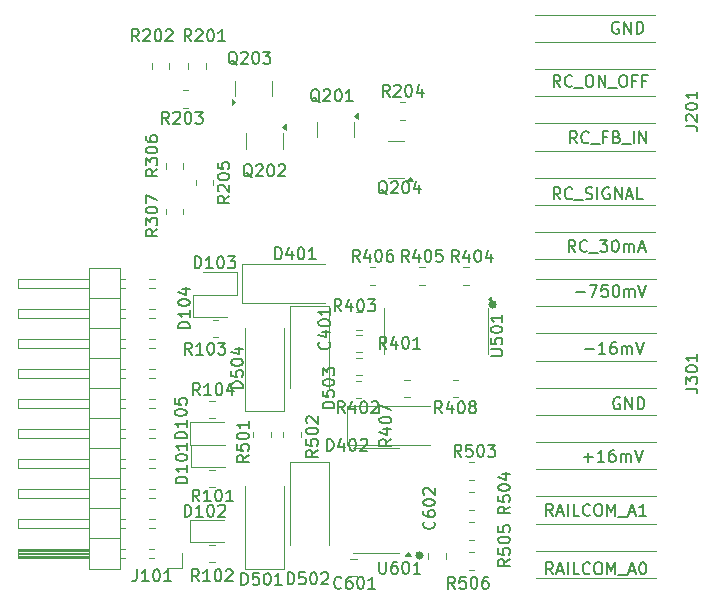
<source format=gbr>
%TF.GenerationSoftware,KiCad,Pcbnew,8.0.0-rc2-358-gd9abaa23a4*%
%TF.CreationDate,2024-02-08T19:09:11+01:00*%
%TF.ProjectId,xDuinoRail-Breakout-RailcomDetect,78447569-6e6f-4526-9169-6c2d42726561,rev?*%
%TF.SameCoordinates,Original*%
%TF.FileFunction,Legend,Top*%
%TF.FilePolarity,Positive*%
%FSLAX46Y46*%
G04 Gerber Fmt 4.6, Leading zero omitted, Abs format (unit mm)*
G04 Created by KiCad (PCBNEW 8.0.0-rc2-358-gd9abaa23a4) date 2024-02-08 19:09:11*
%MOMM*%
%LPD*%
G01*
G04 APERTURE LIST*
%ADD10C,0.150000*%
%ADD11C,0.375000*%
%ADD12C,0.120000*%
G04 APERTURE END LIST*
D10*
X179200627Y-68705193D02*
X179105389Y-68657574D01*
X179105389Y-68657574D02*
X178962532Y-68657574D01*
X178962532Y-68657574D02*
X178819675Y-68705193D01*
X178819675Y-68705193D02*
X178724437Y-68800431D01*
X178724437Y-68800431D02*
X178676818Y-68895669D01*
X178676818Y-68895669D02*
X178629199Y-69086145D01*
X178629199Y-69086145D02*
X178629199Y-69229002D01*
X178629199Y-69229002D02*
X178676818Y-69419478D01*
X178676818Y-69419478D02*
X178724437Y-69514716D01*
X178724437Y-69514716D02*
X178819675Y-69609955D01*
X178819675Y-69609955D02*
X178962532Y-69657574D01*
X178962532Y-69657574D02*
X179057770Y-69657574D01*
X179057770Y-69657574D02*
X179200627Y-69609955D01*
X179200627Y-69609955D02*
X179248246Y-69562335D01*
X179248246Y-69562335D02*
X179248246Y-69229002D01*
X179248246Y-69229002D02*
X179057770Y-69229002D01*
X179676818Y-69657574D02*
X179676818Y-68657574D01*
X179676818Y-68657574D02*
X180248246Y-69657574D01*
X180248246Y-69657574D02*
X180248246Y-68657574D01*
X180724437Y-69657574D02*
X180724437Y-68657574D01*
X180724437Y-68657574D02*
X180962532Y-68657574D01*
X180962532Y-68657574D02*
X181105389Y-68705193D01*
X181105389Y-68705193D02*
X181200627Y-68800431D01*
X181200627Y-68800431D02*
X181248246Y-68895669D01*
X181248246Y-68895669D02*
X181295865Y-69086145D01*
X181295865Y-69086145D02*
X181295865Y-69229002D01*
X181295865Y-69229002D02*
X181248246Y-69419478D01*
X181248246Y-69419478D02*
X181200627Y-69514716D01*
X181200627Y-69514716D02*
X181105389Y-69609955D01*
X181105389Y-69609955D02*
X180962532Y-69657574D01*
X180962532Y-69657574D02*
X180724437Y-69657574D01*
X174263207Y-74164819D02*
X173929874Y-73688628D01*
X173691779Y-74164819D02*
X173691779Y-73164819D01*
X173691779Y-73164819D02*
X174072731Y-73164819D01*
X174072731Y-73164819D02*
X174167969Y-73212438D01*
X174167969Y-73212438D02*
X174215588Y-73260057D01*
X174215588Y-73260057D02*
X174263207Y-73355295D01*
X174263207Y-73355295D02*
X174263207Y-73498152D01*
X174263207Y-73498152D02*
X174215588Y-73593390D01*
X174215588Y-73593390D02*
X174167969Y-73641009D01*
X174167969Y-73641009D02*
X174072731Y-73688628D01*
X174072731Y-73688628D02*
X173691779Y-73688628D01*
X175263207Y-74069580D02*
X175215588Y-74117200D01*
X175215588Y-74117200D02*
X175072731Y-74164819D01*
X175072731Y-74164819D02*
X174977493Y-74164819D01*
X174977493Y-74164819D02*
X174834636Y-74117200D01*
X174834636Y-74117200D02*
X174739398Y-74021961D01*
X174739398Y-74021961D02*
X174691779Y-73926723D01*
X174691779Y-73926723D02*
X174644160Y-73736247D01*
X174644160Y-73736247D02*
X174644160Y-73593390D01*
X174644160Y-73593390D02*
X174691779Y-73402914D01*
X174691779Y-73402914D02*
X174739398Y-73307676D01*
X174739398Y-73307676D02*
X174834636Y-73212438D01*
X174834636Y-73212438D02*
X174977493Y-73164819D01*
X174977493Y-73164819D02*
X175072731Y-73164819D01*
X175072731Y-73164819D02*
X175215588Y-73212438D01*
X175215588Y-73212438D02*
X175263207Y-73260057D01*
X175453684Y-74260057D02*
X176215588Y-74260057D01*
X176644160Y-73164819D02*
X176834636Y-73164819D01*
X176834636Y-73164819D02*
X176929874Y-73212438D01*
X176929874Y-73212438D02*
X177025112Y-73307676D01*
X177025112Y-73307676D02*
X177072731Y-73498152D01*
X177072731Y-73498152D02*
X177072731Y-73831485D01*
X177072731Y-73831485D02*
X177025112Y-74021961D01*
X177025112Y-74021961D02*
X176929874Y-74117200D01*
X176929874Y-74117200D02*
X176834636Y-74164819D01*
X176834636Y-74164819D02*
X176644160Y-74164819D01*
X176644160Y-74164819D02*
X176548922Y-74117200D01*
X176548922Y-74117200D02*
X176453684Y-74021961D01*
X176453684Y-74021961D02*
X176406065Y-73831485D01*
X176406065Y-73831485D02*
X176406065Y-73498152D01*
X176406065Y-73498152D02*
X176453684Y-73307676D01*
X176453684Y-73307676D02*
X176548922Y-73212438D01*
X176548922Y-73212438D02*
X176644160Y-73164819D01*
X177501303Y-74164819D02*
X177501303Y-73164819D01*
X177501303Y-73164819D02*
X178072731Y-74164819D01*
X178072731Y-74164819D02*
X178072731Y-73164819D01*
X178310827Y-74260057D02*
X179072731Y-74260057D01*
X179501303Y-73164819D02*
X179691779Y-73164819D01*
X179691779Y-73164819D02*
X179787017Y-73212438D01*
X179787017Y-73212438D02*
X179882255Y-73307676D01*
X179882255Y-73307676D02*
X179929874Y-73498152D01*
X179929874Y-73498152D02*
X179929874Y-73831485D01*
X179929874Y-73831485D02*
X179882255Y-74021961D01*
X179882255Y-74021961D02*
X179787017Y-74117200D01*
X179787017Y-74117200D02*
X179691779Y-74164819D01*
X179691779Y-74164819D02*
X179501303Y-74164819D01*
X179501303Y-74164819D02*
X179406065Y-74117200D01*
X179406065Y-74117200D02*
X179310827Y-74021961D01*
X179310827Y-74021961D02*
X179263208Y-73831485D01*
X179263208Y-73831485D02*
X179263208Y-73498152D01*
X179263208Y-73498152D02*
X179310827Y-73307676D01*
X179310827Y-73307676D02*
X179406065Y-73212438D01*
X179406065Y-73212438D02*
X179501303Y-73164819D01*
X180691779Y-73641009D02*
X180358446Y-73641009D01*
X180358446Y-74164819D02*
X180358446Y-73164819D01*
X180358446Y-73164819D02*
X180834636Y-73164819D01*
X181548922Y-73641009D02*
X181215589Y-73641009D01*
X181215589Y-74164819D02*
X181215589Y-73164819D01*
X181215589Y-73164819D02*
X181691779Y-73164819D01*
X175665789Y-78944764D02*
X175332456Y-78468573D01*
X175094361Y-78944764D02*
X175094361Y-77944764D01*
X175094361Y-77944764D02*
X175475313Y-77944764D01*
X175475313Y-77944764D02*
X175570551Y-77992383D01*
X175570551Y-77992383D02*
X175618170Y-78040002D01*
X175618170Y-78040002D02*
X175665789Y-78135240D01*
X175665789Y-78135240D02*
X175665789Y-78278097D01*
X175665789Y-78278097D02*
X175618170Y-78373335D01*
X175618170Y-78373335D02*
X175570551Y-78420954D01*
X175570551Y-78420954D02*
X175475313Y-78468573D01*
X175475313Y-78468573D02*
X175094361Y-78468573D01*
X176665789Y-78849525D02*
X176618170Y-78897145D01*
X176618170Y-78897145D02*
X176475313Y-78944764D01*
X176475313Y-78944764D02*
X176380075Y-78944764D01*
X176380075Y-78944764D02*
X176237218Y-78897145D01*
X176237218Y-78897145D02*
X176141980Y-78801906D01*
X176141980Y-78801906D02*
X176094361Y-78706668D01*
X176094361Y-78706668D02*
X176046742Y-78516192D01*
X176046742Y-78516192D02*
X176046742Y-78373335D01*
X176046742Y-78373335D02*
X176094361Y-78182859D01*
X176094361Y-78182859D02*
X176141980Y-78087621D01*
X176141980Y-78087621D02*
X176237218Y-77992383D01*
X176237218Y-77992383D02*
X176380075Y-77944764D01*
X176380075Y-77944764D02*
X176475313Y-77944764D01*
X176475313Y-77944764D02*
X176618170Y-77992383D01*
X176618170Y-77992383D02*
X176665789Y-78040002D01*
X176856266Y-79040002D02*
X177618170Y-79040002D01*
X178189599Y-78420954D02*
X177856266Y-78420954D01*
X177856266Y-78944764D02*
X177856266Y-77944764D01*
X177856266Y-77944764D02*
X178332456Y-77944764D01*
X179046742Y-78420954D02*
X179189599Y-78468573D01*
X179189599Y-78468573D02*
X179237218Y-78516192D01*
X179237218Y-78516192D02*
X179284837Y-78611430D01*
X179284837Y-78611430D02*
X179284837Y-78754287D01*
X179284837Y-78754287D02*
X179237218Y-78849525D01*
X179237218Y-78849525D02*
X179189599Y-78897145D01*
X179189599Y-78897145D02*
X179094361Y-78944764D01*
X179094361Y-78944764D02*
X178713409Y-78944764D01*
X178713409Y-78944764D02*
X178713409Y-77944764D01*
X178713409Y-77944764D02*
X179046742Y-77944764D01*
X179046742Y-77944764D02*
X179141980Y-77992383D01*
X179141980Y-77992383D02*
X179189599Y-78040002D01*
X179189599Y-78040002D02*
X179237218Y-78135240D01*
X179237218Y-78135240D02*
X179237218Y-78230478D01*
X179237218Y-78230478D02*
X179189599Y-78325716D01*
X179189599Y-78325716D02*
X179141980Y-78373335D01*
X179141980Y-78373335D02*
X179046742Y-78420954D01*
X179046742Y-78420954D02*
X178713409Y-78420954D01*
X179475314Y-79040002D02*
X180237218Y-79040002D01*
X180475314Y-78944764D02*
X180475314Y-77944764D01*
X180951504Y-78944764D02*
X180951504Y-77944764D01*
X180951504Y-77944764D02*
X181522932Y-78944764D01*
X181522932Y-78944764D02*
X181522932Y-77944764D01*
X174263207Y-83689819D02*
X173929874Y-83213628D01*
X173691779Y-83689819D02*
X173691779Y-82689819D01*
X173691779Y-82689819D02*
X174072731Y-82689819D01*
X174072731Y-82689819D02*
X174167969Y-82737438D01*
X174167969Y-82737438D02*
X174215588Y-82785057D01*
X174215588Y-82785057D02*
X174263207Y-82880295D01*
X174263207Y-82880295D02*
X174263207Y-83023152D01*
X174263207Y-83023152D02*
X174215588Y-83118390D01*
X174215588Y-83118390D02*
X174167969Y-83166009D01*
X174167969Y-83166009D02*
X174072731Y-83213628D01*
X174072731Y-83213628D02*
X173691779Y-83213628D01*
X175263207Y-83594580D02*
X175215588Y-83642200D01*
X175215588Y-83642200D02*
X175072731Y-83689819D01*
X175072731Y-83689819D02*
X174977493Y-83689819D01*
X174977493Y-83689819D02*
X174834636Y-83642200D01*
X174834636Y-83642200D02*
X174739398Y-83546961D01*
X174739398Y-83546961D02*
X174691779Y-83451723D01*
X174691779Y-83451723D02*
X174644160Y-83261247D01*
X174644160Y-83261247D02*
X174644160Y-83118390D01*
X174644160Y-83118390D02*
X174691779Y-82927914D01*
X174691779Y-82927914D02*
X174739398Y-82832676D01*
X174739398Y-82832676D02*
X174834636Y-82737438D01*
X174834636Y-82737438D02*
X174977493Y-82689819D01*
X174977493Y-82689819D02*
X175072731Y-82689819D01*
X175072731Y-82689819D02*
X175215588Y-82737438D01*
X175215588Y-82737438D02*
X175263207Y-82785057D01*
X175453684Y-83785057D02*
X176215588Y-83785057D01*
X176406065Y-83642200D02*
X176548922Y-83689819D01*
X176548922Y-83689819D02*
X176787017Y-83689819D01*
X176787017Y-83689819D02*
X176882255Y-83642200D01*
X176882255Y-83642200D02*
X176929874Y-83594580D01*
X176929874Y-83594580D02*
X176977493Y-83499342D01*
X176977493Y-83499342D02*
X176977493Y-83404104D01*
X176977493Y-83404104D02*
X176929874Y-83308866D01*
X176929874Y-83308866D02*
X176882255Y-83261247D01*
X176882255Y-83261247D02*
X176787017Y-83213628D01*
X176787017Y-83213628D02*
X176596541Y-83166009D01*
X176596541Y-83166009D02*
X176501303Y-83118390D01*
X176501303Y-83118390D02*
X176453684Y-83070771D01*
X176453684Y-83070771D02*
X176406065Y-82975533D01*
X176406065Y-82975533D02*
X176406065Y-82880295D01*
X176406065Y-82880295D02*
X176453684Y-82785057D01*
X176453684Y-82785057D02*
X176501303Y-82737438D01*
X176501303Y-82737438D02*
X176596541Y-82689819D01*
X176596541Y-82689819D02*
X176834636Y-82689819D01*
X176834636Y-82689819D02*
X176977493Y-82737438D01*
X177406065Y-83689819D02*
X177406065Y-82689819D01*
X178406064Y-82737438D02*
X178310826Y-82689819D01*
X178310826Y-82689819D02*
X178167969Y-82689819D01*
X178167969Y-82689819D02*
X178025112Y-82737438D01*
X178025112Y-82737438D02*
X177929874Y-82832676D01*
X177929874Y-82832676D02*
X177882255Y-82927914D01*
X177882255Y-82927914D02*
X177834636Y-83118390D01*
X177834636Y-83118390D02*
X177834636Y-83261247D01*
X177834636Y-83261247D02*
X177882255Y-83451723D01*
X177882255Y-83451723D02*
X177929874Y-83546961D01*
X177929874Y-83546961D02*
X178025112Y-83642200D01*
X178025112Y-83642200D02*
X178167969Y-83689819D01*
X178167969Y-83689819D02*
X178263207Y-83689819D01*
X178263207Y-83689819D02*
X178406064Y-83642200D01*
X178406064Y-83642200D02*
X178453683Y-83594580D01*
X178453683Y-83594580D02*
X178453683Y-83261247D01*
X178453683Y-83261247D02*
X178263207Y-83261247D01*
X178882255Y-83689819D02*
X178882255Y-82689819D01*
X178882255Y-82689819D02*
X179453683Y-83689819D01*
X179453683Y-83689819D02*
X179453683Y-82689819D01*
X179882255Y-83404104D02*
X180358445Y-83404104D01*
X179787017Y-83689819D02*
X180120350Y-82689819D01*
X180120350Y-82689819D02*
X180453683Y-83689819D01*
X181263207Y-83689819D02*
X180787017Y-83689819D01*
X180787017Y-83689819D02*
X180787017Y-82689819D01*
X175533207Y-88134819D02*
X175199874Y-87658628D01*
X174961779Y-88134819D02*
X174961779Y-87134819D01*
X174961779Y-87134819D02*
X175342731Y-87134819D01*
X175342731Y-87134819D02*
X175437969Y-87182438D01*
X175437969Y-87182438D02*
X175485588Y-87230057D01*
X175485588Y-87230057D02*
X175533207Y-87325295D01*
X175533207Y-87325295D02*
X175533207Y-87468152D01*
X175533207Y-87468152D02*
X175485588Y-87563390D01*
X175485588Y-87563390D02*
X175437969Y-87611009D01*
X175437969Y-87611009D02*
X175342731Y-87658628D01*
X175342731Y-87658628D02*
X174961779Y-87658628D01*
X176533207Y-88039580D02*
X176485588Y-88087200D01*
X176485588Y-88087200D02*
X176342731Y-88134819D01*
X176342731Y-88134819D02*
X176247493Y-88134819D01*
X176247493Y-88134819D02*
X176104636Y-88087200D01*
X176104636Y-88087200D02*
X176009398Y-87991961D01*
X176009398Y-87991961D02*
X175961779Y-87896723D01*
X175961779Y-87896723D02*
X175914160Y-87706247D01*
X175914160Y-87706247D02*
X175914160Y-87563390D01*
X175914160Y-87563390D02*
X175961779Y-87372914D01*
X175961779Y-87372914D02*
X176009398Y-87277676D01*
X176009398Y-87277676D02*
X176104636Y-87182438D01*
X176104636Y-87182438D02*
X176247493Y-87134819D01*
X176247493Y-87134819D02*
X176342731Y-87134819D01*
X176342731Y-87134819D02*
X176485588Y-87182438D01*
X176485588Y-87182438D02*
X176533207Y-87230057D01*
X176723684Y-88230057D02*
X177485588Y-88230057D01*
X177628446Y-87134819D02*
X178247493Y-87134819D01*
X178247493Y-87134819D02*
X177914160Y-87515771D01*
X177914160Y-87515771D02*
X178057017Y-87515771D01*
X178057017Y-87515771D02*
X178152255Y-87563390D01*
X178152255Y-87563390D02*
X178199874Y-87611009D01*
X178199874Y-87611009D02*
X178247493Y-87706247D01*
X178247493Y-87706247D02*
X178247493Y-87944342D01*
X178247493Y-87944342D02*
X178199874Y-88039580D01*
X178199874Y-88039580D02*
X178152255Y-88087200D01*
X178152255Y-88087200D02*
X178057017Y-88134819D01*
X178057017Y-88134819D02*
X177771303Y-88134819D01*
X177771303Y-88134819D02*
X177676065Y-88087200D01*
X177676065Y-88087200D02*
X177628446Y-88039580D01*
X178866541Y-87134819D02*
X178961779Y-87134819D01*
X178961779Y-87134819D02*
X179057017Y-87182438D01*
X179057017Y-87182438D02*
X179104636Y-87230057D01*
X179104636Y-87230057D02*
X179152255Y-87325295D01*
X179152255Y-87325295D02*
X179199874Y-87515771D01*
X179199874Y-87515771D02*
X179199874Y-87753866D01*
X179199874Y-87753866D02*
X179152255Y-87944342D01*
X179152255Y-87944342D02*
X179104636Y-88039580D01*
X179104636Y-88039580D02*
X179057017Y-88087200D01*
X179057017Y-88087200D02*
X178961779Y-88134819D01*
X178961779Y-88134819D02*
X178866541Y-88134819D01*
X178866541Y-88134819D02*
X178771303Y-88087200D01*
X178771303Y-88087200D02*
X178723684Y-88039580D01*
X178723684Y-88039580D02*
X178676065Y-87944342D01*
X178676065Y-87944342D02*
X178628446Y-87753866D01*
X178628446Y-87753866D02*
X178628446Y-87515771D01*
X178628446Y-87515771D02*
X178676065Y-87325295D01*
X178676065Y-87325295D02*
X178723684Y-87230057D01*
X178723684Y-87230057D02*
X178771303Y-87182438D01*
X178771303Y-87182438D02*
X178866541Y-87134819D01*
X179628446Y-88134819D02*
X179628446Y-87468152D01*
X179628446Y-87563390D02*
X179676065Y-87515771D01*
X179676065Y-87515771D02*
X179771303Y-87468152D01*
X179771303Y-87468152D02*
X179914160Y-87468152D01*
X179914160Y-87468152D02*
X180009398Y-87515771D01*
X180009398Y-87515771D02*
X180057017Y-87611009D01*
X180057017Y-87611009D02*
X180057017Y-88134819D01*
X180057017Y-87611009D02*
X180104636Y-87515771D01*
X180104636Y-87515771D02*
X180199874Y-87468152D01*
X180199874Y-87468152D02*
X180342731Y-87468152D01*
X180342731Y-87468152D02*
X180437970Y-87515771D01*
X180437970Y-87515771D02*
X180485589Y-87611009D01*
X180485589Y-87611009D02*
X180485589Y-88134819D01*
X180914160Y-87849104D02*
X181390350Y-87849104D01*
X180818922Y-88134819D02*
X181152255Y-87134819D01*
X181152255Y-87134819D02*
X181485588Y-88134819D01*
X175596779Y-91563866D02*
X176358684Y-91563866D01*
X176739636Y-90944819D02*
X177406302Y-90944819D01*
X177406302Y-90944819D02*
X176977731Y-91944819D01*
X178263445Y-90944819D02*
X177787255Y-90944819D01*
X177787255Y-90944819D02*
X177739636Y-91421009D01*
X177739636Y-91421009D02*
X177787255Y-91373390D01*
X177787255Y-91373390D02*
X177882493Y-91325771D01*
X177882493Y-91325771D02*
X178120588Y-91325771D01*
X178120588Y-91325771D02*
X178215826Y-91373390D01*
X178215826Y-91373390D02*
X178263445Y-91421009D01*
X178263445Y-91421009D02*
X178311064Y-91516247D01*
X178311064Y-91516247D02*
X178311064Y-91754342D01*
X178311064Y-91754342D02*
X178263445Y-91849580D01*
X178263445Y-91849580D02*
X178215826Y-91897200D01*
X178215826Y-91897200D02*
X178120588Y-91944819D01*
X178120588Y-91944819D02*
X177882493Y-91944819D01*
X177882493Y-91944819D02*
X177787255Y-91897200D01*
X177787255Y-91897200D02*
X177739636Y-91849580D01*
X178930112Y-90944819D02*
X179025350Y-90944819D01*
X179025350Y-90944819D02*
X179120588Y-90992438D01*
X179120588Y-90992438D02*
X179168207Y-91040057D01*
X179168207Y-91040057D02*
X179215826Y-91135295D01*
X179215826Y-91135295D02*
X179263445Y-91325771D01*
X179263445Y-91325771D02*
X179263445Y-91563866D01*
X179263445Y-91563866D02*
X179215826Y-91754342D01*
X179215826Y-91754342D02*
X179168207Y-91849580D01*
X179168207Y-91849580D02*
X179120588Y-91897200D01*
X179120588Y-91897200D02*
X179025350Y-91944819D01*
X179025350Y-91944819D02*
X178930112Y-91944819D01*
X178930112Y-91944819D02*
X178834874Y-91897200D01*
X178834874Y-91897200D02*
X178787255Y-91849580D01*
X178787255Y-91849580D02*
X178739636Y-91754342D01*
X178739636Y-91754342D02*
X178692017Y-91563866D01*
X178692017Y-91563866D02*
X178692017Y-91325771D01*
X178692017Y-91325771D02*
X178739636Y-91135295D01*
X178739636Y-91135295D02*
X178787255Y-91040057D01*
X178787255Y-91040057D02*
X178834874Y-90992438D01*
X178834874Y-90992438D02*
X178930112Y-90944819D01*
X179692017Y-91944819D02*
X179692017Y-91278152D01*
X179692017Y-91373390D02*
X179739636Y-91325771D01*
X179739636Y-91325771D02*
X179834874Y-91278152D01*
X179834874Y-91278152D02*
X179977731Y-91278152D01*
X179977731Y-91278152D02*
X180072969Y-91325771D01*
X180072969Y-91325771D02*
X180120588Y-91421009D01*
X180120588Y-91421009D02*
X180120588Y-91944819D01*
X180120588Y-91421009D02*
X180168207Y-91325771D01*
X180168207Y-91325771D02*
X180263445Y-91278152D01*
X180263445Y-91278152D02*
X180406302Y-91278152D01*
X180406302Y-91278152D02*
X180501541Y-91325771D01*
X180501541Y-91325771D02*
X180549160Y-91421009D01*
X180549160Y-91421009D02*
X180549160Y-91944819D01*
X180882493Y-90944819D02*
X181215826Y-91944819D01*
X181215826Y-91944819D02*
X181549159Y-90944819D01*
X179295588Y-100517438D02*
X179200350Y-100469819D01*
X179200350Y-100469819D02*
X179057493Y-100469819D01*
X179057493Y-100469819D02*
X178914636Y-100517438D01*
X178914636Y-100517438D02*
X178819398Y-100612676D01*
X178819398Y-100612676D02*
X178771779Y-100707914D01*
X178771779Y-100707914D02*
X178724160Y-100898390D01*
X178724160Y-100898390D02*
X178724160Y-101041247D01*
X178724160Y-101041247D02*
X178771779Y-101231723D01*
X178771779Y-101231723D02*
X178819398Y-101326961D01*
X178819398Y-101326961D02*
X178914636Y-101422200D01*
X178914636Y-101422200D02*
X179057493Y-101469819D01*
X179057493Y-101469819D02*
X179152731Y-101469819D01*
X179152731Y-101469819D02*
X179295588Y-101422200D01*
X179295588Y-101422200D02*
X179343207Y-101374580D01*
X179343207Y-101374580D02*
X179343207Y-101041247D01*
X179343207Y-101041247D02*
X179152731Y-101041247D01*
X179771779Y-101469819D02*
X179771779Y-100469819D01*
X179771779Y-100469819D02*
X180343207Y-101469819D01*
X180343207Y-101469819D02*
X180343207Y-100469819D01*
X180819398Y-101469819D02*
X180819398Y-100469819D01*
X180819398Y-100469819D02*
X181057493Y-100469819D01*
X181057493Y-100469819D02*
X181200350Y-100517438D01*
X181200350Y-100517438D02*
X181295588Y-100612676D01*
X181295588Y-100612676D02*
X181343207Y-100707914D01*
X181343207Y-100707914D02*
X181390826Y-100898390D01*
X181390826Y-100898390D02*
X181390826Y-101041247D01*
X181390826Y-101041247D02*
X181343207Y-101231723D01*
X181343207Y-101231723D02*
X181295588Y-101326961D01*
X181295588Y-101326961D02*
X181200350Y-101422200D01*
X181200350Y-101422200D02*
X181057493Y-101469819D01*
X181057493Y-101469819D02*
X180819398Y-101469819D01*
X176329006Y-96394701D02*
X177090911Y-96394701D01*
X178090910Y-96775654D02*
X177519482Y-96775654D01*
X177805196Y-96775654D02*
X177805196Y-95775654D01*
X177805196Y-95775654D02*
X177709958Y-95918511D01*
X177709958Y-95918511D02*
X177614720Y-96013749D01*
X177614720Y-96013749D02*
X177519482Y-96061368D01*
X178948053Y-95775654D02*
X178757577Y-95775654D01*
X178757577Y-95775654D02*
X178662339Y-95823273D01*
X178662339Y-95823273D02*
X178614720Y-95870892D01*
X178614720Y-95870892D02*
X178519482Y-96013749D01*
X178519482Y-96013749D02*
X178471863Y-96204225D01*
X178471863Y-96204225D02*
X178471863Y-96585177D01*
X178471863Y-96585177D02*
X178519482Y-96680415D01*
X178519482Y-96680415D02*
X178567101Y-96728035D01*
X178567101Y-96728035D02*
X178662339Y-96775654D01*
X178662339Y-96775654D02*
X178852815Y-96775654D01*
X178852815Y-96775654D02*
X178948053Y-96728035D01*
X178948053Y-96728035D02*
X178995672Y-96680415D01*
X178995672Y-96680415D02*
X179043291Y-96585177D01*
X179043291Y-96585177D02*
X179043291Y-96347082D01*
X179043291Y-96347082D02*
X178995672Y-96251844D01*
X178995672Y-96251844D02*
X178948053Y-96204225D01*
X178948053Y-96204225D02*
X178852815Y-96156606D01*
X178852815Y-96156606D02*
X178662339Y-96156606D01*
X178662339Y-96156606D02*
X178567101Y-96204225D01*
X178567101Y-96204225D02*
X178519482Y-96251844D01*
X178519482Y-96251844D02*
X178471863Y-96347082D01*
X179471863Y-96775654D02*
X179471863Y-96108987D01*
X179471863Y-96204225D02*
X179519482Y-96156606D01*
X179519482Y-96156606D02*
X179614720Y-96108987D01*
X179614720Y-96108987D02*
X179757577Y-96108987D01*
X179757577Y-96108987D02*
X179852815Y-96156606D01*
X179852815Y-96156606D02*
X179900434Y-96251844D01*
X179900434Y-96251844D02*
X179900434Y-96775654D01*
X179900434Y-96251844D02*
X179948053Y-96156606D01*
X179948053Y-96156606D02*
X180043291Y-96108987D01*
X180043291Y-96108987D02*
X180186148Y-96108987D01*
X180186148Y-96108987D02*
X180281387Y-96156606D01*
X180281387Y-96156606D02*
X180329006Y-96251844D01*
X180329006Y-96251844D02*
X180329006Y-96775654D01*
X180662339Y-95775654D02*
X180995672Y-96775654D01*
X180995672Y-96775654D02*
X181329005Y-95775654D01*
X176231779Y-105533866D02*
X176993684Y-105533866D01*
X176612731Y-105914819D02*
X176612731Y-105152914D01*
X177993683Y-105914819D02*
X177422255Y-105914819D01*
X177707969Y-105914819D02*
X177707969Y-104914819D01*
X177707969Y-104914819D02*
X177612731Y-105057676D01*
X177612731Y-105057676D02*
X177517493Y-105152914D01*
X177517493Y-105152914D02*
X177422255Y-105200533D01*
X178850826Y-104914819D02*
X178660350Y-104914819D01*
X178660350Y-104914819D02*
X178565112Y-104962438D01*
X178565112Y-104962438D02*
X178517493Y-105010057D01*
X178517493Y-105010057D02*
X178422255Y-105152914D01*
X178422255Y-105152914D02*
X178374636Y-105343390D01*
X178374636Y-105343390D02*
X178374636Y-105724342D01*
X178374636Y-105724342D02*
X178422255Y-105819580D01*
X178422255Y-105819580D02*
X178469874Y-105867200D01*
X178469874Y-105867200D02*
X178565112Y-105914819D01*
X178565112Y-105914819D02*
X178755588Y-105914819D01*
X178755588Y-105914819D02*
X178850826Y-105867200D01*
X178850826Y-105867200D02*
X178898445Y-105819580D01*
X178898445Y-105819580D02*
X178946064Y-105724342D01*
X178946064Y-105724342D02*
X178946064Y-105486247D01*
X178946064Y-105486247D02*
X178898445Y-105391009D01*
X178898445Y-105391009D02*
X178850826Y-105343390D01*
X178850826Y-105343390D02*
X178755588Y-105295771D01*
X178755588Y-105295771D02*
X178565112Y-105295771D01*
X178565112Y-105295771D02*
X178469874Y-105343390D01*
X178469874Y-105343390D02*
X178422255Y-105391009D01*
X178422255Y-105391009D02*
X178374636Y-105486247D01*
X179374636Y-105914819D02*
X179374636Y-105248152D01*
X179374636Y-105343390D02*
X179422255Y-105295771D01*
X179422255Y-105295771D02*
X179517493Y-105248152D01*
X179517493Y-105248152D02*
X179660350Y-105248152D01*
X179660350Y-105248152D02*
X179755588Y-105295771D01*
X179755588Y-105295771D02*
X179803207Y-105391009D01*
X179803207Y-105391009D02*
X179803207Y-105914819D01*
X179803207Y-105391009D02*
X179850826Y-105295771D01*
X179850826Y-105295771D02*
X179946064Y-105248152D01*
X179946064Y-105248152D02*
X180088921Y-105248152D01*
X180088921Y-105248152D02*
X180184160Y-105295771D01*
X180184160Y-105295771D02*
X180231779Y-105391009D01*
X180231779Y-105391009D02*
X180231779Y-105914819D01*
X180565112Y-104914819D02*
X180898445Y-105914819D01*
X180898445Y-105914819D02*
X181231778Y-104914819D01*
X173637318Y-110484387D02*
X173303985Y-110008196D01*
X173065890Y-110484387D02*
X173065890Y-109484387D01*
X173065890Y-109484387D02*
X173446842Y-109484387D01*
X173446842Y-109484387D02*
X173542080Y-109532006D01*
X173542080Y-109532006D02*
X173589699Y-109579625D01*
X173589699Y-109579625D02*
X173637318Y-109674863D01*
X173637318Y-109674863D02*
X173637318Y-109817720D01*
X173637318Y-109817720D02*
X173589699Y-109912958D01*
X173589699Y-109912958D02*
X173542080Y-109960577D01*
X173542080Y-109960577D02*
X173446842Y-110008196D01*
X173446842Y-110008196D02*
X173065890Y-110008196D01*
X174018271Y-110198672D02*
X174494461Y-110198672D01*
X173923033Y-110484387D02*
X174256366Y-109484387D01*
X174256366Y-109484387D02*
X174589699Y-110484387D01*
X174923033Y-110484387D02*
X174923033Y-109484387D01*
X175875413Y-110484387D02*
X175399223Y-110484387D01*
X175399223Y-110484387D02*
X175399223Y-109484387D01*
X176780175Y-110389148D02*
X176732556Y-110436768D01*
X176732556Y-110436768D02*
X176589699Y-110484387D01*
X176589699Y-110484387D02*
X176494461Y-110484387D01*
X176494461Y-110484387D02*
X176351604Y-110436768D01*
X176351604Y-110436768D02*
X176256366Y-110341529D01*
X176256366Y-110341529D02*
X176208747Y-110246291D01*
X176208747Y-110246291D02*
X176161128Y-110055815D01*
X176161128Y-110055815D02*
X176161128Y-109912958D01*
X176161128Y-109912958D02*
X176208747Y-109722482D01*
X176208747Y-109722482D02*
X176256366Y-109627244D01*
X176256366Y-109627244D02*
X176351604Y-109532006D01*
X176351604Y-109532006D02*
X176494461Y-109484387D01*
X176494461Y-109484387D02*
X176589699Y-109484387D01*
X176589699Y-109484387D02*
X176732556Y-109532006D01*
X176732556Y-109532006D02*
X176780175Y-109579625D01*
X177399223Y-109484387D02*
X177589699Y-109484387D01*
X177589699Y-109484387D02*
X177684937Y-109532006D01*
X177684937Y-109532006D02*
X177780175Y-109627244D01*
X177780175Y-109627244D02*
X177827794Y-109817720D01*
X177827794Y-109817720D02*
X177827794Y-110151053D01*
X177827794Y-110151053D02*
X177780175Y-110341529D01*
X177780175Y-110341529D02*
X177684937Y-110436768D01*
X177684937Y-110436768D02*
X177589699Y-110484387D01*
X177589699Y-110484387D02*
X177399223Y-110484387D01*
X177399223Y-110484387D02*
X177303985Y-110436768D01*
X177303985Y-110436768D02*
X177208747Y-110341529D01*
X177208747Y-110341529D02*
X177161128Y-110151053D01*
X177161128Y-110151053D02*
X177161128Y-109817720D01*
X177161128Y-109817720D02*
X177208747Y-109627244D01*
X177208747Y-109627244D02*
X177303985Y-109532006D01*
X177303985Y-109532006D02*
X177399223Y-109484387D01*
X178256366Y-110484387D02*
X178256366Y-109484387D01*
X178256366Y-109484387D02*
X178589699Y-110198672D01*
X178589699Y-110198672D02*
X178923032Y-109484387D01*
X178923032Y-109484387D02*
X178923032Y-110484387D01*
X179161128Y-110579625D02*
X179923032Y-110579625D01*
X180113509Y-110198672D02*
X180589699Y-110198672D01*
X180018271Y-110484387D02*
X180351604Y-109484387D01*
X180351604Y-109484387D02*
X180684937Y-110484387D01*
X181542080Y-110484387D02*
X180970652Y-110484387D01*
X181256366Y-110484387D02*
X181256366Y-109484387D01*
X181256366Y-109484387D02*
X181161128Y-109627244D01*
X181161128Y-109627244D02*
X181065890Y-109722482D01*
X181065890Y-109722482D02*
X180970652Y-109770101D01*
X173628207Y-115439819D02*
X173294874Y-114963628D01*
X173056779Y-115439819D02*
X173056779Y-114439819D01*
X173056779Y-114439819D02*
X173437731Y-114439819D01*
X173437731Y-114439819D02*
X173532969Y-114487438D01*
X173532969Y-114487438D02*
X173580588Y-114535057D01*
X173580588Y-114535057D02*
X173628207Y-114630295D01*
X173628207Y-114630295D02*
X173628207Y-114773152D01*
X173628207Y-114773152D02*
X173580588Y-114868390D01*
X173580588Y-114868390D02*
X173532969Y-114916009D01*
X173532969Y-114916009D02*
X173437731Y-114963628D01*
X173437731Y-114963628D02*
X173056779Y-114963628D01*
X174009160Y-115154104D02*
X174485350Y-115154104D01*
X173913922Y-115439819D02*
X174247255Y-114439819D01*
X174247255Y-114439819D02*
X174580588Y-115439819D01*
X174913922Y-115439819D02*
X174913922Y-114439819D01*
X175866302Y-115439819D02*
X175390112Y-115439819D01*
X175390112Y-115439819D02*
X175390112Y-114439819D01*
X176771064Y-115344580D02*
X176723445Y-115392200D01*
X176723445Y-115392200D02*
X176580588Y-115439819D01*
X176580588Y-115439819D02*
X176485350Y-115439819D01*
X176485350Y-115439819D02*
X176342493Y-115392200D01*
X176342493Y-115392200D02*
X176247255Y-115296961D01*
X176247255Y-115296961D02*
X176199636Y-115201723D01*
X176199636Y-115201723D02*
X176152017Y-115011247D01*
X176152017Y-115011247D02*
X176152017Y-114868390D01*
X176152017Y-114868390D02*
X176199636Y-114677914D01*
X176199636Y-114677914D02*
X176247255Y-114582676D01*
X176247255Y-114582676D02*
X176342493Y-114487438D01*
X176342493Y-114487438D02*
X176485350Y-114439819D01*
X176485350Y-114439819D02*
X176580588Y-114439819D01*
X176580588Y-114439819D02*
X176723445Y-114487438D01*
X176723445Y-114487438D02*
X176771064Y-114535057D01*
X177390112Y-114439819D02*
X177580588Y-114439819D01*
X177580588Y-114439819D02*
X177675826Y-114487438D01*
X177675826Y-114487438D02*
X177771064Y-114582676D01*
X177771064Y-114582676D02*
X177818683Y-114773152D01*
X177818683Y-114773152D02*
X177818683Y-115106485D01*
X177818683Y-115106485D02*
X177771064Y-115296961D01*
X177771064Y-115296961D02*
X177675826Y-115392200D01*
X177675826Y-115392200D02*
X177580588Y-115439819D01*
X177580588Y-115439819D02*
X177390112Y-115439819D01*
X177390112Y-115439819D02*
X177294874Y-115392200D01*
X177294874Y-115392200D02*
X177199636Y-115296961D01*
X177199636Y-115296961D02*
X177152017Y-115106485D01*
X177152017Y-115106485D02*
X177152017Y-114773152D01*
X177152017Y-114773152D02*
X177199636Y-114582676D01*
X177199636Y-114582676D02*
X177294874Y-114487438D01*
X177294874Y-114487438D02*
X177390112Y-114439819D01*
X178247255Y-115439819D02*
X178247255Y-114439819D01*
X178247255Y-114439819D02*
X178580588Y-115154104D01*
X178580588Y-115154104D02*
X178913921Y-114439819D01*
X178913921Y-114439819D02*
X178913921Y-115439819D01*
X179152017Y-115535057D02*
X179913921Y-115535057D01*
X180104398Y-115154104D02*
X180580588Y-115154104D01*
X180009160Y-115439819D02*
X180342493Y-114439819D01*
X180342493Y-114439819D02*
X180675826Y-115439819D01*
X181199636Y-114439819D02*
X181294874Y-114439819D01*
X181294874Y-114439819D02*
X181390112Y-114487438D01*
X181390112Y-114487438D02*
X181437731Y-114535057D01*
X181437731Y-114535057D02*
X181485350Y-114630295D01*
X181485350Y-114630295D02*
X181532969Y-114820771D01*
X181532969Y-114820771D02*
X181532969Y-115058866D01*
X181532969Y-115058866D02*
X181485350Y-115249342D01*
X181485350Y-115249342D02*
X181437731Y-115344580D01*
X181437731Y-115344580D02*
X181390112Y-115392200D01*
X181390112Y-115392200D02*
X181294874Y-115439819D01*
X181294874Y-115439819D02*
X181199636Y-115439819D01*
X181199636Y-115439819D02*
X181104398Y-115392200D01*
X181104398Y-115392200D02*
X181056779Y-115344580D01*
X181056779Y-115344580D02*
X181009160Y-115249342D01*
X181009160Y-115249342D02*
X180961541Y-115058866D01*
X180961541Y-115058866D02*
X180961541Y-114820771D01*
X180961541Y-114820771D02*
X181009160Y-114630295D01*
X181009160Y-114630295D02*
X181056779Y-114535057D01*
X181056779Y-114535057D02*
X181104398Y-114487438D01*
X181104398Y-114487438D02*
X181199636Y-114439819D01*
D11*
X168727185Y-92595379D02*
G75*
G02*
X168352185Y-92595379I-187500J0D01*
G01*
X168352185Y-92595379D02*
G75*
G02*
X168727185Y-92595379I187500J0D01*
G01*
X162531294Y-113836473D02*
G75*
G02*
X162156294Y-113836473I-187500J0D01*
G01*
X162156294Y-113836473D02*
G75*
G02*
X162531294Y-113836473I187500J0D01*
G01*
D10*
X143711054Y-109265342D02*
X143377721Y-108789151D01*
X143139626Y-109265342D02*
X143139626Y-108265342D01*
X143139626Y-108265342D02*
X143520578Y-108265342D01*
X143520578Y-108265342D02*
X143615816Y-108312961D01*
X143615816Y-108312961D02*
X143663435Y-108360580D01*
X143663435Y-108360580D02*
X143711054Y-108455818D01*
X143711054Y-108455818D02*
X143711054Y-108598675D01*
X143711054Y-108598675D02*
X143663435Y-108693913D01*
X143663435Y-108693913D02*
X143615816Y-108741532D01*
X143615816Y-108741532D02*
X143520578Y-108789151D01*
X143520578Y-108789151D02*
X143139626Y-108789151D01*
X144663435Y-109265342D02*
X144092007Y-109265342D01*
X144377721Y-109265342D02*
X144377721Y-108265342D01*
X144377721Y-108265342D02*
X144282483Y-108408199D01*
X144282483Y-108408199D02*
X144187245Y-108503437D01*
X144187245Y-108503437D02*
X144092007Y-108551056D01*
X145282483Y-108265342D02*
X145377721Y-108265342D01*
X145377721Y-108265342D02*
X145472959Y-108312961D01*
X145472959Y-108312961D02*
X145520578Y-108360580D01*
X145520578Y-108360580D02*
X145568197Y-108455818D01*
X145568197Y-108455818D02*
X145615816Y-108646294D01*
X145615816Y-108646294D02*
X145615816Y-108884389D01*
X145615816Y-108884389D02*
X145568197Y-109074865D01*
X145568197Y-109074865D02*
X145520578Y-109170103D01*
X145520578Y-109170103D02*
X145472959Y-109217723D01*
X145472959Y-109217723D02*
X145377721Y-109265342D01*
X145377721Y-109265342D02*
X145282483Y-109265342D01*
X145282483Y-109265342D02*
X145187245Y-109217723D01*
X145187245Y-109217723D02*
X145139626Y-109170103D01*
X145139626Y-109170103D02*
X145092007Y-109074865D01*
X145092007Y-109074865D02*
X145044388Y-108884389D01*
X145044388Y-108884389D02*
X145044388Y-108646294D01*
X145044388Y-108646294D02*
X145092007Y-108455818D01*
X145092007Y-108455818D02*
X145139626Y-108360580D01*
X145139626Y-108360580D02*
X145187245Y-108312961D01*
X145187245Y-108312961D02*
X145282483Y-108265342D01*
X146568197Y-109265342D02*
X145996769Y-109265342D01*
X146282483Y-109265342D02*
X146282483Y-108265342D01*
X146282483Y-108265342D02*
X146187245Y-108408199D01*
X146187245Y-108408199D02*
X146092007Y-108503437D01*
X146092007Y-108503437D02*
X145996769Y-108551056D01*
X165885952Y-105484819D02*
X165552619Y-105008628D01*
X165314524Y-105484819D02*
X165314524Y-104484819D01*
X165314524Y-104484819D02*
X165695476Y-104484819D01*
X165695476Y-104484819D02*
X165790714Y-104532438D01*
X165790714Y-104532438D02*
X165838333Y-104580057D01*
X165838333Y-104580057D02*
X165885952Y-104675295D01*
X165885952Y-104675295D02*
X165885952Y-104818152D01*
X165885952Y-104818152D02*
X165838333Y-104913390D01*
X165838333Y-104913390D02*
X165790714Y-104961009D01*
X165790714Y-104961009D02*
X165695476Y-105008628D01*
X165695476Y-105008628D02*
X165314524Y-105008628D01*
X166790714Y-104484819D02*
X166314524Y-104484819D01*
X166314524Y-104484819D02*
X166266905Y-104961009D01*
X166266905Y-104961009D02*
X166314524Y-104913390D01*
X166314524Y-104913390D02*
X166409762Y-104865771D01*
X166409762Y-104865771D02*
X166647857Y-104865771D01*
X166647857Y-104865771D02*
X166743095Y-104913390D01*
X166743095Y-104913390D02*
X166790714Y-104961009D01*
X166790714Y-104961009D02*
X166838333Y-105056247D01*
X166838333Y-105056247D02*
X166838333Y-105294342D01*
X166838333Y-105294342D02*
X166790714Y-105389580D01*
X166790714Y-105389580D02*
X166743095Y-105437200D01*
X166743095Y-105437200D02*
X166647857Y-105484819D01*
X166647857Y-105484819D02*
X166409762Y-105484819D01*
X166409762Y-105484819D02*
X166314524Y-105437200D01*
X166314524Y-105437200D02*
X166266905Y-105389580D01*
X167457381Y-104484819D02*
X167552619Y-104484819D01*
X167552619Y-104484819D02*
X167647857Y-104532438D01*
X167647857Y-104532438D02*
X167695476Y-104580057D01*
X167695476Y-104580057D02*
X167743095Y-104675295D01*
X167743095Y-104675295D02*
X167790714Y-104865771D01*
X167790714Y-104865771D02*
X167790714Y-105103866D01*
X167790714Y-105103866D02*
X167743095Y-105294342D01*
X167743095Y-105294342D02*
X167695476Y-105389580D01*
X167695476Y-105389580D02*
X167647857Y-105437200D01*
X167647857Y-105437200D02*
X167552619Y-105484819D01*
X167552619Y-105484819D02*
X167457381Y-105484819D01*
X167457381Y-105484819D02*
X167362143Y-105437200D01*
X167362143Y-105437200D02*
X167314524Y-105389580D01*
X167314524Y-105389580D02*
X167266905Y-105294342D01*
X167266905Y-105294342D02*
X167219286Y-105103866D01*
X167219286Y-105103866D02*
X167219286Y-104865771D01*
X167219286Y-104865771D02*
X167266905Y-104675295D01*
X167266905Y-104675295D02*
X167314524Y-104580057D01*
X167314524Y-104580057D02*
X167362143Y-104532438D01*
X167362143Y-104532438D02*
X167457381Y-104484819D01*
X168124048Y-104484819D02*
X168743095Y-104484819D01*
X168743095Y-104484819D02*
X168409762Y-104865771D01*
X168409762Y-104865771D02*
X168552619Y-104865771D01*
X168552619Y-104865771D02*
X168647857Y-104913390D01*
X168647857Y-104913390D02*
X168695476Y-104961009D01*
X168695476Y-104961009D02*
X168743095Y-105056247D01*
X168743095Y-105056247D02*
X168743095Y-105294342D01*
X168743095Y-105294342D02*
X168695476Y-105389580D01*
X168695476Y-105389580D02*
X168647857Y-105437200D01*
X168647857Y-105437200D02*
X168552619Y-105484819D01*
X168552619Y-105484819D02*
X168266905Y-105484819D01*
X168266905Y-105484819D02*
X168171667Y-105437200D01*
X168171667Y-105437200D02*
X168124048Y-105389580D01*
X153743497Y-104930275D02*
X153267306Y-105263608D01*
X153743497Y-105501703D02*
X152743497Y-105501703D01*
X152743497Y-105501703D02*
X152743497Y-105120751D01*
X152743497Y-105120751D02*
X152791116Y-105025513D01*
X152791116Y-105025513D02*
X152838735Y-104977894D01*
X152838735Y-104977894D02*
X152933973Y-104930275D01*
X152933973Y-104930275D02*
X153076830Y-104930275D01*
X153076830Y-104930275D02*
X153172068Y-104977894D01*
X153172068Y-104977894D02*
X153219687Y-105025513D01*
X153219687Y-105025513D02*
X153267306Y-105120751D01*
X153267306Y-105120751D02*
X153267306Y-105501703D01*
X152743497Y-104025513D02*
X152743497Y-104501703D01*
X152743497Y-104501703D02*
X153219687Y-104549322D01*
X153219687Y-104549322D02*
X153172068Y-104501703D01*
X153172068Y-104501703D02*
X153124449Y-104406465D01*
X153124449Y-104406465D02*
X153124449Y-104168370D01*
X153124449Y-104168370D02*
X153172068Y-104073132D01*
X153172068Y-104073132D02*
X153219687Y-104025513D01*
X153219687Y-104025513D02*
X153314925Y-103977894D01*
X153314925Y-103977894D02*
X153553020Y-103977894D01*
X153553020Y-103977894D02*
X153648258Y-104025513D01*
X153648258Y-104025513D02*
X153695878Y-104073132D01*
X153695878Y-104073132D02*
X153743497Y-104168370D01*
X153743497Y-104168370D02*
X153743497Y-104406465D01*
X153743497Y-104406465D02*
X153695878Y-104501703D01*
X153695878Y-104501703D02*
X153648258Y-104549322D01*
X152743497Y-103358846D02*
X152743497Y-103263608D01*
X152743497Y-103263608D02*
X152791116Y-103168370D01*
X152791116Y-103168370D02*
X152838735Y-103120751D01*
X152838735Y-103120751D02*
X152933973Y-103073132D01*
X152933973Y-103073132D02*
X153124449Y-103025513D01*
X153124449Y-103025513D02*
X153362544Y-103025513D01*
X153362544Y-103025513D02*
X153553020Y-103073132D01*
X153553020Y-103073132D02*
X153648258Y-103120751D01*
X153648258Y-103120751D02*
X153695878Y-103168370D01*
X153695878Y-103168370D02*
X153743497Y-103263608D01*
X153743497Y-103263608D02*
X153743497Y-103358846D01*
X153743497Y-103358846D02*
X153695878Y-103454084D01*
X153695878Y-103454084D02*
X153648258Y-103501703D01*
X153648258Y-103501703D02*
X153553020Y-103549322D01*
X153553020Y-103549322D02*
X153362544Y-103596941D01*
X153362544Y-103596941D02*
X153124449Y-103596941D01*
X153124449Y-103596941D02*
X152933973Y-103549322D01*
X152933973Y-103549322D02*
X152838735Y-103501703D01*
X152838735Y-103501703D02*
X152791116Y-103454084D01*
X152791116Y-103454084D02*
X152743497Y-103358846D01*
X152838735Y-102644560D02*
X152791116Y-102596941D01*
X152791116Y-102596941D02*
X152743497Y-102501703D01*
X152743497Y-102501703D02*
X152743497Y-102263608D01*
X152743497Y-102263608D02*
X152791116Y-102168370D01*
X152791116Y-102168370D02*
X152838735Y-102120751D01*
X152838735Y-102120751D02*
X152933973Y-102073132D01*
X152933973Y-102073132D02*
X153029211Y-102073132D01*
X153029211Y-102073132D02*
X153172068Y-102120751D01*
X153172068Y-102120751D02*
X153743497Y-102692179D01*
X153743497Y-102692179D02*
X153743497Y-102073132D01*
X159535952Y-96339819D02*
X159202619Y-95863628D01*
X158964524Y-96339819D02*
X158964524Y-95339819D01*
X158964524Y-95339819D02*
X159345476Y-95339819D01*
X159345476Y-95339819D02*
X159440714Y-95387438D01*
X159440714Y-95387438D02*
X159488333Y-95435057D01*
X159488333Y-95435057D02*
X159535952Y-95530295D01*
X159535952Y-95530295D02*
X159535952Y-95673152D01*
X159535952Y-95673152D02*
X159488333Y-95768390D01*
X159488333Y-95768390D02*
X159440714Y-95816009D01*
X159440714Y-95816009D02*
X159345476Y-95863628D01*
X159345476Y-95863628D02*
X158964524Y-95863628D01*
X160393095Y-95673152D02*
X160393095Y-96339819D01*
X160155000Y-95292200D02*
X159916905Y-96006485D01*
X159916905Y-96006485D02*
X160535952Y-96006485D01*
X161107381Y-95339819D02*
X161202619Y-95339819D01*
X161202619Y-95339819D02*
X161297857Y-95387438D01*
X161297857Y-95387438D02*
X161345476Y-95435057D01*
X161345476Y-95435057D02*
X161393095Y-95530295D01*
X161393095Y-95530295D02*
X161440714Y-95720771D01*
X161440714Y-95720771D02*
X161440714Y-95958866D01*
X161440714Y-95958866D02*
X161393095Y-96149342D01*
X161393095Y-96149342D02*
X161345476Y-96244580D01*
X161345476Y-96244580D02*
X161297857Y-96292200D01*
X161297857Y-96292200D02*
X161202619Y-96339819D01*
X161202619Y-96339819D02*
X161107381Y-96339819D01*
X161107381Y-96339819D02*
X161012143Y-96292200D01*
X161012143Y-96292200D02*
X160964524Y-96244580D01*
X160964524Y-96244580D02*
X160916905Y-96149342D01*
X160916905Y-96149342D02*
X160869286Y-95958866D01*
X160869286Y-95958866D02*
X160869286Y-95720771D01*
X160869286Y-95720771D02*
X160916905Y-95530295D01*
X160916905Y-95530295D02*
X160964524Y-95435057D01*
X160964524Y-95435057D02*
X161012143Y-95387438D01*
X161012143Y-95387438D02*
X161107381Y-95339819D01*
X162393095Y-96339819D02*
X161821667Y-96339819D01*
X162107381Y-96339819D02*
X162107381Y-95339819D01*
X162107381Y-95339819D02*
X162012143Y-95482676D01*
X162012143Y-95482676D02*
X161916905Y-95577914D01*
X161916905Y-95577914D02*
X161821667Y-95625533D01*
X155725952Y-93164819D02*
X155392619Y-92688628D01*
X155154524Y-93164819D02*
X155154524Y-92164819D01*
X155154524Y-92164819D02*
X155535476Y-92164819D01*
X155535476Y-92164819D02*
X155630714Y-92212438D01*
X155630714Y-92212438D02*
X155678333Y-92260057D01*
X155678333Y-92260057D02*
X155725952Y-92355295D01*
X155725952Y-92355295D02*
X155725952Y-92498152D01*
X155725952Y-92498152D02*
X155678333Y-92593390D01*
X155678333Y-92593390D02*
X155630714Y-92641009D01*
X155630714Y-92641009D02*
X155535476Y-92688628D01*
X155535476Y-92688628D02*
X155154524Y-92688628D01*
X156583095Y-92498152D02*
X156583095Y-93164819D01*
X156345000Y-92117200D02*
X156106905Y-92831485D01*
X156106905Y-92831485D02*
X156725952Y-92831485D01*
X157297381Y-92164819D02*
X157392619Y-92164819D01*
X157392619Y-92164819D02*
X157487857Y-92212438D01*
X157487857Y-92212438D02*
X157535476Y-92260057D01*
X157535476Y-92260057D02*
X157583095Y-92355295D01*
X157583095Y-92355295D02*
X157630714Y-92545771D01*
X157630714Y-92545771D02*
X157630714Y-92783866D01*
X157630714Y-92783866D02*
X157583095Y-92974342D01*
X157583095Y-92974342D02*
X157535476Y-93069580D01*
X157535476Y-93069580D02*
X157487857Y-93117200D01*
X157487857Y-93117200D02*
X157392619Y-93164819D01*
X157392619Y-93164819D02*
X157297381Y-93164819D01*
X157297381Y-93164819D02*
X157202143Y-93117200D01*
X157202143Y-93117200D02*
X157154524Y-93069580D01*
X157154524Y-93069580D02*
X157106905Y-92974342D01*
X157106905Y-92974342D02*
X157059286Y-92783866D01*
X157059286Y-92783866D02*
X157059286Y-92545771D01*
X157059286Y-92545771D02*
X157106905Y-92355295D01*
X157106905Y-92355295D02*
X157154524Y-92260057D01*
X157154524Y-92260057D02*
X157202143Y-92212438D01*
X157202143Y-92212438D02*
X157297381Y-92164819D01*
X157964048Y-92164819D02*
X158583095Y-92164819D01*
X158583095Y-92164819D02*
X158249762Y-92545771D01*
X158249762Y-92545771D02*
X158392619Y-92545771D01*
X158392619Y-92545771D02*
X158487857Y-92593390D01*
X158487857Y-92593390D02*
X158535476Y-92641009D01*
X158535476Y-92641009D02*
X158583095Y-92736247D01*
X158583095Y-92736247D02*
X158583095Y-92974342D01*
X158583095Y-92974342D02*
X158535476Y-93069580D01*
X158535476Y-93069580D02*
X158487857Y-93117200D01*
X158487857Y-93117200D02*
X158392619Y-93164819D01*
X158392619Y-93164819D02*
X158106905Y-93164819D01*
X158106905Y-93164819D02*
X158011667Y-93117200D01*
X158011667Y-93117200D02*
X157964048Y-93069580D01*
X143660952Y-116024819D02*
X143327619Y-115548628D01*
X143089524Y-116024819D02*
X143089524Y-115024819D01*
X143089524Y-115024819D02*
X143470476Y-115024819D01*
X143470476Y-115024819D02*
X143565714Y-115072438D01*
X143565714Y-115072438D02*
X143613333Y-115120057D01*
X143613333Y-115120057D02*
X143660952Y-115215295D01*
X143660952Y-115215295D02*
X143660952Y-115358152D01*
X143660952Y-115358152D02*
X143613333Y-115453390D01*
X143613333Y-115453390D02*
X143565714Y-115501009D01*
X143565714Y-115501009D02*
X143470476Y-115548628D01*
X143470476Y-115548628D02*
X143089524Y-115548628D01*
X144613333Y-116024819D02*
X144041905Y-116024819D01*
X144327619Y-116024819D02*
X144327619Y-115024819D01*
X144327619Y-115024819D02*
X144232381Y-115167676D01*
X144232381Y-115167676D02*
X144137143Y-115262914D01*
X144137143Y-115262914D02*
X144041905Y-115310533D01*
X145232381Y-115024819D02*
X145327619Y-115024819D01*
X145327619Y-115024819D02*
X145422857Y-115072438D01*
X145422857Y-115072438D02*
X145470476Y-115120057D01*
X145470476Y-115120057D02*
X145518095Y-115215295D01*
X145518095Y-115215295D02*
X145565714Y-115405771D01*
X145565714Y-115405771D02*
X145565714Y-115643866D01*
X145565714Y-115643866D02*
X145518095Y-115834342D01*
X145518095Y-115834342D02*
X145470476Y-115929580D01*
X145470476Y-115929580D02*
X145422857Y-115977200D01*
X145422857Y-115977200D02*
X145327619Y-116024819D01*
X145327619Y-116024819D02*
X145232381Y-116024819D01*
X145232381Y-116024819D02*
X145137143Y-115977200D01*
X145137143Y-115977200D02*
X145089524Y-115929580D01*
X145089524Y-115929580D02*
X145041905Y-115834342D01*
X145041905Y-115834342D02*
X144994286Y-115643866D01*
X144994286Y-115643866D02*
X144994286Y-115405771D01*
X144994286Y-115405771D02*
X145041905Y-115215295D01*
X145041905Y-115215295D02*
X145089524Y-115120057D01*
X145089524Y-115120057D02*
X145137143Y-115072438D01*
X145137143Y-115072438D02*
X145232381Y-115024819D01*
X145946667Y-115120057D02*
X145994286Y-115072438D01*
X145994286Y-115072438D02*
X146089524Y-115024819D01*
X146089524Y-115024819D02*
X146327619Y-115024819D01*
X146327619Y-115024819D02*
X146422857Y-115072438D01*
X146422857Y-115072438D02*
X146470476Y-115120057D01*
X146470476Y-115120057D02*
X146518095Y-115215295D01*
X146518095Y-115215295D02*
X146518095Y-115310533D01*
X146518095Y-115310533D02*
X146470476Y-115453390D01*
X146470476Y-115453390D02*
X145899048Y-116024819D01*
X145899048Y-116024819D02*
X146518095Y-116024819D01*
X142909574Y-94613837D02*
X141909574Y-94613837D01*
X141909574Y-94613837D02*
X141909574Y-94375742D01*
X141909574Y-94375742D02*
X141957193Y-94232885D01*
X141957193Y-94232885D02*
X142052431Y-94137647D01*
X142052431Y-94137647D02*
X142147669Y-94090028D01*
X142147669Y-94090028D02*
X142338145Y-94042409D01*
X142338145Y-94042409D02*
X142481002Y-94042409D01*
X142481002Y-94042409D02*
X142671478Y-94090028D01*
X142671478Y-94090028D02*
X142766716Y-94137647D01*
X142766716Y-94137647D02*
X142861955Y-94232885D01*
X142861955Y-94232885D02*
X142909574Y-94375742D01*
X142909574Y-94375742D02*
X142909574Y-94613837D01*
X142909574Y-93090028D02*
X142909574Y-93661456D01*
X142909574Y-93375742D02*
X141909574Y-93375742D01*
X141909574Y-93375742D02*
X142052431Y-93470980D01*
X142052431Y-93470980D02*
X142147669Y-93566218D01*
X142147669Y-93566218D02*
X142195288Y-93661456D01*
X141909574Y-92470980D02*
X141909574Y-92375742D01*
X141909574Y-92375742D02*
X141957193Y-92280504D01*
X141957193Y-92280504D02*
X142004812Y-92232885D01*
X142004812Y-92232885D02*
X142100050Y-92185266D01*
X142100050Y-92185266D02*
X142290526Y-92137647D01*
X142290526Y-92137647D02*
X142528621Y-92137647D01*
X142528621Y-92137647D02*
X142719097Y-92185266D01*
X142719097Y-92185266D02*
X142814335Y-92232885D01*
X142814335Y-92232885D02*
X142861955Y-92280504D01*
X142861955Y-92280504D02*
X142909574Y-92375742D01*
X142909574Y-92375742D02*
X142909574Y-92470980D01*
X142909574Y-92470980D02*
X142861955Y-92566218D01*
X142861955Y-92566218D02*
X142814335Y-92613837D01*
X142814335Y-92613837D02*
X142719097Y-92661456D01*
X142719097Y-92661456D02*
X142528621Y-92709075D01*
X142528621Y-92709075D02*
X142290526Y-92709075D01*
X142290526Y-92709075D02*
X142100050Y-92661456D01*
X142100050Y-92661456D02*
X142004812Y-92613837D01*
X142004812Y-92613837D02*
X141957193Y-92566218D01*
X141957193Y-92566218D02*
X141909574Y-92470980D01*
X142242907Y-91280504D02*
X142909574Y-91280504D01*
X141861955Y-91518599D02*
X142576240Y-91756694D01*
X142576240Y-91756694D02*
X142576240Y-91137647D01*
X165345952Y-116659819D02*
X165012619Y-116183628D01*
X164774524Y-116659819D02*
X164774524Y-115659819D01*
X164774524Y-115659819D02*
X165155476Y-115659819D01*
X165155476Y-115659819D02*
X165250714Y-115707438D01*
X165250714Y-115707438D02*
X165298333Y-115755057D01*
X165298333Y-115755057D02*
X165345952Y-115850295D01*
X165345952Y-115850295D02*
X165345952Y-115993152D01*
X165345952Y-115993152D02*
X165298333Y-116088390D01*
X165298333Y-116088390D02*
X165250714Y-116136009D01*
X165250714Y-116136009D02*
X165155476Y-116183628D01*
X165155476Y-116183628D02*
X164774524Y-116183628D01*
X166250714Y-115659819D02*
X165774524Y-115659819D01*
X165774524Y-115659819D02*
X165726905Y-116136009D01*
X165726905Y-116136009D02*
X165774524Y-116088390D01*
X165774524Y-116088390D02*
X165869762Y-116040771D01*
X165869762Y-116040771D02*
X166107857Y-116040771D01*
X166107857Y-116040771D02*
X166203095Y-116088390D01*
X166203095Y-116088390D02*
X166250714Y-116136009D01*
X166250714Y-116136009D02*
X166298333Y-116231247D01*
X166298333Y-116231247D02*
X166298333Y-116469342D01*
X166298333Y-116469342D02*
X166250714Y-116564580D01*
X166250714Y-116564580D02*
X166203095Y-116612200D01*
X166203095Y-116612200D02*
X166107857Y-116659819D01*
X166107857Y-116659819D02*
X165869762Y-116659819D01*
X165869762Y-116659819D02*
X165774524Y-116612200D01*
X165774524Y-116612200D02*
X165726905Y-116564580D01*
X166917381Y-115659819D02*
X167012619Y-115659819D01*
X167012619Y-115659819D02*
X167107857Y-115707438D01*
X167107857Y-115707438D02*
X167155476Y-115755057D01*
X167155476Y-115755057D02*
X167203095Y-115850295D01*
X167203095Y-115850295D02*
X167250714Y-116040771D01*
X167250714Y-116040771D02*
X167250714Y-116278866D01*
X167250714Y-116278866D02*
X167203095Y-116469342D01*
X167203095Y-116469342D02*
X167155476Y-116564580D01*
X167155476Y-116564580D02*
X167107857Y-116612200D01*
X167107857Y-116612200D02*
X167012619Y-116659819D01*
X167012619Y-116659819D02*
X166917381Y-116659819D01*
X166917381Y-116659819D02*
X166822143Y-116612200D01*
X166822143Y-116612200D02*
X166774524Y-116564580D01*
X166774524Y-116564580D02*
X166726905Y-116469342D01*
X166726905Y-116469342D02*
X166679286Y-116278866D01*
X166679286Y-116278866D02*
X166679286Y-116040771D01*
X166679286Y-116040771D02*
X166726905Y-115850295D01*
X166726905Y-115850295D02*
X166774524Y-115755057D01*
X166774524Y-115755057D02*
X166822143Y-115707438D01*
X166822143Y-115707438D02*
X166917381Y-115659819D01*
X168107857Y-115659819D02*
X167917381Y-115659819D01*
X167917381Y-115659819D02*
X167822143Y-115707438D01*
X167822143Y-115707438D02*
X167774524Y-115755057D01*
X167774524Y-115755057D02*
X167679286Y-115897914D01*
X167679286Y-115897914D02*
X167631667Y-116088390D01*
X167631667Y-116088390D02*
X167631667Y-116469342D01*
X167631667Y-116469342D02*
X167679286Y-116564580D01*
X167679286Y-116564580D02*
X167726905Y-116612200D01*
X167726905Y-116612200D02*
X167822143Y-116659819D01*
X167822143Y-116659819D02*
X168012619Y-116659819D01*
X168012619Y-116659819D02*
X168107857Y-116612200D01*
X168107857Y-116612200D02*
X168155476Y-116564580D01*
X168155476Y-116564580D02*
X168203095Y-116469342D01*
X168203095Y-116469342D02*
X168203095Y-116231247D01*
X168203095Y-116231247D02*
X168155476Y-116136009D01*
X168155476Y-116136009D02*
X168107857Y-116088390D01*
X168107857Y-116088390D02*
X168012619Y-116040771D01*
X168012619Y-116040771D02*
X167822143Y-116040771D01*
X167822143Y-116040771D02*
X167726905Y-116088390D01*
X167726905Y-116088390D02*
X167679286Y-116136009D01*
X167679286Y-116136009D02*
X167631667Y-116231247D01*
X142454524Y-110564819D02*
X142454524Y-109564819D01*
X142454524Y-109564819D02*
X142692619Y-109564819D01*
X142692619Y-109564819D02*
X142835476Y-109612438D01*
X142835476Y-109612438D02*
X142930714Y-109707676D01*
X142930714Y-109707676D02*
X142978333Y-109802914D01*
X142978333Y-109802914D02*
X143025952Y-109993390D01*
X143025952Y-109993390D02*
X143025952Y-110136247D01*
X143025952Y-110136247D02*
X142978333Y-110326723D01*
X142978333Y-110326723D02*
X142930714Y-110421961D01*
X142930714Y-110421961D02*
X142835476Y-110517200D01*
X142835476Y-110517200D02*
X142692619Y-110564819D01*
X142692619Y-110564819D02*
X142454524Y-110564819D01*
X143978333Y-110564819D02*
X143406905Y-110564819D01*
X143692619Y-110564819D02*
X143692619Y-109564819D01*
X143692619Y-109564819D02*
X143597381Y-109707676D01*
X143597381Y-109707676D02*
X143502143Y-109802914D01*
X143502143Y-109802914D02*
X143406905Y-109850533D01*
X144597381Y-109564819D02*
X144692619Y-109564819D01*
X144692619Y-109564819D02*
X144787857Y-109612438D01*
X144787857Y-109612438D02*
X144835476Y-109660057D01*
X144835476Y-109660057D02*
X144883095Y-109755295D01*
X144883095Y-109755295D02*
X144930714Y-109945771D01*
X144930714Y-109945771D02*
X144930714Y-110183866D01*
X144930714Y-110183866D02*
X144883095Y-110374342D01*
X144883095Y-110374342D02*
X144835476Y-110469580D01*
X144835476Y-110469580D02*
X144787857Y-110517200D01*
X144787857Y-110517200D02*
X144692619Y-110564819D01*
X144692619Y-110564819D02*
X144597381Y-110564819D01*
X144597381Y-110564819D02*
X144502143Y-110517200D01*
X144502143Y-110517200D02*
X144454524Y-110469580D01*
X144454524Y-110469580D02*
X144406905Y-110374342D01*
X144406905Y-110374342D02*
X144359286Y-110183866D01*
X144359286Y-110183866D02*
X144359286Y-109945771D01*
X144359286Y-109945771D02*
X144406905Y-109755295D01*
X144406905Y-109755295D02*
X144454524Y-109660057D01*
X144454524Y-109660057D02*
X144502143Y-109612438D01*
X144502143Y-109612438D02*
X144597381Y-109564819D01*
X145311667Y-109660057D02*
X145359286Y-109612438D01*
X145359286Y-109612438D02*
X145454524Y-109564819D01*
X145454524Y-109564819D02*
X145692619Y-109564819D01*
X145692619Y-109564819D02*
X145787857Y-109612438D01*
X145787857Y-109612438D02*
X145835476Y-109660057D01*
X145835476Y-109660057D02*
X145883095Y-109755295D01*
X145883095Y-109755295D02*
X145883095Y-109850533D01*
X145883095Y-109850533D02*
X145835476Y-109993390D01*
X145835476Y-109993390D02*
X145264048Y-110564819D01*
X145264048Y-110564819D02*
X145883095Y-110564819D01*
X148177380Y-81830057D02*
X148082142Y-81782438D01*
X148082142Y-81782438D02*
X147986904Y-81687200D01*
X147986904Y-81687200D02*
X147844047Y-81544342D01*
X147844047Y-81544342D02*
X147748809Y-81496723D01*
X147748809Y-81496723D02*
X147653571Y-81496723D01*
X147701190Y-81734819D02*
X147605952Y-81687200D01*
X147605952Y-81687200D02*
X147510714Y-81591961D01*
X147510714Y-81591961D02*
X147463095Y-81401485D01*
X147463095Y-81401485D02*
X147463095Y-81068152D01*
X147463095Y-81068152D02*
X147510714Y-80877676D01*
X147510714Y-80877676D02*
X147605952Y-80782438D01*
X147605952Y-80782438D02*
X147701190Y-80734819D01*
X147701190Y-80734819D02*
X147891666Y-80734819D01*
X147891666Y-80734819D02*
X147986904Y-80782438D01*
X147986904Y-80782438D02*
X148082142Y-80877676D01*
X148082142Y-80877676D02*
X148129761Y-81068152D01*
X148129761Y-81068152D02*
X148129761Y-81401485D01*
X148129761Y-81401485D02*
X148082142Y-81591961D01*
X148082142Y-81591961D02*
X147986904Y-81687200D01*
X147986904Y-81687200D02*
X147891666Y-81734819D01*
X147891666Y-81734819D02*
X147701190Y-81734819D01*
X148510714Y-80830057D02*
X148558333Y-80782438D01*
X148558333Y-80782438D02*
X148653571Y-80734819D01*
X148653571Y-80734819D02*
X148891666Y-80734819D01*
X148891666Y-80734819D02*
X148986904Y-80782438D01*
X148986904Y-80782438D02*
X149034523Y-80830057D01*
X149034523Y-80830057D02*
X149082142Y-80925295D01*
X149082142Y-80925295D02*
X149082142Y-81020533D01*
X149082142Y-81020533D02*
X149034523Y-81163390D01*
X149034523Y-81163390D02*
X148463095Y-81734819D01*
X148463095Y-81734819D02*
X149082142Y-81734819D01*
X149701190Y-80734819D02*
X149796428Y-80734819D01*
X149796428Y-80734819D02*
X149891666Y-80782438D01*
X149891666Y-80782438D02*
X149939285Y-80830057D01*
X149939285Y-80830057D02*
X149986904Y-80925295D01*
X149986904Y-80925295D02*
X150034523Y-81115771D01*
X150034523Y-81115771D02*
X150034523Y-81353866D01*
X150034523Y-81353866D02*
X149986904Y-81544342D01*
X149986904Y-81544342D02*
X149939285Y-81639580D01*
X149939285Y-81639580D02*
X149891666Y-81687200D01*
X149891666Y-81687200D02*
X149796428Y-81734819D01*
X149796428Y-81734819D02*
X149701190Y-81734819D01*
X149701190Y-81734819D02*
X149605952Y-81687200D01*
X149605952Y-81687200D02*
X149558333Y-81639580D01*
X149558333Y-81639580D02*
X149510714Y-81544342D01*
X149510714Y-81544342D02*
X149463095Y-81353866D01*
X149463095Y-81353866D02*
X149463095Y-81115771D01*
X149463095Y-81115771D02*
X149510714Y-80925295D01*
X149510714Y-80925295D02*
X149558333Y-80830057D01*
X149558333Y-80830057D02*
X149605952Y-80782438D01*
X149605952Y-80782438D02*
X149701190Y-80734819D01*
X150415476Y-80830057D02*
X150463095Y-80782438D01*
X150463095Y-80782438D02*
X150558333Y-80734819D01*
X150558333Y-80734819D02*
X150796428Y-80734819D01*
X150796428Y-80734819D02*
X150891666Y-80782438D01*
X150891666Y-80782438D02*
X150939285Y-80830057D01*
X150939285Y-80830057D02*
X150986904Y-80925295D01*
X150986904Y-80925295D02*
X150986904Y-81020533D01*
X150986904Y-81020533D02*
X150939285Y-81163390D01*
X150939285Y-81163390D02*
X150367857Y-81734819D01*
X150367857Y-81734819D02*
X150986904Y-81734819D01*
X155139819Y-101385475D02*
X154139819Y-101385475D01*
X154139819Y-101385475D02*
X154139819Y-101147380D01*
X154139819Y-101147380D02*
X154187438Y-101004523D01*
X154187438Y-101004523D02*
X154282676Y-100909285D01*
X154282676Y-100909285D02*
X154377914Y-100861666D01*
X154377914Y-100861666D02*
X154568390Y-100814047D01*
X154568390Y-100814047D02*
X154711247Y-100814047D01*
X154711247Y-100814047D02*
X154901723Y-100861666D01*
X154901723Y-100861666D02*
X154996961Y-100909285D01*
X154996961Y-100909285D02*
X155092200Y-101004523D01*
X155092200Y-101004523D02*
X155139819Y-101147380D01*
X155139819Y-101147380D02*
X155139819Y-101385475D01*
X154139819Y-99909285D02*
X154139819Y-100385475D01*
X154139819Y-100385475D02*
X154616009Y-100433094D01*
X154616009Y-100433094D02*
X154568390Y-100385475D01*
X154568390Y-100385475D02*
X154520771Y-100290237D01*
X154520771Y-100290237D02*
X154520771Y-100052142D01*
X154520771Y-100052142D02*
X154568390Y-99956904D01*
X154568390Y-99956904D02*
X154616009Y-99909285D01*
X154616009Y-99909285D02*
X154711247Y-99861666D01*
X154711247Y-99861666D02*
X154949342Y-99861666D01*
X154949342Y-99861666D02*
X155044580Y-99909285D01*
X155044580Y-99909285D02*
X155092200Y-99956904D01*
X155092200Y-99956904D02*
X155139819Y-100052142D01*
X155139819Y-100052142D02*
X155139819Y-100290237D01*
X155139819Y-100290237D02*
X155092200Y-100385475D01*
X155092200Y-100385475D02*
X155044580Y-100433094D01*
X154139819Y-99242618D02*
X154139819Y-99147380D01*
X154139819Y-99147380D02*
X154187438Y-99052142D01*
X154187438Y-99052142D02*
X154235057Y-99004523D01*
X154235057Y-99004523D02*
X154330295Y-98956904D01*
X154330295Y-98956904D02*
X154520771Y-98909285D01*
X154520771Y-98909285D02*
X154758866Y-98909285D01*
X154758866Y-98909285D02*
X154949342Y-98956904D01*
X154949342Y-98956904D02*
X155044580Y-99004523D01*
X155044580Y-99004523D02*
X155092200Y-99052142D01*
X155092200Y-99052142D02*
X155139819Y-99147380D01*
X155139819Y-99147380D02*
X155139819Y-99242618D01*
X155139819Y-99242618D02*
X155092200Y-99337856D01*
X155092200Y-99337856D02*
X155044580Y-99385475D01*
X155044580Y-99385475D02*
X154949342Y-99433094D01*
X154949342Y-99433094D02*
X154758866Y-99480713D01*
X154758866Y-99480713D02*
X154520771Y-99480713D01*
X154520771Y-99480713D02*
X154330295Y-99433094D01*
X154330295Y-99433094D02*
X154235057Y-99385475D01*
X154235057Y-99385475D02*
X154187438Y-99337856D01*
X154187438Y-99337856D02*
X154139819Y-99242618D01*
X154139819Y-98575951D02*
X154139819Y-97956904D01*
X154139819Y-97956904D02*
X154520771Y-98290237D01*
X154520771Y-98290237D02*
X154520771Y-98147380D01*
X154520771Y-98147380D02*
X154568390Y-98052142D01*
X154568390Y-98052142D02*
X154616009Y-98004523D01*
X154616009Y-98004523D02*
X154711247Y-97956904D01*
X154711247Y-97956904D02*
X154949342Y-97956904D01*
X154949342Y-97956904D02*
X155044580Y-98004523D01*
X155044580Y-98004523D02*
X155092200Y-98052142D01*
X155092200Y-98052142D02*
X155139819Y-98147380D01*
X155139819Y-98147380D02*
X155139819Y-98433094D01*
X155139819Y-98433094D02*
X155092200Y-98528332D01*
X155092200Y-98528332D02*
X155044580Y-98575951D01*
X150114524Y-88759819D02*
X150114524Y-87759819D01*
X150114524Y-87759819D02*
X150352619Y-87759819D01*
X150352619Y-87759819D02*
X150495476Y-87807438D01*
X150495476Y-87807438D02*
X150590714Y-87902676D01*
X150590714Y-87902676D02*
X150638333Y-87997914D01*
X150638333Y-87997914D02*
X150685952Y-88188390D01*
X150685952Y-88188390D02*
X150685952Y-88331247D01*
X150685952Y-88331247D02*
X150638333Y-88521723D01*
X150638333Y-88521723D02*
X150590714Y-88616961D01*
X150590714Y-88616961D02*
X150495476Y-88712200D01*
X150495476Y-88712200D02*
X150352619Y-88759819D01*
X150352619Y-88759819D02*
X150114524Y-88759819D01*
X151543095Y-88093152D02*
X151543095Y-88759819D01*
X151305000Y-87712200D02*
X151066905Y-88426485D01*
X151066905Y-88426485D02*
X151685952Y-88426485D01*
X152257381Y-87759819D02*
X152352619Y-87759819D01*
X152352619Y-87759819D02*
X152447857Y-87807438D01*
X152447857Y-87807438D02*
X152495476Y-87855057D01*
X152495476Y-87855057D02*
X152543095Y-87950295D01*
X152543095Y-87950295D02*
X152590714Y-88140771D01*
X152590714Y-88140771D02*
X152590714Y-88378866D01*
X152590714Y-88378866D02*
X152543095Y-88569342D01*
X152543095Y-88569342D02*
X152495476Y-88664580D01*
X152495476Y-88664580D02*
X152447857Y-88712200D01*
X152447857Y-88712200D02*
X152352619Y-88759819D01*
X152352619Y-88759819D02*
X152257381Y-88759819D01*
X152257381Y-88759819D02*
X152162143Y-88712200D01*
X152162143Y-88712200D02*
X152114524Y-88664580D01*
X152114524Y-88664580D02*
X152066905Y-88569342D01*
X152066905Y-88569342D02*
X152019286Y-88378866D01*
X152019286Y-88378866D02*
X152019286Y-88140771D01*
X152019286Y-88140771D02*
X152066905Y-87950295D01*
X152066905Y-87950295D02*
X152114524Y-87855057D01*
X152114524Y-87855057D02*
X152162143Y-87807438D01*
X152162143Y-87807438D02*
X152257381Y-87759819D01*
X153543095Y-88759819D02*
X152971667Y-88759819D01*
X153257381Y-88759819D02*
X153257381Y-87759819D01*
X153257381Y-87759819D02*
X153162143Y-87902676D01*
X153162143Y-87902676D02*
X153066905Y-87997914D01*
X153066905Y-87997914D02*
X152971667Y-88045533D01*
X153892380Y-75480057D02*
X153797142Y-75432438D01*
X153797142Y-75432438D02*
X153701904Y-75337200D01*
X153701904Y-75337200D02*
X153559047Y-75194342D01*
X153559047Y-75194342D02*
X153463809Y-75146723D01*
X153463809Y-75146723D02*
X153368571Y-75146723D01*
X153416190Y-75384819D02*
X153320952Y-75337200D01*
X153320952Y-75337200D02*
X153225714Y-75241961D01*
X153225714Y-75241961D02*
X153178095Y-75051485D01*
X153178095Y-75051485D02*
X153178095Y-74718152D01*
X153178095Y-74718152D02*
X153225714Y-74527676D01*
X153225714Y-74527676D02*
X153320952Y-74432438D01*
X153320952Y-74432438D02*
X153416190Y-74384819D01*
X153416190Y-74384819D02*
X153606666Y-74384819D01*
X153606666Y-74384819D02*
X153701904Y-74432438D01*
X153701904Y-74432438D02*
X153797142Y-74527676D01*
X153797142Y-74527676D02*
X153844761Y-74718152D01*
X153844761Y-74718152D02*
X153844761Y-75051485D01*
X153844761Y-75051485D02*
X153797142Y-75241961D01*
X153797142Y-75241961D02*
X153701904Y-75337200D01*
X153701904Y-75337200D02*
X153606666Y-75384819D01*
X153606666Y-75384819D02*
X153416190Y-75384819D01*
X154225714Y-74480057D02*
X154273333Y-74432438D01*
X154273333Y-74432438D02*
X154368571Y-74384819D01*
X154368571Y-74384819D02*
X154606666Y-74384819D01*
X154606666Y-74384819D02*
X154701904Y-74432438D01*
X154701904Y-74432438D02*
X154749523Y-74480057D01*
X154749523Y-74480057D02*
X154797142Y-74575295D01*
X154797142Y-74575295D02*
X154797142Y-74670533D01*
X154797142Y-74670533D02*
X154749523Y-74813390D01*
X154749523Y-74813390D02*
X154178095Y-75384819D01*
X154178095Y-75384819D02*
X154797142Y-75384819D01*
X155416190Y-74384819D02*
X155511428Y-74384819D01*
X155511428Y-74384819D02*
X155606666Y-74432438D01*
X155606666Y-74432438D02*
X155654285Y-74480057D01*
X155654285Y-74480057D02*
X155701904Y-74575295D01*
X155701904Y-74575295D02*
X155749523Y-74765771D01*
X155749523Y-74765771D02*
X155749523Y-75003866D01*
X155749523Y-75003866D02*
X155701904Y-75194342D01*
X155701904Y-75194342D02*
X155654285Y-75289580D01*
X155654285Y-75289580D02*
X155606666Y-75337200D01*
X155606666Y-75337200D02*
X155511428Y-75384819D01*
X155511428Y-75384819D02*
X155416190Y-75384819D01*
X155416190Y-75384819D02*
X155320952Y-75337200D01*
X155320952Y-75337200D02*
X155273333Y-75289580D01*
X155273333Y-75289580D02*
X155225714Y-75194342D01*
X155225714Y-75194342D02*
X155178095Y-75003866D01*
X155178095Y-75003866D02*
X155178095Y-74765771D01*
X155178095Y-74765771D02*
X155225714Y-74575295D01*
X155225714Y-74575295D02*
X155273333Y-74480057D01*
X155273333Y-74480057D02*
X155320952Y-74432438D01*
X155320952Y-74432438D02*
X155416190Y-74384819D01*
X156701904Y-75384819D02*
X156130476Y-75384819D01*
X156416190Y-75384819D02*
X156416190Y-74384819D01*
X156416190Y-74384819D02*
X156320952Y-74527676D01*
X156320952Y-74527676D02*
X156225714Y-74622914D01*
X156225714Y-74622914D02*
X156130476Y-74670533D01*
X159607380Y-83275057D02*
X159512142Y-83227438D01*
X159512142Y-83227438D02*
X159416904Y-83132200D01*
X159416904Y-83132200D02*
X159274047Y-82989342D01*
X159274047Y-82989342D02*
X159178809Y-82941723D01*
X159178809Y-82941723D02*
X159083571Y-82941723D01*
X159131190Y-83179819D02*
X159035952Y-83132200D01*
X159035952Y-83132200D02*
X158940714Y-83036961D01*
X158940714Y-83036961D02*
X158893095Y-82846485D01*
X158893095Y-82846485D02*
X158893095Y-82513152D01*
X158893095Y-82513152D02*
X158940714Y-82322676D01*
X158940714Y-82322676D02*
X159035952Y-82227438D01*
X159035952Y-82227438D02*
X159131190Y-82179819D01*
X159131190Y-82179819D02*
X159321666Y-82179819D01*
X159321666Y-82179819D02*
X159416904Y-82227438D01*
X159416904Y-82227438D02*
X159512142Y-82322676D01*
X159512142Y-82322676D02*
X159559761Y-82513152D01*
X159559761Y-82513152D02*
X159559761Y-82846485D01*
X159559761Y-82846485D02*
X159512142Y-83036961D01*
X159512142Y-83036961D02*
X159416904Y-83132200D01*
X159416904Y-83132200D02*
X159321666Y-83179819D01*
X159321666Y-83179819D02*
X159131190Y-83179819D01*
X159940714Y-82275057D02*
X159988333Y-82227438D01*
X159988333Y-82227438D02*
X160083571Y-82179819D01*
X160083571Y-82179819D02*
X160321666Y-82179819D01*
X160321666Y-82179819D02*
X160416904Y-82227438D01*
X160416904Y-82227438D02*
X160464523Y-82275057D01*
X160464523Y-82275057D02*
X160512142Y-82370295D01*
X160512142Y-82370295D02*
X160512142Y-82465533D01*
X160512142Y-82465533D02*
X160464523Y-82608390D01*
X160464523Y-82608390D02*
X159893095Y-83179819D01*
X159893095Y-83179819D02*
X160512142Y-83179819D01*
X161131190Y-82179819D02*
X161226428Y-82179819D01*
X161226428Y-82179819D02*
X161321666Y-82227438D01*
X161321666Y-82227438D02*
X161369285Y-82275057D01*
X161369285Y-82275057D02*
X161416904Y-82370295D01*
X161416904Y-82370295D02*
X161464523Y-82560771D01*
X161464523Y-82560771D02*
X161464523Y-82798866D01*
X161464523Y-82798866D02*
X161416904Y-82989342D01*
X161416904Y-82989342D02*
X161369285Y-83084580D01*
X161369285Y-83084580D02*
X161321666Y-83132200D01*
X161321666Y-83132200D02*
X161226428Y-83179819D01*
X161226428Y-83179819D02*
X161131190Y-83179819D01*
X161131190Y-83179819D02*
X161035952Y-83132200D01*
X161035952Y-83132200D02*
X160988333Y-83084580D01*
X160988333Y-83084580D02*
X160940714Y-82989342D01*
X160940714Y-82989342D02*
X160893095Y-82798866D01*
X160893095Y-82798866D02*
X160893095Y-82560771D01*
X160893095Y-82560771D02*
X160940714Y-82370295D01*
X160940714Y-82370295D02*
X160988333Y-82275057D01*
X160988333Y-82275057D02*
X161035952Y-82227438D01*
X161035952Y-82227438D02*
X161131190Y-82179819D01*
X162321666Y-82513152D02*
X162321666Y-83179819D01*
X162083571Y-82132200D02*
X161845476Y-82846485D01*
X161845476Y-82846485D02*
X162464523Y-82846485D01*
X143052128Y-96839832D02*
X142718795Y-96363641D01*
X142480700Y-96839832D02*
X142480700Y-95839832D01*
X142480700Y-95839832D02*
X142861652Y-95839832D01*
X142861652Y-95839832D02*
X142956890Y-95887451D01*
X142956890Y-95887451D02*
X143004509Y-95935070D01*
X143004509Y-95935070D02*
X143052128Y-96030308D01*
X143052128Y-96030308D02*
X143052128Y-96173165D01*
X143052128Y-96173165D02*
X143004509Y-96268403D01*
X143004509Y-96268403D02*
X142956890Y-96316022D01*
X142956890Y-96316022D02*
X142861652Y-96363641D01*
X142861652Y-96363641D02*
X142480700Y-96363641D01*
X144004509Y-96839832D02*
X143433081Y-96839832D01*
X143718795Y-96839832D02*
X143718795Y-95839832D01*
X143718795Y-95839832D02*
X143623557Y-95982689D01*
X143623557Y-95982689D02*
X143528319Y-96077927D01*
X143528319Y-96077927D02*
X143433081Y-96125546D01*
X144623557Y-95839832D02*
X144718795Y-95839832D01*
X144718795Y-95839832D02*
X144814033Y-95887451D01*
X144814033Y-95887451D02*
X144861652Y-95935070D01*
X144861652Y-95935070D02*
X144909271Y-96030308D01*
X144909271Y-96030308D02*
X144956890Y-96220784D01*
X144956890Y-96220784D02*
X144956890Y-96458879D01*
X144956890Y-96458879D02*
X144909271Y-96649355D01*
X144909271Y-96649355D02*
X144861652Y-96744593D01*
X144861652Y-96744593D02*
X144814033Y-96792213D01*
X144814033Y-96792213D02*
X144718795Y-96839832D01*
X144718795Y-96839832D02*
X144623557Y-96839832D01*
X144623557Y-96839832D02*
X144528319Y-96792213D01*
X144528319Y-96792213D02*
X144480700Y-96744593D01*
X144480700Y-96744593D02*
X144433081Y-96649355D01*
X144433081Y-96649355D02*
X144385462Y-96458879D01*
X144385462Y-96458879D02*
X144385462Y-96220784D01*
X144385462Y-96220784D02*
X144433081Y-96030308D01*
X144433081Y-96030308D02*
X144480700Y-95935070D01*
X144480700Y-95935070D02*
X144528319Y-95887451D01*
X144528319Y-95887451D02*
X144623557Y-95839832D01*
X145290224Y-95839832D02*
X145909271Y-95839832D01*
X145909271Y-95839832D02*
X145575938Y-96220784D01*
X145575938Y-96220784D02*
X145718795Y-96220784D01*
X145718795Y-96220784D02*
X145814033Y-96268403D01*
X145814033Y-96268403D02*
X145861652Y-96316022D01*
X145861652Y-96316022D02*
X145909271Y-96411260D01*
X145909271Y-96411260D02*
X145909271Y-96649355D01*
X145909271Y-96649355D02*
X145861652Y-96744593D01*
X145861652Y-96744593D02*
X145814033Y-96792213D01*
X145814033Y-96792213D02*
X145718795Y-96839832D01*
X145718795Y-96839832D02*
X145433081Y-96839832D01*
X145433081Y-96839832D02*
X145337843Y-96792213D01*
X145337843Y-96792213D02*
X145290224Y-96744593D01*
X165660785Y-88997028D02*
X165327452Y-88520837D01*
X165089357Y-88997028D02*
X165089357Y-87997028D01*
X165089357Y-87997028D02*
X165470309Y-87997028D01*
X165470309Y-87997028D02*
X165565547Y-88044647D01*
X165565547Y-88044647D02*
X165613166Y-88092266D01*
X165613166Y-88092266D02*
X165660785Y-88187504D01*
X165660785Y-88187504D02*
X165660785Y-88330361D01*
X165660785Y-88330361D02*
X165613166Y-88425599D01*
X165613166Y-88425599D02*
X165565547Y-88473218D01*
X165565547Y-88473218D02*
X165470309Y-88520837D01*
X165470309Y-88520837D02*
X165089357Y-88520837D01*
X166517928Y-88330361D02*
X166517928Y-88997028D01*
X166279833Y-87949409D02*
X166041738Y-88663694D01*
X166041738Y-88663694D02*
X166660785Y-88663694D01*
X167232214Y-87997028D02*
X167327452Y-87997028D01*
X167327452Y-87997028D02*
X167422690Y-88044647D01*
X167422690Y-88044647D02*
X167470309Y-88092266D01*
X167470309Y-88092266D02*
X167517928Y-88187504D01*
X167517928Y-88187504D02*
X167565547Y-88377980D01*
X167565547Y-88377980D02*
X167565547Y-88616075D01*
X167565547Y-88616075D02*
X167517928Y-88806551D01*
X167517928Y-88806551D02*
X167470309Y-88901789D01*
X167470309Y-88901789D02*
X167422690Y-88949409D01*
X167422690Y-88949409D02*
X167327452Y-88997028D01*
X167327452Y-88997028D02*
X167232214Y-88997028D01*
X167232214Y-88997028D02*
X167136976Y-88949409D01*
X167136976Y-88949409D02*
X167089357Y-88901789D01*
X167089357Y-88901789D02*
X167041738Y-88806551D01*
X167041738Y-88806551D02*
X166994119Y-88616075D01*
X166994119Y-88616075D02*
X166994119Y-88377980D01*
X166994119Y-88377980D02*
X167041738Y-88187504D01*
X167041738Y-88187504D02*
X167089357Y-88092266D01*
X167089357Y-88092266D02*
X167136976Y-88044647D01*
X167136976Y-88044647D02*
X167232214Y-87997028D01*
X168422690Y-88330361D02*
X168422690Y-88997028D01*
X168184595Y-87949409D02*
X167946500Y-88663694D01*
X167946500Y-88663694D02*
X168565547Y-88663694D01*
X159957619Y-103989047D02*
X159481428Y-104322380D01*
X159957619Y-104560475D02*
X158957619Y-104560475D01*
X158957619Y-104560475D02*
X158957619Y-104179523D01*
X158957619Y-104179523D02*
X159005238Y-104084285D01*
X159005238Y-104084285D02*
X159052857Y-104036666D01*
X159052857Y-104036666D02*
X159148095Y-103989047D01*
X159148095Y-103989047D02*
X159290952Y-103989047D01*
X159290952Y-103989047D02*
X159386190Y-104036666D01*
X159386190Y-104036666D02*
X159433809Y-104084285D01*
X159433809Y-104084285D02*
X159481428Y-104179523D01*
X159481428Y-104179523D02*
X159481428Y-104560475D01*
X159290952Y-103131904D02*
X159957619Y-103131904D01*
X158910000Y-103369999D02*
X159624285Y-103608094D01*
X159624285Y-103608094D02*
X159624285Y-102989047D01*
X158957619Y-102417618D02*
X158957619Y-102322380D01*
X158957619Y-102322380D02*
X159005238Y-102227142D01*
X159005238Y-102227142D02*
X159052857Y-102179523D01*
X159052857Y-102179523D02*
X159148095Y-102131904D01*
X159148095Y-102131904D02*
X159338571Y-102084285D01*
X159338571Y-102084285D02*
X159576666Y-102084285D01*
X159576666Y-102084285D02*
X159767142Y-102131904D01*
X159767142Y-102131904D02*
X159862380Y-102179523D01*
X159862380Y-102179523D02*
X159910000Y-102227142D01*
X159910000Y-102227142D02*
X159957619Y-102322380D01*
X159957619Y-102322380D02*
X159957619Y-102417618D01*
X159957619Y-102417618D02*
X159910000Y-102512856D01*
X159910000Y-102512856D02*
X159862380Y-102560475D01*
X159862380Y-102560475D02*
X159767142Y-102608094D01*
X159767142Y-102608094D02*
X159576666Y-102655713D01*
X159576666Y-102655713D02*
X159338571Y-102655713D01*
X159338571Y-102655713D02*
X159148095Y-102608094D01*
X159148095Y-102608094D02*
X159052857Y-102560475D01*
X159052857Y-102560475D02*
X159005238Y-102512856D01*
X159005238Y-102512856D02*
X158957619Y-102417618D01*
X158957619Y-101750951D02*
X158957619Y-101084285D01*
X158957619Y-101084285D02*
X159957619Y-101512856D01*
X141120952Y-77289819D02*
X140787619Y-76813628D01*
X140549524Y-77289819D02*
X140549524Y-76289819D01*
X140549524Y-76289819D02*
X140930476Y-76289819D01*
X140930476Y-76289819D02*
X141025714Y-76337438D01*
X141025714Y-76337438D02*
X141073333Y-76385057D01*
X141073333Y-76385057D02*
X141120952Y-76480295D01*
X141120952Y-76480295D02*
X141120952Y-76623152D01*
X141120952Y-76623152D02*
X141073333Y-76718390D01*
X141073333Y-76718390D02*
X141025714Y-76766009D01*
X141025714Y-76766009D02*
X140930476Y-76813628D01*
X140930476Y-76813628D02*
X140549524Y-76813628D01*
X141501905Y-76385057D02*
X141549524Y-76337438D01*
X141549524Y-76337438D02*
X141644762Y-76289819D01*
X141644762Y-76289819D02*
X141882857Y-76289819D01*
X141882857Y-76289819D02*
X141978095Y-76337438D01*
X141978095Y-76337438D02*
X142025714Y-76385057D01*
X142025714Y-76385057D02*
X142073333Y-76480295D01*
X142073333Y-76480295D02*
X142073333Y-76575533D01*
X142073333Y-76575533D02*
X142025714Y-76718390D01*
X142025714Y-76718390D02*
X141454286Y-77289819D01*
X141454286Y-77289819D02*
X142073333Y-77289819D01*
X142692381Y-76289819D02*
X142787619Y-76289819D01*
X142787619Y-76289819D02*
X142882857Y-76337438D01*
X142882857Y-76337438D02*
X142930476Y-76385057D01*
X142930476Y-76385057D02*
X142978095Y-76480295D01*
X142978095Y-76480295D02*
X143025714Y-76670771D01*
X143025714Y-76670771D02*
X143025714Y-76908866D01*
X143025714Y-76908866D02*
X142978095Y-77099342D01*
X142978095Y-77099342D02*
X142930476Y-77194580D01*
X142930476Y-77194580D02*
X142882857Y-77242200D01*
X142882857Y-77242200D02*
X142787619Y-77289819D01*
X142787619Y-77289819D02*
X142692381Y-77289819D01*
X142692381Y-77289819D02*
X142597143Y-77242200D01*
X142597143Y-77242200D02*
X142549524Y-77194580D01*
X142549524Y-77194580D02*
X142501905Y-77099342D01*
X142501905Y-77099342D02*
X142454286Y-76908866D01*
X142454286Y-76908866D02*
X142454286Y-76670771D01*
X142454286Y-76670771D02*
X142501905Y-76480295D01*
X142501905Y-76480295D02*
X142549524Y-76385057D01*
X142549524Y-76385057D02*
X142597143Y-76337438D01*
X142597143Y-76337438D02*
X142692381Y-76289819D01*
X143359048Y-76289819D02*
X143978095Y-76289819D01*
X143978095Y-76289819D02*
X143644762Y-76670771D01*
X143644762Y-76670771D02*
X143787619Y-76670771D01*
X143787619Y-76670771D02*
X143882857Y-76718390D01*
X143882857Y-76718390D02*
X143930476Y-76766009D01*
X143930476Y-76766009D02*
X143978095Y-76861247D01*
X143978095Y-76861247D02*
X143978095Y-77099342D01*
X143978095Y-77099342D02*
X143930476Y-77194580D01*
X143930476Y-77194580D02*
X143882857Y-77242200D01*
X143882857Y-77242200D02*
X143787619Y-77289819D01*
X143787619Y-77289819D02*
X143501905Y-77289819D01*
X143501905Y-77289819D02*
X143406667Y-77242200D01*
X143406667Y-77242200D02*
X143359048Y-77194580D01*
X142636290Y-103925475D02*
X141636290Y-103925475D01*
X141636290Y-103925475D02*
X141636290Y-103687380D01*
X141636290Y-103687380D02*
X141683909Y-103544523D01*
X141683909Y-103544523D02*
X141779147Y-103449285D01*
X141779147Y-103449285D02*
X141874385Y-103401666D01*
X141874385Y-103401666D02*
X142064861Y-103354047D01*
X142064861Y-103354047D02*
X142207718Y-103354047D01*
X142207718Y-103354047D02*
X142398194Y-103401666D01*
X142398194Y-103401666D02*
X142493432Y-103449285D01*
X142493432Y-103449285D02*
X142588671Y-103544523D01*
X142588671Y-103544523D02*
X142636290Y-103687380D01*
X142636290Y-103687380D02*
X142636290Y-103925475D01*
X142636290Y-102401666D02*
X142636290Y-102973094D01*
X142636290Y-102687380D02*
X141636290Y-102687380D01*
X141636290Y-102687380D02*
X141779147Y-102782618D01*
X141779147Y-102782618D02*
X141874385Y-102877856D01*
X141874385Y-102877856D02*
X141922004Y-102973094D01*
X141636290Y-101782618D02*
X141636290Y-101687380D01*
X141636290Y-101687380D02*
X141683909Y-101592142D01*
X141683909Y-101592142D02*
X141731528Y-101544523D01*
X141731528Y-101544523D02*
X141826766Y-101496904D01*
X141826766Y-101496904D02*
X142017242Y-101449285D01*
X142017242Y-101449285D02*
X142255337Y-101449285D01*
X142255337Y-101449285D02*
X142445813Y-101496904D01*
X142445813Y-101496904D02*
X142541051Y-101544523D01*
X142541051Y-101544523D02*
X142588671Y-101592142D01*
X142588671Y-101592142D02*
X142636290Y-101687380D01*
X142636290Y-101687380D02*
X142636290Y-101782618D01*
X142636290Y-101782618D02*
X142588671Y-101877856D01*
X142588671Y-101877856D02*
X142541051Y-101925475D01*
X142541051Y-101925475D02*
X142445813Y-101973094D01*
X142445813Y-101973094D02*
X142255337Y-102020713D01*
X142255337Y-102020713D02*
X142017242Y-102020713D01*
X142017242Y-102020713D02*
X141826766Y-101973094D01*
X141826766Y-101973094D02*
X141731528Y-101925475D01*
X141731528Y-101925475D02*
X141683909Y-101877856D01*
X141683909Y-101877856D02*
X141636290Y-101782618D01*
X141636290Y-100544523D02*
X141636290Y-101020713D01*
X141636290Y-101020713D02*
X142112480Y-101068332D01*
X142112480Y-101068332D02*
X142064861Y-101020713D01*
X142064861Y-101020713D02*
X142017242Y-100925475D01*
X142017242Y-100925475D02*
X142017242Y-100687380D01*
X142017242Y-100687380D02*
X142064861Y-100592142D01*
X142064861Y-100592142D02*
X142112480Y-100544523D01*
X142112480Y-100544523D02*
X142207718Y-100496904D01*
X142207718Y-100496904D02*
X142445813Y-100496904D01*
X142445813Y-100496904D02*
X142541051Y-100544523D01*
X142541051Y-100544523D02*
X142588671Y-100592142D01*
X142588671Y-100592142D02*
X142636290Y-100687380D01*
X142636290Y-100687380D02*
X142636290Y-100925475D01*
X142636290Y-100925475D02*
X142588671Y-101020713D01*
X142588671Y-101020713D02*
X142541051Y-101068332D01*
X164250952Y-101799819D02*
X163917619Y-101323628D01*
X163679524Y-101799819D02*
X163679524Y-100799819D01*
X163679524Y-100799819D02*
X164060476Y-100799819D01*
X164060476Y-100799819D02*
X164155714Y-100847438D01*
X164155714Y-100847438D02*
X164203333Y-100895057D01*
X164203333Y-100895057D02*
X164250952Y-100990295D01*
X164250952Y-100990295D02*
X164250952Y-101133152D01*
X164250952Y-101133152D02*
X164203333Y-101228390D01*
X164203333Y-101228390D02*
X164155714Y-101276009D01*
X164155714Y-101276009D02*
X164060476Y-101323628D01*
X164060476Y-101323628D02*
X163679524Y-101323628D01*
X165108095Y-101133152D02*
X165108095Y-101799819D01*
X164870000Y-100752200D02*
X164631905Y-101466485D01*
X164631905Y-101466485D02*
X165250952Y-101466485D01*
X165822381Y-100799819D02*
X165917619Y-100799819D01*
X165917619Y-100799819D02*
X166012857Y-100847438D01*
X166012857Y-100847438D02*
X166060476Y-100895057D01*
X166060476Y-100895057D02*
X166108095Y-100990295D01*
X166108095Y-100990295D02*
X166155714Y-101180771D01*
X166155714Y-101180771D02*
X166155714Y-101418866D01*
X166155714Y-101418866D02*
X166108095Y-101609342D01*
X166108095Y-101609342D02*
X166060476Y-101704580D01*
X166060476Y-101704580D02*
X166012857Y-101752200D01*
X166012857Y-101752200D02*
X165917619Y-101799819D01*
X165917619Y-101799819D02*
X165822381Y-101799819D01*
X165822381Y-101799819D02*
X165727143Y-101752200D01*
X165727143Y-101752200D02*
X165679524Y-101704580D01*
X165679524Y-101704580D02*
X165631905Y-101609342D01*
X165631905Y-101609342D02*
X165584286Y-101418866D01*
X165584286Y-101418866D02*
X165584286Y-101180771D01*
X165584286Y-101180771D02*
X165631905Y-100990295D01*
X165631905Y-100990295D02*
X165679524Y-100895057D01*
X165679524Y-100895057D02*
X165727143Y-100847438D01*
X165727143Y-100847438D02*
X165822381Y-100799819D01*
X166727143Y-101228390D02*
X166631905Y-101180771D01*
X166631905Y-101180771D02*
X166584286Y-101133152D01*
X166584286Y-101133152D02*
X166536667Y-101037914D01*
X166536667Y-101037914D02*
X166536667Y-100990295D01*
X166536667Y-100990295D02*
X166584286Y-100895057D01*
X166584286Y-100895057D02*
X166631905Y-100847438D01*
X166631905Y-100847438D02*
X166727143Y-100799819D01*
X166727143Y-100799819D02*
X166917619Y-100799819D01*
X166917619Y-100799819D02*
X167012857Y-100847438D01*
X167012857Y-100847438D02*
X167060476Y-100895057D01*
X167060476Y-100895057D02*
X167108095Y-100990295D01*
X167108095Y-100990295D02*
X167108095Y-101037914D01*
X167108095Y-101037914D02*
X167060476Y-101133152D01*
X167060476Y-101133152D02*
X167012857Y-101180771D01*
X167012857Y-101180771D02*
X166917619Y-101228390D01*
X166917619Y-101228390D02*
X166727143Y-101228390D01*
X166727143Y-101228390D02*
X166631905Y-101276009D01*
X166631905Y-101276009D02*
X166584286Y-101323628D01*
X166584286Y-101323628D02*
X166536667Y-101418866D01*
X166536667Y-101418866D02*
X166536667Y-101609342D01*
X166536667Y-101609342D02*
X166584286Y-101704580D01*
X166584286Y-101704580D02*
X166631905Y-101752200D01*
X166631905Y-101752200D02*
X166727143Y-101799819D01*
X166727143Y-101799819D02*
X166917619Y-101799819D01*
X166917619Y-101799819D02*
X167012857Y-101752200D01*
X167012857Y-101752200D02*
X167060476Y-101704580D01*
X167060476Y-101704580D02*
X167108095Y-101609342D01*
X167108095Y-101609342D02*
X167108095Y-101418866D01*
X167108095Y-101418866D02*
X167060476Y-101323628D01*
X167060476Y-101323628D02*
X167012857Y-101276009D01*
X167012857Y-101276009D02*
X166917619Y-101228390D01*
X147398855Y-99679962D02*
X146398855Y-99679962D01*
X146398855Y-99679962D02*
X146398855Y-99441867D01*
X146398855Y-99441867D02*
X146446474Y-99299010D01*
X146446474Y-99299010D02*
X146541712Y-99203772D01*
X146541712Y-99203772D02*
X146636950Y-99156153D01*
X146636950Y-99156153D02*
X146827426Y-99108534D01*
X146827426Y-99108534D02*
X146970283Y-99108534D01*
X146970283Y-99108534D02*
X147160759Y-99156153D01*
X147160759Y-99156153D02*
X147255997Y-99203772D01*
X147255997Y-99203772D02*
X147351236Y-99299010D01*
X147351236Y-99299010D02*
X147398855Y-99441867D01*
X147398855Y-99441867D02*
X147398855Y-99679962D01*
X146398855Y-98203772D02*
X146398855Y-98679962D01*
X146398855Y-98679962D02*
X146875045Y-98727581D01*
X146875045Y-98727581D02*
X146827426Y-98679962D01*
X146827426Y-98679962D02*
X146779807Y-98584724D01*
X146779807Y-98584724D02*
X146779807Y-98346629D01*
X146779807Y-98346629D02*
X146827426Y-98251391D01*
X146827426Y-98251391D02*
X146875045Y-98203772D01*
X146875045Y-98203772D02*
X146970283Y-98156153D01*
X146970283Y-98156153D02*
X147208378Y-98156153D01*
X147208378Y-98156153D02*
X147303616Y-98203772D01*
X147303616Y-98203772D02*
X147351236Y-98251391D01*
X147351236Y-98251391D02*
X147398855Y-98346629D01*
X147398855Y-98346629D02*
X147398855Y-98584724D01*
X147398855Y-98584724D02*
X147351236Y-98679962D01*
X147351236Y-98679962D02*
X147303616Y-98727581D01*
X146398855Y-97537105D02*
X146398855Y-97441867D01*
X146398855Y-97441867D02*
X146446474Y-97346629D01*
X146446474Y-97346629D02*
X146494093Y-97299010D01*
X146494093Y-97299010D02*
X146589331Y-97251391D01*
X146589331Y-97251391D02*
X146779807Y-97203772D01*
X146779807Y-97203772D02*
X147017902Y-97203772D01*
X147017902Y-97203772D02*
X147208378Y-97251391D01*
X147208378Y-97251391D02*
X147303616Y-97299010D01*
X147303616Y-97299010D02*
X147351236Y-97346629D01*
X147351236Y-97346629D02*
X147398855Y-97441867D01*
X147398855Y-97441867D02*
X147398855Y-97537105D01*
X147398855Y-97537105D02*
X147351236Y-97632343D01*
X147351236Y-97632343D02*
X147303616Y-97679962D01*
X147303616Y-97679962D02*
X147208378Y-97727581D01*
X147208378Y-97727581D02*
X147017902Y-97775200D01*
X147017902Y-97775200D02*
X146779807Y-97775200D01*
X146779807Y-97775200D02*
X146589331Y-97727581D01*
X146589331Y-97727581D02*
X146494093Y-97679962D01*
X146494093Y-97679962D02*
X146446474Y-97632343D01*
X146446474Y-97632343D02*
X146398855Y-97537105D01*
X146732188Y-96346629D02*
X147398855Y-96346629D01*
X146351236Y-96584724D02*
X147065521Y-96822819D01*
X147065521Y-96822819D02*
X147065521Y-96203772D01*
X147260634Y-116325597D02*
X147260634Y-115325597D01*
X147260634Y-115325597D02*
X147498729Y-115325597D01*
X147498729Y-115325597D02*
X147641586Y-115373216D01*
X147641586Y-115373216D02*
X147736824Y-115468454D01*
X147736824Y-115468454D02*
X147784443Y-115563692D01*
X147784443Y-115563692D02*
X147832062Y-115754168D01*
X147832062Y-115754168D02*
X147832062Y-115897025D01*
X147832062Y-115897025D02*
X147784443Y-116087501D01*
X147784443Y-116087501D02*
X147736824Y-116182739D01*
X147736824Y-116182739D02*
X147641586Y-116277978D01*
X147641586Y-116277978D02*
X147498729Y-116325597D01*
X147498729Y-116325597D02*
X147260634Y-116325597D01*
X148736824Y-115325597D02*
X148260634Y-115325597D01*
X148260634Y-115325597D02*
X148213015Y-115801787D01*
X148213015Y-115801787D02*
X148260634Y-115754168D01*
X148260634Y-115754168D02*
X148355872Y-115706549D01*
X148355872Y-115706549D02*
X148593967Y-115706549D01*
X148593967Y-115706549D02*
X148689205Y-115754168D01*
X148689205Y-115754168D02*
X148736824Y-115801787D01*
X148736824Y-115801787D02*
X148784443Y-115897025D01*
X148784443Y-115897025D02*
X148784443Y-116135120D01*
X148784443Y-116135120D02*
X148736824Y-116230358D01*
X148736824Y-116230358D02*
X148689205Y-116277978D01*
X148689205Y-116277978D02*
X148593967Y-116325597D01*
X148593967Y-116325597D02*
X148355872Y-116325597D01*
X148355872Y-116325597D02*
X148260634Y-116277978D01*
X148260634Y-116277978D02*
X148213015Y-116230358D01*
X149403491Y-115325597D02*
X149498729Y-115325597D01*
X149498729Y-115325597D02*
X149593967Y-115373216D01*
X149593967Y-115373216D02*
X149641586Y-115420835D01*
X149641586Y-115420835D02*
X149689205Y-115516073D01*
X149689205Y-115516073D02*
X149736824Y-115706549D01*
X149736824Y-115706549D02*
X149736824Y-115944644D01*
X149736824Y-115944644D02*
X149689205Y-116135120D01*
X149689205Y-116135120D02*
X149641586Y-116230358D01*
X149641586Y-116230358D02*
X149593967Y-116277978D01*
X149593967Y-116277978D02*
X149498729Y-116325597D01*
X149498729Y-116325597D02*
X149403491Y-116325597D01*
X149403491Y-116325597D02*
X149308253Y-116277978D01*
X149308253Y-116277978D02*
X149260634Y-116230358D01*
X149260634Y-116230358D02*
X149213015Y-116135120D01*
X149213015Y-116135120D02*
X149165396Y-115944644D01*
X149165396Y-115944644D02*
X149165396Y-115706549D01*
X149165396Y-115706549D02*
X149213015Y-115516073D01*
X149213015Y-115516073D02*
X149260634Y-115420835D01*
X149260634Y-115420835D02*
X149308253Y-115373216D01*
X149308253Y-115373216D02*
X149403491Y-115325597D01*
X150689205Y-116325597D02*
X150117777Y-116325597D01*
X150403491Y-116325597D02*
X150403491Y-115325597D01*
X150403491Y-115325597D02*
X150308253Y-115468454D01*
X150308253Y-115468454D02*
X150213015Y-115563692D01*
X150213015Y-115563692D02*
X150117777Y-115611311D01*
X155725944Y-116564571D02*
X155678325Y-116612191D01*
X155678325Y-116612191D02*
X155535468Y-116659810D01*
X155535468Y-116659810D02*
X155440230Y-116659810D01*
X155440230Y-116659810D02*
X155297373Y-116612191D01*
X155297373Y-116612191D02*
X155202135Y-116516952D01*
X155202135Y-116516952D02*
X155154516Y-116421714D01*
X155154516Y-116421714D02*
X155106897Y-116231238D01*
X155106897Y-116231238D02*
X155106897Y-116088381D01*
X155106897Y-116088381D02*
X155154516Y-115897905D01*
X155154516Y-115897905D02*
X155202135Y-115802667D01*
X155202135Y-115802667D02*
X155297373Y-115707429D01*
X155297373Y-115707429D02*
X155440230Y-115659810D01*
X155440230Y-115659810D02*
X155535468Y-115659810D01*
X155535468Y-115659810D02*
X155678325Y-115707429D01*
X155678325Y-115707429D02*
X155725944Y-115755048D01*
X156583087Y-115659810D02*
X156392611Y-115659810D01*
X156392611Y-115659810D02*
X156297373Y-115707429D01*
X156297373Y-115707429D02*
X156249754Y-115755048D01*
X156249754Y-115755048D02*
X156154516Y-115897905D01*
X156154516Y-115897905D02*
X156106897Y-116088381D01*
X156106897Y-116088381D02*
X156106897Y-116469333D01*
X156106897Y-116469333D02*
X156154516Y-116564571D01*
X156154516Y-116564571D02*
X156202135Y-116612191D01*
X156202135Y-116612191D02*
X156297373Y-116659810D01*
X156297373Y-116659810D02*
X156487849Y-116659810D01*
X156487849Y-116659810D02*
X156583087Y-116612191D01*
X156583087Y-116612191D02*
X156630706Y-116564571D01*
X156630706Y-116564571D02*
X156678325Y-116469333D01*
X156678325Y-116469333D02*
X156678325Y-116231238D01*
X156678325Y-116231238D02*
X156630706Y-116136000D01*
X156630706Y-116136000D02*
X156583087Y-116088381D01*
X156583087Y-116088381D02*
X156487849Y-116040762D01*
X156487849Y-116040762D02*
X156297373Y-116040762D01*
X156297373Y-116040762D02*
X156202135Y-116088381D01*
X156202135Y-116088381D02*
X156154516Y-116136000D01*
X156154516Y-116136000D02*
X156106897Y-116231238D01*
X157297373Y-115659810D02*
X157392611Y-115659810D01*
X157392611Y-115659810D02*
X157487849Y-115707429D01*
X157487849Y-115707429D02*
X157535468Y-115755048D01*
X157535468Y-115755048D02*
X157583087Y-115850286D01*
X157583087Y-115850286D02*
X157630706Y-116040762D01*
X157630706Y-116040762D02*
X157630706Y-116278857D01*
X157630706Y-116278857D02*
X157583087Y-116469333D01*
X157583087Y-116469333D02*
X157535468Y-116564571D01*
X157535468Y-116564571D02*
X157487849Y-116612191D01*
X157487849Y-116612191D02*
X157392611Y-116659810D01*
X157392611Y-116659810D02*
X157297373Y-116659810D01*
X157297373Y-116659810D02*
X157202135Y-116612191D01*
X157202135Y-116612191D02*
X157154516Y-116564571D01*
X157154516Y-116564571D02*
X157106897Y-116469333D01*
X157106897Y-116469333D02*
X157059278Y-116278857D01*
X157059278Y-116278857D02*
X157059278Y-116040762D01*
X157059278Y-116040762D02*
X157106897Y-115850286D01*
X157106897Y-115850286D02*
X157154516Y-115755048D01*
X157154516Y-115755048D02*
X157202135Y-115707429D01*
X157202135Y-115707429D02*
X157297373Y-115659810D01*
X158583087Y-116659810D02*
X158011659Y-116659810D01*
X158297373Y-116659810D02*
X158297373Y-115659810D01*
X158297373Y-115659810D02*
X158202135Y-115802667D01*
X158202135Y-115802667D02*
X158106897Y-115897905D01*
X158106897Y-115897905D02*
X158011659Y-115945524D01*
X142694819Y-107735475D02*
X141694819Y-107735475D01*
X141694819Y-107735475D02*
X141694819Y-107497380D01*
X141694819Y-107497380D02*
X141742438Y-107354523D01*
X141742438Y-107354523D02*
X141837676Y-107259285D01*
X141837676Y-107259285D02*
X141932914Y-107211666D01*
X141932914Y-107211666D02*
X142123390Y-107164047D01*
X142123390Y-107164047D02*
X142266247Y-107164047D01*
X142266247Y-107164047D02*
X142456723Y-107211666D01*
X142456723Y-107211666D02*
X142551961Y-107259285D01*
X142551961Y-107259285D02*
X142647200Y-107354523D01*
X142647200Y-107354523D02*
X142694819Y-107497380D01*
X142694819Y-107497380D02*
X142694819Y-107735475D01*
X142694819Y-106211666D02*
X142694819Y-106783094D01*
X142694819Y-106497380D02*
X141694819Y-106497380D01*
X141694819Y-106497380D02*
X141837676Y-106592618D01*
X141837676Y-106592618D02*
X141932914Y-106687856D01*
X141932914Y-106687856D02*
X141980533Y-106783094D01*
X141694819Y-105592618D02*
X141694819Y-105497380D01*
X141694819Y-105497380D02*
X141742438Y-105402142D01*
X141742438Y-105402142D02*
X141790057Y-105354523D01*
X141790057Y-105354523D02*
X141885295Y-105306904D01*
X141885295Y-105306904D02*
X142075771Y-105259285D01*
X142075771Y-105259285D02*
X142313866Y-105259285D01*
X142313866Y-105259285D02*
X142504342Y-105306904D01*
X142504342Y-105306904D02*
X142599580Y-105354523D01*
X142599580Y-105354523D02*
X142647200Y-105402142D01*
X142647200Y-105402142D02*
X142694819Y-105497380D01*
X142694819Y-105497380D02*
X142694819Y-105592618D01*
X142694819Y-105592618D02*
X142647200Y-105687856D01*
X142647200Y-105687856D02*
X142599580Y-105735475D01*
X142599580Y-105735475D02*
X142504342Y-105783094D01*
X142504342Y-105783094D02*
X142313866Y-105830713D01*
X142313866Y-105830713D02*
X142075771Y-105830713D01*
X142075771Y-105830713D02*
X141885295Y-105783094D01*
X141885295Y-105783094D02*
X141790057Y-105735475D01*
X141790057Y-105735475D02*
X141742438Y-105687856D01*
X141742438Y-105687856D02*
X141694819Y-105592618D01*
X142694819Y-104306904D02*
X142694819Y-104878332D01*
X142694819Y-104592618D02*
X141694819Y-104592618D01*
X141694819Y-104592618D02*
X141837676Y-104687856D01*
X141837676Y-104687856D02*
X141932914Y-104783094D01*
X141932914Y-104783094D02*
X141980533Y-104878332D01*
X184874819Y-99710714D02*
X185589104Y-99710714D01*
X185589104Y-99710714D02*
X185731961Y-99758333D01*
X185731961Y-99758333D02*
X185827200Y-99853571D01*
X185827200Y-99853571D02*
X185874819Y-99996428D01*
X185874819Y-99996428D02*
X185874819Y-100091666D01*
X184874819Y-99329761D02*
X184874819Y-98710714D01*
X184874819Y-98710714D02*
X185255771Y-99044047D01*
X185255771Y-99044047D02*
X185255771Y-98901190D01*
X185255771Y-98901190D02*
X185303390Y-98805952D01*
X185303390Y-98805952D02*
X185351009Y-98758333D01*
X185351009Y-98758333D02*
X185446247Y-98710714D01*
X185446247Y-98710714D02*
X185684342Y-98710714D01*
X185684342Y-98710714D02*
X185779580Y-98758333D01*
X185779580Y-98758333D02*
X185827200Y-98805952D01*
X185827200Y-98805952D02*
X185874819Y-98901190D01*
X185874819Y-98901190D02*
X185874819Y-99186904D01*
X185874819Y-99186904D02*
X185827200Y-99282142D01*
X185827200Y-99282142D02*
X185779580Y-99329761D01*
X184874819Y-98091666D02*
X184874819Y-97996428D01*
X184874819Y-97996428D02*
X184922438Y-97901190D01*
X184922438Y-97901190D02*
X184970057Y-97853571D01*
X184970057Y-97853571D02*
X185065295Y-97805952D01*
X185065295Y-97805952D02*
X185255771Y-97758333D01*
X185255771Y-97758333D02*
X185493866Y-97758333D01*
X185493866Y-97758333D02*
X185684342Y-97805952D01*
X185684342Y-97805952D02*
X185779580Y-97853571D01*
X185779580Y-97853571D02*
X185827200Y-97901190D01*
X185827200Y-97901190D02*
X185874819Y-97996428D01*
X185874819Y-97996428D02*
X185874819Y-98091666D01*
X185874819Y-98091666D02*
X185827200Y-98186904D01*
X185827200Y-98186904D02*
X185779580Y-98234523D01*
X185779580Y-98234523D02*
X185684342Y-98282142D01*
X185684342Y-98282142D02*
X185493866Y-98329761D01*
X185493866Y-98329761D02*
X185255771Y-98329761D01*
X185255771Y-98329761D02*
X185065295Y-98282142D01*
X185065295Y-98282142D02*
X184970057Y-98234523D01*
X184970057Y-98234523D02*
X184922438Y-98186904D01*
X184922438Y-98186904D02*
X184874819Y-98091666D01*
X185874819Y-96805952D02*
X185874819Y-97377380D01*
X185874819Y-97091666D02*
X184874819Y-97091666D01*
X184874819Y-97091666D02*
X185017676Y-97186904D01*
X185017676Y-97186904D02*
X185112914Y-97282142D01*
X185112914Y-97282142D02*
X185160533Y-97377380D01*
X168364819Y-96964285D02*
X169174342Y-96964285D01*
X169174342Y-96964285D02*
X169269580Y-96916666D01*
X169269580Y-96916666D02*
X169317200Y-96869047D01*
X169317200Y-96869047D02*
X169364819Y-96773809D01*
X169364819Y-96773809D02*
X169364819Y-96583333D01*
X169364819Y-96583333D02*
X169317200Y-96488095D01*
X169317200Y-96488095D02*
X169269580Y-96440476D01*
X169269580Y-96440476D02*
X169174342Y-96392857D01*
X169174342Y-96392857D02*
X168364819Y-96392857D01*
X168364819Y-95440476D02*
X168364819Y-95916666D01*
X168364819Y-95916666D02*
X168841009Y-95964285D01*
X168841009Y-95964285D02*
X168793390Y-95916666D01*
X168793390Y-95916666D02*
X168745771Y-95821428D01*
X168745771Y-95821428D02*
X168745771Y-95583333D01*
X168745771Y-95583333D02*
X168793390Y-95488095D01*
X168793390Y-95488095D02*
X168841009Y-95440476D01*
X168841009Y-95440476D02*
X168936247Y-95392857D01*
X168936247Y-95392857D02*
X169174342Y-95392857D01*
X169174342Y-95392857D02*
X169269580Y-95440476D01*
X169269580Y-95440476D02*
X169317200Y-95488095D01*
X169317200Y-95488095D02*
X169364819Y-95583333D01*
X169364819Y-95583333D02*
X169364819Y-95821428D01*
X169364819Y-95821428D02*
X169317200Y-95916666D01*
X169317200Y-95916666D02*
X169269580Y-95964285D01*
X168364819Y-94773809D02*
X168364819Y-94678571D01*
X168364819Y-94678571D02*
X168412438Y-94583333D01*
X168412438Y-94583333D02*
X168460057Y-94535714D01*
X168460057Y-94535714D02*
X168555295Y-94488095D01*
X168555295Y-94488095D02*
X168745771Y-94440476D01*
X168745771Y-94440476D02*
X168983866Y-94440476D01*
X168983866Y-94440476D02*
X169174342Y-94488095D01*
X169174342Y-94488095D02*
X169269580Y-94535714D01*
X169269580Y-94535714D02*
X169317200Y-94583333D01*
X169317200Y-94583333D02*
X169364819Y-94678571D01*
X169364819Y-94678571D02*
X169364819Y-94773809D01*
X169364819Y-94773809D02*
X169317200Y-94869047D01*
X169317200Y-94869047D02*
X169269580Y-94916666D01*
X169269580Y-94916666D02*
X169174342Y-94964285D01*
X169174342Y-94964285D02*
X168983866Y-95011904D01*
X168983866Y-95011904D02*
X168745771Y-95011904D01*
X168745771Y-95011904D02*
X168555295Y-94964285D01*
X168555295Y-94964285D02*
X168460057Y-94916666D01*
X168460057Y-94916666D02*
X168412438Y-94869047D01*
X168412438Y-94869047D02*
X168364819Y-94773809D01*
X169364819Y-93488095D02*
X169364819Y-94059523D01*
X169364819Y-93773809D02*
X168364819Y-93773809D01*
X168364819Y-93773809D02*
X168507676Y-93869047D01*
X168507676Y-93869047D02*
X168602914Y-93964285D01*
X168602914Y-93964285D02*
X168650533Y-94059523D01*
X143749705Y-100272198D02*
X143416372Y-99796007D01*
X143178277Y-100272198D02*
X143178277Y-99272198D01*
X143178277Y-99272198D02*
X143559229Y-99272198D01*
X143559229Y-99272198D02*
X143654467Y-99319817D01*
X143654467Y-99319817D02*
X143702086Y-99367436D01*
X143702086Y-99367436D02*
X143749705Y-99462674D01*
X143749705Y-99462674D02*
X143749705Y-99605531D01*
X143749705Y-99605531D02*
X143702086Y-99700769D01*
X143702086Y-99700769D02*
X143654467Y-99748388D01*
X143654467Y-99748388D02*
X143559229Y-99796007D01*
X143559229Y-99796007D02*
X143178277Y-99796007D01*
X144702086Y-100272198D02*
X144130658Y-100272198D01*
X144416372Y-100272198D02*
X144416372Y-99272198D01*
X144416372Y-99272198D02*
X144321134Y-99415055D01*
X144321134Y-99415055D02*
X144225896Y-99510293D01*
X144225896Y-99510293D02*
X144130658Y-99557912D01*
X145321134Y-99272198D02*
X145416372Y-99272198D01*
X145416372Y-99272198D02*
X145511610Y-99319817D01*
X145511610Y-99319817D02*
X145559229Y-99367436D01*
X145559229Y-99367436D02*
X145606848Y-99462674D01*
X145606848Y-99462674D02*
X145654467Y-99653150D01*
X145654467Y-99653150D02*
X145654467Y-99891245D01*
X145654467Y-99891245D02*
X145606848Y-100081721D01*
X145606848Y-100081721D02*
X145559229Y-100176959D01*
X145559229Y-100176959D02*
X145511610Y-100224579D01*
X145511610Y-100224579D02*
X145416372Y-100272198D01*
X145416372Y-100272198D02*
X145321134Y-100272198D01*
X145321134Y-100272198D02*
X145225896Y-100224579D01*
X145225896Y-100224579D02*
X145178277Y-100176959D01*
X145178277Y-100176959D02*
X145130658Y-100081721D01*
X145130658Y-100081721D02*
X145083039Y-99891245D01*
X145083039Y-99891245D02*
X145083039Y-99653150D01*
X145083039Y-99653150D02*
X145130658Y-99462674D01*
X145130658Y-99462674D02*
X145178277Y-99367436D01*
X145178277Y-99367436D02*
X145225896Y-99319817D01*
X145225896Y-99319817D02*
X145321134Y-99272198D01*
X146511610Y-99605531D02*
X146511610Y-100272198D01*
X146273515Y-99224579D02*
X146035420Y-99938864D01*
X146035420Y-99938864D02*
X146654467Y-99938864D01*
X169999819Y-109704047D02*
X169523628Y-110037380D01*
X169999819Y-110275475D02*
X168999819Y-110275475D01*
X168999819Y-110275475D02*
X168999819Y-109894523D01*
X168999819Y-109894523D02*
X169047438Y-109799285D01*
X169047438Y-109799285D02*
X169095057Y-109751666D01*
X169095057Y-109751666D02*
X169190295Y-109704047D01*
X169190295Y-109704047D02*
X169333152Y-109704047D01*
X169333152Y-109704047D02*
X169428390Y-109751666D01*
X169428390Y-109751666D02*
X169476009Y-109799285D01*
X169476009Y-109799285D02*
X169523628Y-109894523D01*
X169523628Y-109894523D02*
X169523628Y-110275475D01*
X168999819Y-108799285D02*
X168999819Y-109275475D01*
X168999819Y-109275475D02*
X169476009Y-109323094D01*
X169476009Y-109323094D02*
X169428390Y-109275475D01*
X169428390Y-109275475D02*
X169380771Y-109180237D01*
X169380771Y-109180237D02*
X169380771Y-108942142D01*
X169380771Y-108942142D02*
X169428390Y-108846904D01*
X169428390Y-108846904D02*
X169476009Y-108799285D01*
X169476009Y-108799285D02*
X169571247Y-108751666D01*
X169571247Y-108751666D02*
X169809342Y-108751666D01*
X169809342Y-108751666D02*
X169904580Y-108799285D01*
X169904580Y-108799285D02*
X169952200Y-108846904D01*
X169952200Y-108846904D02*
X169999819Y-108942142D01*
X169999819Y-108942142D02*
X169999819Y-109180237D01*
X169999819Y-109180237D02*
X169952200Y-109275475D01*
X169952200Y-109275475D02*
X169904580Y-109323094D01*
X168999819Y-108132618D02*
X168999819Y-108037380D01*
X168999819Y-108037380D02*
X169047438Y-107942142D01*
X169047438Y-107942142D02*
X169095057Y-107894523D01*
X169095057Y-107894523D02*
X169190295Y-107846904D01*
X169190295Y-107846904D02*
X169380771Y-107799285D01*
X169380771Y-107799285D02*
X169618866Y-107799285D01*
X169618866Y-107799285D02*
X169809342Y-107846904D01*
X169809342Y-107846904D02*
X169904580Y-107894523D01*
X169904580Y-107894523D02*
X169952200Y-107942142D01*
X169952200Y-107942142D02*
X169999819Y-108037380D01*
X169999819Y-108037380D02*
X169999819Y-108132618D01*
X169999819Y-108132618D02*
X169952200Y-108227856D01*
X169952200Y-108227856D02*
X169904580Y-108275475D01*
X169904580Y-108275475D02*
X169809342Y-108323094D01*
X169809342Y-108323094D02*
X169618866Y-108370713D01*
X169618866Y-108370713D02*
X169380771Y-108370713D01*
X169380771Y-108370713D02*
X169190295Y-108323094D01*
X169190295Y-108323094D02*
X169095057Y-108275475D01*
X169095057Y-108275475D02*
X169047438Y-108227856D01*
X169047438Y-108227856D02*
X168999819Y-108132618D01*
X169333152Y-106942142D02*
X169999819Y-106942142D01*
X168952200Y-107180237D02*
X169666485Y-107418332D01*
X169666485Y-107418332D02*
X169666485Y-106799285D01*
X154494523Y-104974818D02*
X154494523Y-103974818D01*
X154494523Y-103974818D02*
X154732618Y-103974818D01*
X154732618Y-103974818D02*
X154875475Y-104022437D01*
X154875475Y-104022437D02*
X154970713Y-104117675D01*
X154970713Y-104117675D02*
X155018332Y-104212913D01*
X155018332Y-104212913D02*
X155065951Y-104403389D01*
X155065951Y-104403389D02*
X155065951Y-104546246D01*
X155065951Y-104546246D02*
X155018332Y-104736722D01*
X155018332Y-104736722D02*
X154970713Y-104831960D01*
X154970713Y-104831960D02*
X154875475Y-104927199D01*
X154875475Y-104927199D02*
X154732618Y-104974818D01*
X154732618Y-104974818D02*
X154494523Y-104974818D01*
X155923094Y-104308151D02*
X155923094Y-104974818D01*
X155684999Y-103927199D02*
X155446904Y-104641484D01*
X155446904Y-104641484D02*
X156065951Y-104641484D01*
X156637380Y-103974818D02*
X156732618Y-103974818D01*
X156732618Y-103974818D02*
X156827856Y-104022437D01*
X156827856Y-104022437D02*
X156875475Y-104070056D01*
X156875475Y-104070056D02*
X156923094Y-104165294D01*
X156923094Y-104165294D02*
X156970713Y-104355770D01*
X156970713Y-104355770D02*
X156970713Y-104593865D01*
X156970713Y-104593865D02*
X156923094Y-104784341D01*
X156923094Y-104784341D02*
X156875475Y-104879579D01*
X156875475Y-104879579D02*
X156827856Y-104927199D01*
X156827856Y-104927199D02*
X156732618Y-104974818D01*
X156732618Y-104974818D02*
X156637380Y-104974818D01*
X156637380Y-104974818D02*
X156542142Y-104927199D01*
X156542142Y-104927199D02*
X156494523Y-104879579D01*
X156494523Y-104879579D02*
X156446904Y-104784341D01*
X156446904Y-104784341D02*
X156399285Y-104593865D01*
X156399285Y-104593865D02*
X156399285Y-104355770D01*
X156399285Y-104355770D02*
X156446904Y-104165294D01*
X156446904Y-104165294D02*
X156494523Y-104070056D01*
X156494523Y-104070056D02*
X156542142Y-104022437D01*
X156542142Y-104022437D02*
X156637380Y-103974818D01*
X157351666Y-104070056D02*
X157399285Y-104022437D01*
X157399285Y-104022437D02*
X157494523Y-103974818D01*
X157494523Y-103974818D02*
X157732618Y-103974818D01*
X157732618Y-103974818D02*
X157827856Y-104022437D01*
X157827856Y-104022437D02*
X157875475Y-104070056D01*
X157875475Y-104070056D02*
X157923094Y-104165294D01*
X157923094Y-104165294D02*
X157923094Y-104260532D01*
X157923094Y-104260532D02*
X157875475Y-104403389D01*
X157875475Y-104403389D02*
X157304047Y-104974818D01*
X157304047Y-104974818D02*
X157923094Y-104974818D01*
X158940714Y-114389819D02*
X158940714Y-115199342D01*
X158940714Y-115199342D02*
X158988333Y-115294580D01*
X158988333Y-115294580D02*
X159035952Y-115342200D01*
X159035952Y-115342200D02*
X159131190Y-115389819D01*
X159131190Y-115389819D02*
X159321666Y-115389819D01*
X159321666Y-115389819D02*
X159416904Y-115342200D01*
X159416904Y-115342200D02*
X159464523Y-115294580D01*
X159464523Y-115294580D02*
X159512142Y-115199342D01*
X159512142Y-115199342D02*
X159512142Y-114389819D01*
X160416904Y-114389819D02*
X160226428Y-114389819D01*
X160226428Y-114389819D02*
X160131190Y-114437438D01*
X160131190Y-114437438D02*
X160083571Y-114485057D01*
X160083571Y-114485057D02*
X159988333Y-114627914D01*
X159988333Y-114627914D02*
X159940714Y-114818390D01*
X159940714Y-114818390D02*
X159940714Y-115199342D01*
X159940714Y-115199342D02*
X159988333Y-115294580D01*
X159988333Y-115294580D02*
X160035952Y-115342200D01*
X160035952Y-115342200D02*
X160131190Y-115389819D01*
X160131190Y-115389819D02*
X160321666Y-115389819D01*
X160321666Y-115389819D02*
X160416904Y-115342200D01*
X160416904Y-115342200D02*
X160464523Y-115294580D01*
X160464523Y-115294580D02*
X160512142Y-115199342D01*
X160512142Y-115199342D02*
X160512142Y-114961247D01*
X160512142Y-114961247D02*
X160464523Y-114866009D01*
X160464523Y-114866009D02*
X160416904Y-114818390D01*
X160416904Y-114818390D02*
X160321666Y-114770771D01*
X160321666Y-114770771D02*
X160131190Y-114770771D01*
X160131190Y-114770771D02*
X160035952Y-114818390D01*
X160035952Y-114818390D02*
X159988333Y-114866009D01*
X159988333Y-114866009D02*
X159940714Y-114961247D01*
X161131190Y-114389819D02*
X161226428Y-114389819D01*
X161226428Y-114389819D02*
X161321666Y-114437438D01*
X161321666Y-114437438D02*
X161369285Y-114485057D01*
X161369285Y-114485057D02*
X161416904Y-114580295D01*
X161416904Y-114580295D02*
X161464523Y-114770771D01*
X161464523Y-114770771D02*
X161464523Y-115008866D01*
X161464523Y-115008866D02*
X161416904Y-115199342D01*
X161416904Y-115199342D02*
X161369285Y-115294580D01*
X161369285Y-115294580D02*
X161321666Y-115342200D01*
X161321666Y-115342200D02*
X161226428Y-115389819D01*
X161226428Y-115389819D02*
X161131190Y-115389819D01*
X161131190Y-115389819D02*
X161035952Y-115342200D01*
X161035952Y-115342200D02*
X160988333Y-115294580D01*
X160988333Y-115294580D02*
X160940714Y-115199342D01*
X160940714Y-115199342D02*
X160893095Y-115008866D01*
X160893095Y-115008866D02*
X160893095Y-114770771D01*
X160893095Y-114770771D02*
X160940714Y-114580295D01*
X160940714Y-114580295D02*
X160988333Y-114485057D01*
X160988333Y-114485057D02*
X161035952Y-114437438D01*
X161035952Y-114437438D02*
X161131190Y-114389819D01*
X162416904Y-115389819D02*
X161845476Y-115389819D01*
X162131190Y-115389819D02*
X162131190Y-114389819D01*
X162131190Y-114389819D02*
X162035952Y-114532676D01*
X162035952Y-114532676D02*
X161940714Y-114627914D01*
X161940714Y-114627914D02*
X161845476Y-114675533D01*
X147886882Y-105348605D02*
X147410691Y-105681938D01*
X147886882Y-105920033D02*
X146886882Y-105920033D01*
X146886882Y-105920033D02*
X146886882Y-105539081D01*
X146886882Y-105539081D02*
X146934501Y-105443843D01*
X146934501Y-105443843D02*
X146982120Y-105396224D01*
X146982120Y-105396224D02*
X147077358Y-105348605D01*
X147077358Y-105348605D02*
X147220215Y-105348605D01*
X147220215Y-105348605D02*
X147315453Y-105396224D01*
X147315453Y-105396224D02*
X147363072Y-105443843D01*
X147363072Y-105443843D02*
X147410691Y-105539081D01*
X147410691Y-105539081D02*
X147410691Y-105920033D01*
X146886882Y-104443843D02*
X146886882Y-104920033D01*
X146886882Y-104920033D02*
X147363072Y-104967652D01*
X147363072Y-104967652D02*
X147315453Y-104920033D01*
X147315453Y-104920033D02*
X147267834Y-104824795D01*
X147267834Y-104824795D02*
X147267834Y-104586700D01*
X147267834Y-104586700D02*
X147315453Y-104491462D01*
X147315453Y-104491462D02*
X147363072Y-104443843D01*
X147363072Y-104443843D02*
X147458310Y-104396224D01*
X147458310Y-104396224D02*
X147696405Y-104396224D01*
X147696405Y-104396224D02*
X147791643Y-104443843D01*
X147791643Y-104443843D02*
X147839263Y-104491462D01*
X147839263Y-104491462D02*
X147886882Y-104586700D01*
X147886882Y-104586700D02*
X147886882Y-104824795D01*
X147886882Y-104824795D02*
X147839263Y-104920033D01*
X147839263Y-104920033D02*
X147791643Y-104967652D01*
X146886882Y-103777176D02*
X146886882Y-103681938D01*
X146886882Y-103681938D02*
X146934501Y-103586700D01*
X146934501Y-103586700D02*
X146982120Y-103539081D01*
X146982120Y-103539081D02*
X147077358Y-103491462D01*
X147077358Y-103491462D02*
X147267834Y-103443843D01*
X147267834Y-103443843D02*
X147505929Y-103443843D01*
X147505929Y-103443843D02*
X147696405Y-103491462D01*
X147696405Y-103491462D02*
X147791643Y-103539081D01*
X147791643Y-103539081D02*
X147839263Y-103586700D01*
X147839263Y-103586700D02*
X147886882Y-103681938D01*
X147886882Y-103681938D02*
X147886882Y-103777176D01*
X147886882Y-103777176D02*
X147839263Y-103872414D01*
X147839263Y-103872414D02*
X147791643Y-103920033D01*
X147791643Y-103920033D02*
X147696405Y-103967652D01*
X147696405Y-103967652D02*
X147505929Y-104015271D01*
X147505929Y-104015271D02*
X147267834Y-104015271D01*
X147267834Y-104015271D02*
X147077358Y-103967652D01*
X147077358Y-103967652D02*
X146982120Y-103920033D01*
X146982120Y-103920033D02*
X146934501Y-103872414D01*
X146934501Y-103872414D02*
X146886882Y-103777176D01*
X147886882Y-102491462D02*
X147886882Y-103062890D01*
X147886882Y-102777176D02*
X146886882Y-102777176D01*
X146886882Y-102777176D02*
X147029739Y-102872414D01*
X147029739Y-102872414D02*
X147124977Y-102967652D01*
X147124977Y-102967652D02*
X147172596Y-103062890D01*
X163554580Y-110974047D02*
X163602200Y-111021666D01*
X163602200Y-111021666D02*
X163649819Y-111164523D01*
X163649819Y-111164523D02*
X163649819Y-111259761D01*
X163649819Y-111259761D02*
X163602200Y-111402618D01*
X163602200Y-111402618D02*
X163506961Y-111497856D01*
X163506961Y-111497856D02*
X163411723Y-111545475D01*
X163411723Y-111545475D02*
X163221247Y-111593094D01*
X163221247Y-111593094D02*
X163078390Y-111593094D01*
X163078390Y-111593094D02*
X162887914Y-111545475D01*
X162887914Y-111545475D02*
X162792676Y-111497856D01*
X162792676Y-111497856D02*
X162697438Y-111402618D01*
X162697438Y-111402618D02*
X162649819Y-111259761D01*
X162649819Y-111259761D02*
X162649819Y-111164523D01*
X162649819Y-111164523D02*
X162697438Y-111021666D01*
X162697438Y-111021666D02*
X162745057Y-110974047D01*
X162649819Y-110116904D02*
X162649819Y-110307380D01*
X162649819Y-110307380D02*
X162697438Y-110402618D01*
X162697438Y-110402618D02*
X162745057Y-110450237D01*
X162745057Y-110450237D02*
X162887914Y-110545475D01*
X162887914Y-110545475D02*
X163078390Y-110593094D01*
X163078390Y-110593094D02*
X163459342Y-110593094D01*
X163459342Y-110593094D02*
X163554580Y-110545475D01*
X163554580Y-110545475D02*
X163602200Y-110497856D01*
X163602200Y-110497856D02*
X163649819Y-110402618D01*
X163649819Y-110402618D02*
X163649819Y-110212142D01*
X163649819Y-110212142D02*
X163602200Y-110116904D01*
X163602200Y-110116904D02*
X163554580Y-110069285D01*
X163554580Y-110069285D02*
X163459342Y-110021666D01*
X163459342Y-110021666D02*
X163221247Y-110021666D01*
X163221247Y-110021666D02*
X163126009Y-110069285D01*
X163126009Y-110069285D02*
X163078390Y-110116904D01*
X163078390Y-110116904D02*
X163030771Y-110212142D01*
X163030771Y-110212142D02*
X163030771Y-110402618D01*
X163030771Y-110402618D02*
X163078390Y-110497856D01*
X163078390Y-110497856D02*
X163126009Y-110545475D01*
X163126009Y-110545475D02*
X163221247Y-110593094D01*
X162649819Y-109402618D02*
X162649819Y-109307380D01*
X162649819Y-109307380D02*
X162697438Y-109212142D01*
X162697438Y-109212142D02*
X162745057Y-109164523D01*
X162745057Y-109164523D02*
X162840295Y-109116904D01*
X162840295Y-109116904D02*
X163030771Y-109069285D01*
X163030771Y-109069285D02*
X163268866Y-109069285D01*
X163268866Y-109069285D02*
X163459342Y-109116904D01*
X163459342Y-109116904D02*
X163554580Y-109164523D01*
X163554580Y-109164523D02*
X163602200Y-109212142D01*
X163602200Y-109212142D02*
X163649819Y-109307380D01*
X163649819Y-109307380D02*
X163649819Y-109402618D01*
X163649819Y-109402618D02*
X163602200Y-109497856D01*
X163602200Y-109497856D02*
X163554580Y-109545475D01*
X163554580Y-109545475D02*
X163459342Y-109593094D01*
X163459342Y-109593094D02*
X163268866Y-109640713D01*
X163268866Y-109640713D02*
X163030771Y-109640713D01*
X163030771Y-109640713D02*
X162840295Y-109593094D01*
X162840295Y-109593094D02*
X162745057Y-109545475D01*
X162745057Y-109545475D02*
X162697438Y-109497856D01*
X162697438Y-109497856D02*
X162649819Y-109402618D01*
X162745057Y-108688332D02*
X162697438Y-108640713D01*
X162697438Y-108640713D02*
X162649819Y-108545475D01*
X162649819Y-108545475D02*
X162649819Y-108307380D01*
X162649819Y-108307380D02*
X162697438Y-108212142D01*
X162697438Y-108212142D02*
X162745057Y-108164523D01*
X162745057Y-108164523D02*
X162840295Y-108116904D01*
X162840295Y-108116904D02*
X162935533Y-108116904D01*
X162935533Y-108116904D02*
X163078390Y-108164523D01*
X163078390Y-108164523D02*
X163649819Y-108735951D01*
X163649819Y-108735951D02*
X163649819Y-108116904D01*
X157265952Y-88974819D02*
X156932619Y-88498628D01*
X156694524Y-88974819D02*
X156694524Y-87974819D01*
X156694524Y-87974819D02*
X157075476Y-87974819D01*
X157075476Y-87974819D02*
X157170714Y-88022438D01*
X157170714Y-88022438D02*
X157218333Y-88070057D01*
X157218333Y-88070057D02*
X157265952Y-88165295D01*
X157265952Y-88165295D02*
X157265952Y-88308152D01*
X157265952Y-88308152D02*
X157218333Y-88403390D01*
X157218333Y-88403390D02*
X157170714Y-88451009D01*
X157170714Y-88451009D02*
X157075476Y-88498628D01*
X157075476Y-88498628D02*
X156694524Y-88498628D01*
X158123095Y-88308152D02*
X158123095Y-88974819D01*
X157885000Y-87927200D02*
X157646905Y-88641485D01*
X157646905Y-88641485D02*
X158265952Y-88641485D01*
X158837381Y-87974819D02*
X158932619Y-87974819D01*
X158932619Y-87974819D02*
X159027857Y-88022438D01*
X159027857Y-88022438D02*
X159075476Y-88070057D01*
X159075476Y-88070057D02*
X159123095Y-88165295D01*
X159123095Y-88165295D02*
X159170714Y-88355771D01*
X159170714Y-88355771D02*
X159170714Y-88593866D01*
X159170714Y-88593866D02*
X159123095Y-88784342D01*
X159123095Y-88784342D02*
X159075476Y-88879580D01*
X159075476Y-88879580D02*
X159027857Y-88927200D01*
X159027857Y-88927200D02*
X158932619Y-88974819D01*
X158932619Y-88974819D02*
X158837381Y-88974819D01*
X158837381Y-88974819D02*
X158742143Y-88927200D01*
X158742143Y-88927200D02*
X158694524Y-88879580D01*
X158694524Y-88879580D02*
X158646905Y-88784342D01*
X158646905Y-88784342D02*
X158599286Y-88593866D01*
X158599286Y-88593866D02*
X158599286Y-88355771D01*
X158599286Y-88355771D02*
X158646905Y-88165295D01*
X158646905Y-88165295D02*
X158694524Y-88070057D01*
X158694524Y-88070057D02*
X158742143Y-88022438D01*
X158742143Y-88022438D02*
X158837381Y-87974819D01*
X160027857Y-87974819D02*
X159837381Y-87974819D01*
X159837381Y-87974819D02*
X159742143Y-88022438D01*
X159742143Y-88022438D02*
X159694524Y-88070057D01*
X159694524Y-88070057D02*
X159599286Y-88212914D01*
X159599286Y-88212914D02*
X159551667Y-88403390D01*
X159551667Y-88403390D02*
X159551667Y-88784342D01*
X159551667Y-88784342D02*
X159599286Y-88879580D01*
X159599286Y-88879580D02*
X159646905Y-88927200D01*
X159646905Y-88927200D02*
X159742143Y-88974819D01*
X159742143Y-88974819D02*
X159932619Y-88974819D01*
X159932619Y-88974819D02*
X160027857Y-88927200D01*
X160027857Y-88927200D02*
X160075476Y-88879580D01*
X160075476Y-88879580D02*
X160123095Y-88784342D01*
X160123095Y-88784342D02*
X160123095Y-88546247D01*
X160123095Y-88546247D02*
X160075476Y-88451009D01*
X160075476Y-88451009D02*
X160027857Y-88403390D01*
X160027857Y-88403390D02*
X159932619Y-88355771D01*
X159932619Y-88355771D02*
X159742143Y-88355771D01*
X159742143Y-88355771D02*
X159646905Y-88403390D01*
X159646905Y-88403390D02*
X159599286Y-88451009D01*
X159599286Y-88451009D02*
X159551667Y-88546247D01*
X146907380Y-72305057D02*
X146812142Y-72257438D01*
X146812142Y-72257438D02*
X146716904Y-72162200D01*
X146716904Y-72162200D02*
X146574047Y-72019342D01*
X146574047Y-72019342D02*
X146478809Y-71971723D01*
X146478809Y-71971723D02*
X146383571Y-71971723D01*
X146431190Y-72209819D02*
X146335952Y-72162200D01*
X146335952Y-72162200D02*
X146240714Y-72066961D01*
X146240714Y-72066961D02*
X146193095Y-71876485D01*
X146193095Y-71876485D02*
X146193095Y-71543152D01*
X146193095Y-71543152D02*
X146240714Y-71352676D01*
X146240714Y-71352676D02*
X146335952Y-71257438D01*
X146335952Y-71257438D02*
X146431190Y-71209819D01*
X146431190Y-71209819D02*
X146621666Y-71209819D01*
X146621666Y-71209819D02*
X146716904Y-71257438D01*
X146716904Y-71257438D02*
X146812142Y-71352676D01*
X146812142Y-71352676D02*
X146859761Y-71543152D01*
X146859761Y-71543152D02*
X146859761Y-71876485D01*
X146859761Y-71876485D02*
X146812142Y-72066961D01*
X146812142Y-72066961D02*
X146716904Y-72162200D01*
X146716904Y-72162200D02*
X146621666Y-72209819D01*
X146621666Y-72209819D02*
X146431190Y-72209819D01*
X147240714Y-71305057D02*
X147288333Y-71257438D01*
X147288333Y-71257438D02*
X147383571Y-71209819D01*
X147383571Y-71209819D02*
X147621666Y-71209819D01*
X147621666Y-71209819D02*
X147716904Y-71257438D01*
X147716904Y-71257438D02*
X147764523Y-71305057D01*
X147764523Y-71305057D02*
X147812142Y-71400295D01*
X147812142Y-71400295D02*
X147812142Y-71495533D01*
X147812142Y-71495533D02*
X147764523Y-71638390D01*
X147764523Y-71638390D02*
X147193095Y-72209819D01*
X147193095Y-72209819D02*
X147812142Y-72209819D01*
X148431190Y-71209819D02*
X148526428Y-71209819D01*
X148526428Y-71209819D02*
X148621666Y-71257438D01*
X148621666Y-71257438D02*
X148669285Y-71305057D01*
X148669285Y-71305057D02*
X148716904Y-71400295D01*
X148716904Y-71400295D02*
X148764523Y-71590771D01*
X148764523Y-71590771D02*
X148764523Y-71828866D01*
X148764523Y-71828866D02*
X148716904Y-72019342D01*
X148716904Y-72019342D02*
X148669285Y-72114580D01*
X148669285Y-72114580D02*
X148621666Y-72162200D01*
X148621666Y-72162200D02*
X148526428Y-72209819D01*
X148526428Y-72209819D02*
X148431190Y-72209819D01*
X148431190Y-72209819D02*
X148335952Y-72162200D01*
X148335952Y-72162200D02*
X148288333Y-72114580D01*
X148288333Y-72114580D02*
X148240714Y-72019342D01*
X148240714Y-72019342D02*
X148193095Y-71828866D01*
X148193095Y-71828866D02*
X148193095Y-71590771D01*
X148193095Y-71590771D02*
X148240714Y-71400295D01*
X148240714Y-71400295D02*
X148288333Y-71305057D01*
X148288333Y-71305057D02*
X148335952Y-71257438D01*
X148335952Y-71257438D02*
X148431190Y-71209819D01*
X149097857Y-71209819D02*
X149716904Y-71209819D01*
X149716904Y-71209819D02*
X149383571Y-71590771D01*
X149383571Y-71590771D02*
X149526428Y-71590771D01*
X149526428Y-71590771D02*
X149621666Y-71638390D01*
X149621666Y-71638390D02*
X149669285Y-71686009D01*
X149669285Y-71686009D02*
X149716904Y-71781247D01*
X149716904Y-71781247D02*
X149716904Y-72019342D01*
X149716904Y-72019342D02*
X149669285Y-72114580D01*
X149669285Y-72114580D02*
X149621666Y-72162200D01*
X149621666Y-72162200D02*
X149526428Y-72209819D01*
X149526428Y-72209819D02*
X149240714Y-72209819D01*
X149240714Y-72209819D02*
X149145476Y-72162200D01*
X149145476Y-72162200D02*
X149097857Y-72114580D01*
X154685480Y-95768847D02*
X154733100Y-95816466D01*
X154733100Y-95816466D02*
X154780719Y-95959323D01*
X154780719Y-95959323D02*
X154780719Y-96054561D01*
X154780719Y-96054561D02*
X154733100Y-96197418D01*
X154733100Y-96197418D02*
X154637861Y-96292656D01*
X154637861Y-96292656D02*
X154542623Y-96340275D01*
X154542623Y-96340275D02*
X154352147Y-96387894D01*
X154352147Y-96387894D02*
X154209290Y-96387894D01*
X154209290Y-96387894D02*
X154018814Y-96340275D01*
X154018814Y-96340275D02*
X153923576Y-96292656D01*
X153923576Y-96292656D02*
X153828338Y-96197418D01*
X153828338Y-96197418D02*
X153780719Y-96054561D01*
X153780719Y-96054561D02*
X153780719Y-95959323D01*
X153780719Y-95959323D02*
X153828338Y-95816466D01*
X153828338Y-95816466D02*
X153875957Y-95768847D01*
X154114052Y-94911704D02*
X154780719Y-94911704D01*
X153733100Y-95149799D02*
X154447385Y-95387894D01*
X154447385Y-95387894D02*
X154447385Y-94768847D01*
X153780719Y-94197418D02*
X153780719Y-94102180D01*
X153780719Y-94102180D02*
X153828338Y-94006942D01*
X153828338Y-94006942D02*
X153875957Y-93959323D01*
X153875957Y-93959323D02*
X153971195Y-93911704D01*
X153971195Y-93911704D02*
X154161671Y-93864085D01*
X154161671Y-93864085D02*
X154399766Y-93864085D01*
X154399766Y-93864085D02*
X154590242Y-93911704D01*
X154590242Y-93911704D02*
X154685480Y-93959323D01*
X154685480Y-93959323D02*
X154733100Y-94006942D01*
X154733100Y-94006942D02*
X154780719Y-94102180D01*
X154780719Y-94102180D02*
X154780719Y-94197418D01*
X154780719Y-94197418D02*
X154733100Y-94292656D01*
X154733100Y-94292656D02*
X154685480Y-94340275D01*
X154685480Y-94340275D02*
X154590242Y-94387894D01*
X154590242Y-94387894D02*
X154399766Y-94435513D01*
X154399766Y-94435513D02*
X154161671Y-94435513D01*
X154161671Y-94435513D02*
X153971195Y-94387894D01*
X153971195Y-94387894D02*
X153875957Y-94340275D01*
X153875957Y-94340275D02*
X153828338Y-94292656D01*
X153828338Y-94292656D02*
X153780719Y-94197418D01*
X154780719Y-92911704D02*
X154780719Y-93483132D01*
X154780719Y-93197418D02*
X153780719Y-93197418D01*
X153780719Y-93197418D02*
X153923576Y-93292656D01*
X153923576Y-93292656D02*
X154018814Y-93387894D01*
X154018814Y-93387894D02*
X154066433Y-93483132D01*
X151184226Y-116285965D02*
X151184226Y-115285965D01*
X151184226Y-115285965D02*
X151422321Y-115285965D01*
X151422321Y-115285965D02*
X151565178Y-115333584D01*
X151565178Y-115333584D02*
X151660416Y-115428822D01*
X151660416Y-115428822D02*
X151708035Y-115524060D01*
X151708035Y-115524060D02*
X151755654Y-115714536D01*
X151755654Y-115714536D02*
X151755654Y-115857393D01*
X151755654Y-115857393D02*
X151708035Y-116047869D01*
X151708035Y-116047869D02*
X151660416Y-116143107D01*
X151660416Y-116143107D02*
X151565178Y-116238346D01*
X151565178Y-116238346D02*
X151422321Y-116285965D01*
X151422321Y-116285965D02*
X151184226Y-116285965D01*
X152660416Y-115285965D02*
X152184226Y-115285965D01*
X152184226Y-115285965D02*
X152136607Y-115762155D01*
X152136607Y-115762155D02*
X152184226Y-115714536D01*
X152184226Y-115714536D02*
X152279464Y-115666917D01*
X152279464Y-115666917D02*
X152517559Y-115666917D01*
X152517559Y-115666917D02*
X152612797Y-115714536D01*
X152612797Y-115714536D02*
X152660416Y-115762155D01*
X152660416Y-115762155D02*
X152708035Y-115857393D01*
X152708035Y-115857393D02*
X152708035Y-116095488D01*
X152708035Y-116095488D02*
X152660416Y-116190726D01*
X152660416Y-116190726D02*
X152612797Y-116238346D01*
X152612797Y-116238346D02*
X152517559Y-116285965D01*
X152517559Y-116285965D02*
X152279464Y-116285965D01*
X152279464Y-116285965D02*
X152184226Y-116238346D01*
X152184226Y-116238346D02*
X152136607Y-116190726D01*
X153327083Y-115285965D02*
X153422321Y-115285965D01*
X153422321Y-115285965D02*
X153517559Y-115333584D01*
X153517559Y-115333584D02*
X153565178Y-115381203D01*
X153565178Y-115381203D02*
X153612797Y-115476441D01*
X153612797Y-115476441D02*
X153660416Y-115666917D01*
X153660416Y-115666917D02*
X153660416Y-115905012D01*
X153660416Y-115905012D02*
X153612797Y-116095488D01*
X153612797Y-116095488D02*
X153565178Y-116190726D01*
X153565178Y-116190726D02*
X153517559Y-116238346D01*
X153517559Y-116238346D02*
X153422321Y-116285965D01*
X153422321Y-116285965D02*
X153327083Y-116285965D01*
X153327083Y-116285965D02*
X153231845Y-116238346D01*
X153231845Y-116238346D02*
X153184226Y-116190726D01*
X153184226Y-116190726D02*
X153136607Y-116095488D01*
X153136607Y-116095488D02*
X153088988Y-115905012D01*
X153088988Y-115905012D02*
X153088988Y-115666917D01*
X153088988Y-115666917D02*
X153136607Y-115476441D01*
X153136607Y-115476441D02*
X153184226Y-115381203D01*
X153184226Y-115381203D02*
X153231845Y-115333584D01*
X153231845Y-115333584D02*
X153327083Y-115285965D01*
X154041369Y-115381203D02*
X154088988Y-115333584D01*
X154088988Y-115333584D02*
X154184226Y-115285965D01*
X154184226Y-115285965D02*
X154422321Y-115285965D01*
X154422321Y-115285965D02*
X154517559Y-115333584D01*
X154517559Y-115333584D02*
X154565178Y-115381203D01*
X154565178Y-115381203D02*
X154612797Y-115476441D01*
X154612797Y-115476441D02*
X154612797Y-115571679D01*
X154612797Y-115571679D02*
X154565178Y-115714536D01*
X154565178Y-115714536D02*
X153993750Y-116285965D01*
X153993750Y-116285965D02*
X154612797Y-116285965D01*
X138414285Y-115024819D02*
X138414285Y-115739104D01*
X138414285Y-115739104D02*
X138366666Y-115881961D01*
X138366666Y-115881961D02*
X138271428Y-115977200D01*
X138271428Y-115977200D02*
X138128571Y-116024819D01*
X138128571Y-116024819D02*
X138033333Y-116024819D01*
X139414285Y-116024819D02*
X138842857Y-116024819D01*
X139128571Y-116024819D02*
X139128571Y-115024819D01*
X139128571Y-115024819D02*
X139033333Y-115167676D01*
X139033333Y-115167676D02*
X138938095Y-115262914D01*
X138938095Y-115262914D02*
X138842857Y-115310533D01*
X140033333Y-115024819D02*
X140128571Y-115024819D01*
X140128571Y-115024819D02*
X140223809Y-115072438D01*
X140223809Y-115072438D02*
X140271428Y-115120057D01*
X140271428Y-115120057D02*
X140319047Y-115215295D01*
X140319047Y-115215295D02*
X140366666Y-115405771D01*
X140366666Y-115405771D02*
X140366666Y-115643866D01*
X140366666Y-115643866D02*
X140319047Y-115834342D01*
X140319047Y-115834342D02*
X140271428Y-115929580D01*
X140271428Y-115929580D02*
X140223809Y-115977200D01*
X140223809Y-115977200D02*
X140128571Y-116024819D01*
X140128571Y-116024819D02*
X140033333Y-116024819D01*
X140033333Y-116024819D02*
X139938095Y-115977200D01*
X139938095Y-115977200D02*
X139890476Y-115929580D01*
X139890476Y-115929580D02*
X139842857Y-115834342D01*
X139842857Y-115834342D02*
X139795238Y-115643866D01*
X139795238Y-115643866D02*
X139795238Y-115405771D01*
X139795238Y-115405771D02*
X139842857Y-115215295D01*
X139842857Y-115215295D02*
X139890476Y-115120057D01*
X139890476Y-115120057D02*
X139938095Y-115072438D01*
X139938095Y-115072438D02*
X140033333Y-115024819D01*
X141319047Y-116024819D02*
X140747619Y-116024819D01*
X141033333Y-116024819D02*
X141033333Y-115024819D01*
X141033333Y-115024819D02*
X140938095Y-115167676D01*
X140938095Y-115167676D02*
X140842857Y-115262914D01*
X140842857Y-115262914D02*
X140747619Y-115310533D01*
X143025952Y-70304819D02*
X142692619Y-69828628D01*
X142454524Y-70304819D02*
X142454524Y-69304819D01*
X142454524Y-69304819D02*
X142835476Y-69304819D01*
X142835476Y-69304819D02*
X142930714Y-69352438D01*
X142930714Y-69352438D02*
X142978333Y-69400057D01*
X142978333Y-69400057D02*
X143025952Y-69495295D01*
X143025952Y-69495295D02*
X143025952Y-69638152D01*
X143025952Y-69638152D02*
X142978333Y-69733390D01*
X142978333Y-69733390D02*
X142930714Y-69781009D01*
X142930714Y-69781009D02*
X142835476Y-69828628D01*
X142835476Y-69828628D02*
X142454524Y-69828628D01*
X143406905Y-69400057D02*
X143454524Y-69352438D01*
X143454524Y-69352438D02*
X143549762Y-69304819D01*
X143549762Y-69304819D02*
X143787857Y-69304819D01*
X143787857Y-69304819D02*
X143883095Y-69352438D01*
X143883095Y-69352438D02*
X143930714Y-69400057D01*
X143930714Y-69400057D02*
X143978333Y-69495295D01*
X143978333Y-69495295D02*
X143978333Y-69590533D01*
X143978333Y-69590533D02*
X143930714Y-69733390D01*
X143930714Y-69733390D02*
X143359286Y-70304819D01*
X143359286Y-70304819D02*
X143978333Y-70304819D01*
X144597381Y-69304819D02*
X144692619Y-69304819D01*
X144692619Y-69304819D02*
X144787857Y-69352438D01*
X144787857Y-69352438D02*
X144835476Y-69400057D01*
X144835476Y-69400057D02*
X144883095Y-69495295D01*
X144883095Y-69495295D02*
X144930714Y-69685771D01*
X144930714Y-69685771D02*
X144930714Y-69923866D01*
X144930714Y-69923866D02*
X144883095Y-70114342D01*
X144883095Y-70114342D02*
X144835476Y-70209580D01*
X144835476Y-70209580D02*
X144787857Y-70257200D01*
X144787857Y-70257200D02*
X144692619Y-70304819D01*
X144692619Y-70304819D02*
X144597381Y-70304819D01*
X144597381Y-70304819D02*
X144502143Y-70257200D01*
X144502143Y-70257200D02*
X144454524Y-70209580D01*
X144454524Y-70209580D02*
X144406905Y-70114342D01*
X144406905Y-70114342D02*
X144359286Y-69923866D01*
X144359286Y-69923866D02*
X144359286Y-69685771D01*
X144359286Y-69685771D02*
X144406905Y-69495295D01*
X144406905Y-69495295D02*
X144454524Y-69400057D01*
X144454524Y-69400057D02*
X144502143Y-69352438D01*
X144502143Y-69352438D02*
X144597381Y-69304819D01*
X145883095Y-70304819D02*
X145311667Y-70304819D01*
X145597381Y-70304819D02*
X145597381Y-69304819D01*
X145597381Y-69304819D02*
X145502143Y-69447676D01*
X145502143Y-69447676D02*
X145406905Y-69542914D01*
X145406905Y-69542914D02*
X145311667Y-69590533D01*
X159805952Y-75004819D02*
X159472619Y-74528628D01*
X159234524Y-75004819D02*
X159234524Y-74004819D01*
X159234524Y-74004819D02*
X159615476Y-74004819D01*
X159615476Y-74004819D02*
X159710714Y-74052438D01*
X159710714Y-74052438D02*
X159758333Y-74100057D01*
X159758333Y-74100057D02*
X159805952Y-74195295D01*
X159805952Y-74195295D02*
X159805952Y-74338152D01*
X159805952Y-74338152D02*
X159758333Y-74433390D01*
X159758333Y-74433390D02*
X159710714Y-74481009D01*
X159710714Y-74481009D02*
X159615476Y-74528628D01*
X159615476Y-74528628D02*
X159234524Y-74528628D01*
X160186905Y-74100057D02*
X160234524Y-74052438D01*
X160234524Y-74052438D02*
X160329762Y-74004819D01*
X160329762Y-74004819D02*
X160567857Y-74004819D01*
X160567857Y-74004819D02*
X160663095Y-74052438D01*
X160663095Y-74052438D02*
X160710714Y-74100057D01*
X160710714Y-74100057D02*
X160758333Y-74195295D01*
X160758333Y-74195295D02*
X160758333Y-74290533D01*
X160758333Y-74290533D02*
X160710714Y-74433390D01*
X160710714Y-74433390D02*
X160139286Y-75004819D01*
X160139286Y-75004819D02*
X160758333Y-75004819D01*
X161377381Y-74004819D02*
X161472619Y-74004819D01*
X161472619Y-74004819D02*
X161567857Y-74052438D01*
X161567857Y-74052438D02*
X161615476Y-74100057D01*
X161615476Y-74100057D02*
X161663095Y-74195295D01*
X161663095Y-74195295D02*
X161710714Y-74385771D01*
X161710714Y-74385771D02*
X161710714Y-74623866D01*
X161710714Y-74623866D02*
X161663095Y-74814342D01*
X161663095Y-74814342D02*
X161615476Y-74909580D01*
X161615476Y-74909580D02*
X161567857Y-74957200D01*
X161567857Y-74957200D02*
X161472619Y-75004819D01*
X161472619Y-75004819D02*
X161377381Y-75004819D01*
X161377381Y-75004819D02*
X161282143Y-74957200D01*
X161282143Y-74957200D02*
X161234524Y-74909580D01*
X161234524Y-74909580D02*
X161186905Y-74814342D01*
X161186905Y-74814342D02*
X161139286Y-74623866D01*
X161139286Y-74623866D02*
X161139286Y-74385771D01*
X161139286Y-74385771D02*
X161186905Y-74195295D01*
X161186905Y-74195295D02*
X161234524Y-74100057D01*
X161234524Y-74100057D02*
X161282143Y-74052438D01*
X161282143Y-74052438D02*
X161377381Y-74004819D01*
X162567857Y-74338152D02*
X162567857Y-75004819D01*
X162329762Y-73957200D02*
X162091667Y-74671485D01*
X162091667Y-74671485D02*
X162710714Y-74671485D01*
X138580952Y-70304819D02*
X138247619Y-69828628D01*
X138009524Y-70304819D02*
X138009524Y-69304819D01*
X138009524Y-69304819D02*
X138390476Y-69304819D01*
X138390476Y-69304819D02*
X138485714Y-69352438D01*
X138485714Y-69352438D02*
X138533333Y-69400057D01*
X138533333Y-69400057D02*
X138580952Y-69495295D01*
X138580952Y-69495295D02*
X138580952Y-69638152D01*
X138580952Y-69638152D02*
X138533333Y-69733390D01*
X138533333Y-69733390D02*
X138485714Y-69781009D01*
X138485714Y-69781009D02*
X138390476Y-69828628D01*
X138390476Y-69828628D02*
X138009524Y-69828628D01*
X138961905Y-69400057D02*
X139009524Y-69352438D01*
X139009524Y-69352438D02*
X139104762Y-69304819D01*
X139104762Y-69304819D02*
X139342857Y-69304819D01*
X139342857Y-69304819D02*
X139438095Y-69352438D01*
X139438095Y-69352438D02*
X139485714Y-69400057D01*
X139485714Y-69400057D02*
X139533333Y-69495295D01*
X139533333Y-69495295D02*
X139533333Y-69590533D01*
X139533333Y-69590533D02*
X139485714Y-69733390D01*
X139485714Y-69733390D02*
X138914286Y-70304819D01*
X138914286Y-70304819D02*
X139533333Y-70304819D01*
X140152381Y-69304819D02*
X140247619Y-69304819D01*
X140247619Y-69304819D02*
X140342857Y-69352438D01*
X140342857Y-69352438D02*
X140390476Y-69400057D01*
X140390476Y-69400057D02*
X140438095Y-69495295D01*
X140438095Y-69495295D02*
X140485714Y-69685771D01*
X140485714Y-69685771D02*
X140485714Y-69923866D01*
X140485714Y-69923866D02*
X140438095Y-70114342D01*
X140438095Y-70114342D02*
X140390476Y-70209580D01*
X140390476Y-70209580D02*
X140342857Y-70257200D01*
X140342857Y-70257200D02*
X140247619Y-70304819D01*
X140247619Y-70304819D02*
X140152381Y-70304819D01*
X140152381Y-70304819D02*
X140057143Y-70257200D01*
X140057143Y-70257200D02*
X140009524Y-70209580D01*
X140009524Y-70209580D02*
X139961905Y-70114342D01*
X139961905Y-70114342D02*
X139914286Y-69923866D01*
X139914286Y-69923866D02*
X139914286Y-69685771D01*
X139914286Y-69685771D02*
X139961905Y-69495295D01*
X139961905Y-69495295D02*
X140009524Y-69400057D01*
X140009524Y-69400057D02*
X140057143Y-69352438D01*
X140057143Y-69352438D02*
X140152381Y-69304819D01*
X140866667Y-69400057D02*
X140914286Y-69352438D01*
X140914286Y-69352438D02*
X141009524Y-69304819D01*
X141009524Y-69304819D02*
X141247619Y-69304819D01*
X141247619Y-69304819D02*
X141342857Y-69352438D01*
X141342857Y-69352438D02*
X141390476Y-69400057D01*
X141390476Y-69400057D02*
X141438095Y-69495295D01*
X141438095Y-69495295D02*
X141438095Y-69590533D01*
X141438095Y-69590533D02*
X141390476Y-69733390D01*
X141390476Y-69733390D02*
X140819048Y-70304819D01*
X140819048Y-70304819D02*
X141438095Y-70304819D01*
X140154819Y-86209047D02*
X139678628Y-86542380D01*
X140154819Y-86780475D02*
X139154819Y-86780475D01*
X139154819Y-86780475D02*
X139154819Y-86399523D01*
X139154819Y-86399523D02*
X139202438Y-86304285D01*
X139202438Y-86304285D02*
X139250057Y-86256666D01*
X139250057Y-86256666D02*
X139345295Y-86209047D01*
X139345295Y-86209047D02*
X139488152Y-86209047D01*
X139488152Y-86209047D02*
X139583390Y-86256666D01*
X139583390Y-86256666D02*
X139631009Y-86304285D01*
X139631009Y-86304285D02*
X139678628Y-86399523D01*
X139678628Y-86399523D02*
X139678628Y-86780475D01*
X139154819Y-85875713D02*
X139154819Y-85256666D01*
X139154819Y-85256666D02*
X139535771Y-85589999D01*
X139535771Y-85589999D02*
X139535771Y-85447142D01*
X139535771Y-85447142D02*
X139583390Y-85351904D01*
X139583390Y-85351904D02*
X139631009Y-85304285D01*
X139631009Y-85304285D02*
X139726247Y-85256666D01*
X139726247Y-85256666D02*
X139964342Y-85256666D01*
X139964342Y-85256666D02*
X140059580Y-85304285D01*
X140059580Y-85304285D02*
X140107200Y-85351904D01*
X140107200Y-85351904D02*
X140154819Y-85447142D01*
X140154819Y-85447142D02*
X140154819Y-85732856D01*
X140154819Y-85732856D02*
X140107200Y-85828094D01*
X140107200Y-85828094D02*
X140059580Y-85875713D01*
X139154819Y-84637618D02*
X139154819Y-84542380D01*
X139154819Y-84542380D02*
X139202438Y-84447142D01*
X139202438Y-84447142D02*
X139250057Y-84399523D01*
X139250057Y-84399523D02*
X139345295Y-84351904D01*
X139345295Y-84351904D02*
X139535771Y-84304285D01*
X139535771Y-84304285D02*
X139773866Y-84304285D01*
X139773866Y-84304285D02*
X139964342Y-84351904D01*
X139964342Y-84351904D02*
X140059580Y-84399523D01*
X140059580Y-84399523D02*
X140107200Y-84447142D01*
X140107200Y-84447142D02*
X140154819Y-84542380D01*
X140154819Y-84542380D02*
X140154819Y-84637618D01*
X140154819Y-84637618D02*
X140107200Y-84732856D01*
X140107200Y-84732856D02*
X140059580Y-84780475D01*
X140059580Y-84780475D02*
X139964342Y-84828094D01*
X139964342Y-84828094D02*
X139773866Y-84875713D01*
X139773866Y-84875713D02*
X139535771Y-84875713D01*
X139535771Y-84875713D02*
X139345295Y-84828094D01*
X139345295Y-84828094D02*
X139250057Y-84780475D01*
X139250057Y-84780475D02*
X139202438Y-84732856D01*
X139202438Y-84732856D02*
X139154819Y-84637618D01*
X139154819Y-83970951D02*
X139154819Y-83304285D01*
X139154819Y-83304285D02*
X140154819Y-83732856D01*
X143309367Y-89515423D02*
X143309367Y-88515423D01*
X143309367Y-88515423D02*
X143547462Y-88515423D01*
X143547462Y-88515423D02*
X143690319Y-88563042D01*
X143690319Y-88563042D02*
X143785557Y-88658280D01*
X143785557Y-88658280D02*
X143833176Y-88753518D01*
X143833176Y-88753518D02*
X143880795Y-88943994D01*
X143880795Y-88943994D02*
X143880795Y-89086851D01*
X143880795Y-89086851D02*
X143833176Y-89277327D01*
X143833176Y-89277327D02*
X143785557Y-89372565D01*
X143785557Y-89372565D02*
X143690319Y-89467804D01*
X143690319Y-89467804D02*
X143547462Y-89515423D01*
X143547462Y-89515423D02*
X143309367Y-89515423D01*
X144833176Y-89515423D02*
X144261748Y-89515423D01*
X144547462Y-89515423D02*
X144547462Y-88515423D01*
X144547462Y-88515423D02*
X144452224Y-88658280D01*
X144452224Y-88658280D02*
X144356986Y-88753518D01*
X144356986Y-88753518D02*
X144261748Y-88801137D01*
X145452224Y-88515423D02*
X145547462Y-88515423D01*
X145547462Y-88515423D02*
X145642700Y-88563042D01*
X145642700Y-88563042D02*
X145690319Y-88610661D01*
X145690319Y-88610661D02*
X145737938Y-88705899D01*
X145737938Y-88705899D02*
X145785557Y-88896375D01*
X145785557Y-88896375D02*
X145785557Y-89134470D01*
X145785557Y-89134470D02*
X145737938Y-89324946D01*
X145737938Y-89324946D02*
X145690319Y-89420184D01*
X145690319Y-89420184D02*
X145642700Y-89467804D01*
X145642700Y-89467804D02*
X145547462Y-89515423D01*
X145547462Y-89515423D02*
X145452224Y-89515423D01*
X145452224Y-89515423D02*
X145356986Y-89467804D01*
X145356986Y-89467804D02*
X145309367Y-89420184D01*
X145309367Y-89420184D02*
X145261748Y-89324946D01*
X145261748Y-89324946D02*
X145214129Y-89134470D01*
X145214129Y-89134470D02*
X145214129Y-88896375D01*
X145214129Y-88896375D02*
X145261748Y-88705899D01*
X145261748Y-88705899D02*
X145309367Y-88610661D01*
X145309367Y-88610661D02*
X145356986Y-88563042D01*
X145356986Y-88563042D02*
X145452224Y-88515423D01*
X146118891Y-88515423D02*
X146737938Y-88515423D01*
X146737938Y-88515423D02*
X146404605Y-88896375D01*
X146404605Y-88896375D02*
X146547462Y-88896375D01*
X146547462Y-88896375D02*
X146642700Y-88943994D01*
X146642700Y-88943994D02*
X146690319Y-88991613D01*
X146690319Y-88991613D02*
X146737938Y-89086851D01*
X146737938Y-89086851D02*
X146737938Y-89324946D01*
X146737938Y-89324946D02*
X146690319Y-89420184D01*
X146690319Y-89420184D02*
X146642700Y-89467804D01*
X146642700Y-89467804D02*
X146547462Y-89515423D01*
X146547462Y-89515423D02*
X146261748Y-89515423D01*
X146261748Y-89515423D02*
X146166510Y-89467804D01*
X146166510Y-89467804D02*
X146118891Y-89420184D01*
X146249819Y-83399047D02*
X145773628Y-83732380D01*
X146249819Y-83970475D02*
X145249819Y-83970475D01*
X145249819Y-83970475D02*
X145249819Y-83589523D01*
X145249819Y-83589523D02*
X145297438Y-83494285D01*
X145297438Y-83494285D02*
X145345057Y-83446666D01*
X145345057Y-83446666D02*
X145440295Y-83399047D01*
X145440295Y-83399047D02*
X145583152Y-83399047D01*
X145583152Y-83399047D02*
X145678390Y-83446666D01*
X145678390Y-83446666D02*
X145726009Y-83494285D01*
X145726009Y-83494285D02*
X145773628Y-83589523D01*
X145773628Y-83589523D02*
X145773628Y-83970475D01*
X145345057Y-83018094D02*
X145297438Y-82970475D01*
X145297438Y-82970475D02*
X145249819Y-82875237D01*
X145249819Y-82875237D02*
X145249819Y-82637142D01*
X145249819Y-82637142D02*
X145297438Y-82541904D01*
X145297438Y-82541904D02*
X145345057Y-82494285D01*
X145345057Y-82494285D02*
X145440295Y-82446666D01*
X145440295Y-82446666D02*
X145535533Y-82446666D01*
X145535533Y-82446666D02*
X145678390Y-82494285D01*
X145678390Y-82494285D02*
X146249819Y-83065713D01*
X146249819Y-83065713D02*
X146249819Y-82446666D01*
X145249819Y-81827618D02*
X145249819Y-81732380D01*
X145249819Y-81732380D02*
X145297438Y-81637142D01*
X145297438Y-81637142D02*
X145345057Y-81589523D01*
X145345057Y-81589523D02*
X145440295Y-81541904D01*
X145440295Y-81541904D02*
X145630771Y-81494285D01*
X145630771Y-81494285D02*
X145868866Y-81494285D01*
X145868866Y-81494285D02*
X146059342Y-81541904D01*
X146059342Y-81541904D02*
X146154580Y-81589523D01*
X146154580Y-81589523D02*
X146202200Y-81637142D01*
X146202200Y-81637142D02*
X146249819Y-81732380D01*
X146249819Y-81732380D02*
X146249819Y-81827618D01*
X146249819Y-81827618D02*
X146202200Y-81922856D01*
X146202200Y-81922856D02*
X146154580Y-81970475D01*
X146154580Y-81970475D02*
X146059342Y-82018094D01*
X146059342Y-82018094D02*
X145868866Y-82065713D01*
X145868866Y-82065713D02*
X145630771Y-82065713D01*
X145630771Y-82065713D02*
X145440295Y-82018094D01*
X145440295Y-82018094D02*
X145345057Y-81970475D01*
X145345057Y-81970475D02*
X145297438Y-81922856D01*
X145297438Y-81922856D02*
X145249819Y-81827618D01*
X145249819Y-80589523D02*
X145249819Y-81065713D01*
X145249819Y-81065713D02*
X145726009Y-81113332D01*
X145726009Y-81113332D02*
X145678390Y-81065713D01*
X145678390Y-81065713D02*
X145630771Y-80970475D01*
X145630771Y-80970475D02*
X145630771Y-80732380D01*
X145630771Y-80732380D02*
X145678390Y-80637142D01*
X145678390Y-80637142D02*
X145726009Y-80589523D01*
X145726009Y-80589523D02*
X145821247Y-80541904D01*
X145821247Y-80541904D02*
X146059342Y-80541904D01*
X146059342Y-80541904D02*
X146154580Y-80589523D01*
X146154580Y-80589523D02*
X146202200Y-80637142D01*
X146202200Y-80637142D02*
X146249819Y-80732380D01*
X146249819Y-80732380D02*
X146249819Y-80970475D01*
X146249819Y-80970475D02*
X146202200Y-81065713D01*
X146202200Y-81065713D02*
X146154580Y-81113332D01*
X156002126Y-101789669D02*
X155668793Y-101313478D01*
X155430698Y-101789669D02*
X155430698Y-100789669D01*
X155430698Y-100789669D02*
X155811650Y-100789669D01*
X155811650Y-100789669D02*
X155906888Y-100837288D01*
X155906888Y-100837288D02*
X155954507Y-100884907D01*
X155954507Y-100884907D02*
X156002126Y-100980145D01*
X156002126Y-100980145D02*
X156002126Y-101123002D01*
X156002126Y-101123002D02*
X155954507Y-101218240D01*
X155954507Y-101218240D02*
X155906888Y-101265859D01*
X155906888Y-101265859D02*
X155811650Y-101313478D01*
X155811650Y-101313478D02*
X155430698Y-101313478D01*
X156859269Y-101123002D02*
X156859269Y-101789669D01*
X156621174Y-100742050D02*
X156383079Y-101456335D01*
X156383079Y-101456335D02*
X157002126Y-101456335D01*
X157573555Y-100789669D02*
X157668793Y-100789669D01*
X157668793Y-100789669D02*
X157764031Y-100837288D01*
X157764031Y-100837288D02*
X157811650Y-100884907D01*
X157811650Y-100884907D02*
X157859269Y-100980145D01*
X157859269Y-100980145D02*
X157906888Y-101170621D01*
X157906888Y-101170621D02*
X157906888Y-101408716D01*
X157906888Y-101408716D02*
X157859269Y-101599192D01*
X157859269Y-101599192D02*
X157811650Y-101694430D01*
X157811650Y-101694430D02*
X157764031Y-101742050D01*
X157764031Y-101742050D02*
X157668793Y-101789669D01*
X157668793Y-101789669D02*
X157573555Y-101789669D01*
X157573555Y-101789669D02*
X157478317Y-101742050D01*
X157478317Y-101742050D02*
X157430698Y-101694430D01*
X157430698Y-101694430D02*
X157383079Y-101599192D01*
X157383079Y-101599192D02*
X157335460Y-101408716D01*
X157335460Y-101408716D02*
X157335460Y-101170621D01*
X157335460Y-101170621D02*
X157383079Y-100980145D01*
X157383079Y-100980145D02*
X157430698Y-100884907D01*
X157430698Y-100884907D02*
X157478317Y-100837288D01*
X157478317Y-100837288D02*
X157573555Y-100789669D01*
X158287841Y-100884907D02*
X158335460Y-100837288D01*
X158335460Y-100837288D02*
X158430698Y-100789669D01*
X158430698Y-100789669D02*
X158668793Y-100789669D01*
X158668793Y-100789669D02*
X158764031Y-100837288D01*
X158764031Y-100837288D02*
X158811650Y-100884907D01*
X158811650Y-100884907D02*
X158859269Y-100980145D01*
X158859269Y-100980145D02*
X158859269Y-101075383D01*
X158859269Y-101075383D02*
X158811650Y-101218240D01*
X158811650Y-101218240D02*
X158240222Y-101789669D01*
X158240222Y-101789669D02*
X158859269Y-101789669D01*
X140154819Y-81129047D02*
X139678628Y-81462380D01*
X140154819Y-81700475D02*
X139154819Y-81700475D01*
X139154819Y-81700475D02*
X139154819Y-81319523D01*
X139154819Y-81319523D02*
X139202438Y-81224285D01*
X139202438Y-81224285D02*
X139250057Y-81176666D01*
X139250057Y-81176666D02*
X139345295Y-81129047D01*
X139345295Y-81129047D02*
X139488152Y-81129047D01*
X139488152Y-81129047D02*
X139583390Y-81176666D01*
X139583390Y-81176666D02*
X139631009Y-81224285D01*
X139631009Y-81224285D02*
X139678628Y-81319523D01*
X139678628Y-81319523D02*
X139678628Y-81700475D01*
X139154819Y-80795713D02*
X139154819Y-80176666D01*
X139154819Y-80176666D02*
X139535771Y-80509999D01*
X139535771Y-80509999D02*
X139535771Y-80367142D01*
X139535771Y-80367142D02*
X139583390Y-80271904D01*
X139583390Y-80271904D02*
X139631009Y-80224285D01*
X139631009Y-80224285D02*
X139726247Y-80176666D01*
X139726247Y-80176666D02*
X139964342Y-80176666D01*
X139964342Y-80176666D02*
X140059580Y-80224285D01*
X140059580Y-80224285D02*
X140107200Y-80271904D01*
X140107200Y-80271904D02*
X140154819Y-80367142D01*
X140154819Y-80367142D02*
X140154819Y-80652856D01*
X140154819Y-80652856D02*
X140107200Y-80748094D01*
X140107200Y-80748094D02*
X140059580Y-80795713D01*
X139154819Y-79557618D02*
X139154819Y-79462380D01*
X139154819Y-79462380D02*
X139202438Y-79367142D01*
X139202438Y-79367142D02*
X139250057Y-79319523D01*
X139250057Y-79319523D02*
X139345295Y-79271904D01*
X139345295Y-79271904D02*
X139535771Y-79224285D01*
X139535771Y-79224285D02*
X139773866Y-79224285D01*
X139773866Y-79224285D02*
X139964342Y-79271904D01*
X139964342Y-79271904D02*
X140059580Y-79319523D01*
X140059580Y-79319523D02*
X140107200Y-79367142D01*
X140107200Y-79367142D02*
X140154819Y-79462380D01*
X140154819Y-79462380D02*
X140154819Y-79557618D01*
X140154819Y-79557618D02*
X140107200Y-79652856D01*
X140107200Y-79652856D02*
X140059580Y-79700475D01*
X140059580Y-79700475D02*
X139964342Y-79748094D01*
X139964342Y-79748094D02*
X139773866Y-79795713D01*
X139773866Y-79795713D02*
X139535771Y-79795713D01*
X139535771Y-79795713D02*
X139345295Y-79748094D01*
X139345295Y-79748094D02*
X139250057Y-79700475D01*
X139250057Y-79700475D02*
X139202438Y-79652856D01*
X139202438Y-79652856D02*
X139154819Y-79557618D01*
X139154819Y-78367142D02*
X139154819Y-78557618D01*
X139154819Y-78557618D02*
X139202438Y-78652856D01*
X139202438Y-78652856D02*
X139250057Y-78700475D01*
X139250057Y-78700475D02*
X139392914Y-78795713D01*
X139392914Y-78795713D02*
X139583390Y-78843332D01*
X139583390Y-78843332D02*
X139964342Y-78843332D01*
X139964342Y-78843332D02*
X140059580Y-78795713D01*
X140059580Y-78795713D02*
X140107200Y-78748094D01*
X140107200Y-78748094D02*
X140154819Y-78652856D01*
X140154819Y-78652856D02*
X140154819Y-78462380D01*
X140154819Y-78462380D02*
X140107200Y-78367142D01*
X140107200Y-78367142D02*
X140059580Y-78319523D01*
X140059580Y-78319523D02*
X139964342Y-78271904D01*
X139964342Y-78271904D02*
X139726247Y-78271904D01*
X139726247Y-78271904D02*
X139631009Y-78319523D01*
X139631009Y-78319523D02*
X139583390Y-78367142D01*
X139583390Y-78367142D02*
X139535771Y-78462380D01*
X139535771Y-78462380D02*
X139535771Y-78652856D01*
X139535771Y-78652856D02*
X139583390Y-78748094D01*
X139583390Y-78748094D02*
X139631009Y-78795713D01*
X139631009Y-78795713D02*
X139726247Y-78843332D01*
X161440952Y-88974819D02*
X161107619Y-88498628D01*
X160869524Y-88974819D02*
X160869524Y-87974819D01*
X160869524Y-87974819D02*
X161250476Y-87974819D01*
X161250476Y-87974819D02*
X161345714Y-88022438D01*
X161345714Y-88022438D02*
X161393333Y-88070057D01*
X161393333Y-88070057D02*
X161440952Y-88165295D01*
X161440952Y-88165295D02*
X161440952Y-88308152D01*
X161440952Y-88308152D02*
X161393333Y-88403390D01*
X161393333Y-88403390D02*
X161345714Y-88451009D01*
X161345714Y-88451009D02*
X161250476Y-88498628D01*
X161250476Y-88498628D02*
X160869524Y-88498628D01*
X162298095Y-88308152D02*
X162298095Y-88974819D01*
X162060000Y-87927200D02*
X161821905Y-88641485D01*
X161821905Y-88641485D02*
X162440952Y-88641485D01*
X163012381Y-87974819D02*
X163107619Y-87974819D01*
X163107619Y-87974819D02*
X163202857Y-88022438D01*
X163202857Y-88022438D02*
X163250476Y-88070057D01*
X163250476Y-88070057D02*
X163298095Y-88165295D01*
X163298095Y-88165295D02*
X163345714Y-88355771D01*
X163345714Y-88355771D02*
X163345714Y-88593866D01*
X163345714Y-88593866D02*
X163298095Y-88784342D01*
X163298095Y-88784342D02*
X163250476Y-88879580D01*
X163250476Y-88879580D02*
X163202857Y-88927200D01*
X163202857Y-88927200D02*
X163107619Y-88974819D01*
X163107619Y-88974819D02*
X163012381Y-88974819D01*
X163012381Y-88974819D02*
X162917143Y-88927200D01*
X162917143Y-88927200D02*
X162869524Y-88879580D01*
X162869524Y-88879580D02*
X162821905Y-88784342D01*
X162821905Y-88784342D02*
X162774286Y-88593866D01*
X162774286Y-88593866D02*
X162774286Y-88355771D01*
X162774286Y-88355771D02*
X162821905Y-88165295D01*
X162821905Y-88165295D02*
X162869524Y-88070057D01*
X162869524Y-88070057D02*
X162917143Y-88022438D01*
X162917143Y-88022438D02*
X163012381Y-87974819D01*
X164250476Y-87974819D02*
X163774286Y-87974819D01*
X163774286Y-87974819D02*
X163726667Y-88451009D01*
X163726667Y-88451009D02*
X163774286Y-88403390D01*
X163774286Y-88403390D02*
X163869524Y-88355771D01*
X163869524Y-88355771D02*
X164107619Y-88355771D01*
X164107619Y-88355771D02*
X164202857Y-88403390D01*
X164202857Y-88403390D02*
X164250476Y-88451009D01*
X164250476Y-88451009D02*
X164298095Y-88546247D01*
X164298095Y-88546247D02*
X164298095Y-88784342D01*
X164298095Y-88784342D02*
X164250476Y-88879580D01*
X164250476Y-88879580D02*
X164202857Y-88927200D01*
X164202857Y-88927200D02*
X164107619Y-88974819D01*
X164107619Y-88974819D02*
X163869524Y-88974819D01*
X163869524Y-88974819D02*
X163774286Y-88927200D01*
X163774286Y-88927200D02*
X163726667Y-88879580D01*
X184874819Y-77485714D02*
X185589104Y-77485714D01*
X185589104Y-77485714D02*
X185731961Y-77533333D01*
X185731961Y-77533333D02*
X185827200Y-77628571D01*
X185827200Y-77628571D02*
X185874819Y-77771428D01*
X185874819Y-77771428D02*
X185874819Y-77866666D01*
X184970057Y-77057142D02*
X184922438Y-77009523D01*
X184922438Y-77009523D02*
X184874819Y-76914285D01*
X184874819Y-76914285D02*
X184874819Y-76676190D01*
X184874819Y-76676190D02*
X184922438Y-76580952D01*
X184922438Y-76580952D02*
X184970057Y-76533333D01*
X184970057Y-76533333D02*
X185065295Y-76485714D01*
X185065295Y-76485714D02*
X185160533Y-76485714D01*
X185160533Y-76485714D02*
X185303390Y-76533333D01*
X185303390Y-76533333D02*
X185874819Y-77104761D01*
X185874819Y-77104761D02*
X185874819Y-76485714D01*
X184874819Y-75866666D02*
X184874819Y-75771428D01*
X184874819Y-75771428D02*
X184922438Y-75676190D01*
X184922438Y-75676190D02*
X184970057Y-75628571D01*
X184970057Y-75628571D02*
X185065295Y-75580952D01*
X185065295Y-75580952D02*
X185255771Y-75533333D01*
X185255771Y-75533333D02*
X185493866Y-75533333D01*
X185493866Y-75533333D02*
X185684342Y-75580952D01*
X185684342Y-75580952D02*
X185779580Y-75628571D01*
X185779580Y-75628571D02*
X185827200Y-75676190D01*
X185827200Y-75676190D02*
X185874819Y-75771428D01*
X185874819Y-75771428D02*
X185874819Y-75866666D01*
X185874819Y-75866666D02*
X185827200Y-75961904D01*
X185827200Y-75961904D02*
X185779580Y-76009523D01*
X185779580Y-76009523D02*
X185684342Y-76057142D01*
X185684342Y-76057142D02*
X185493866Y-76104761D01*
X185493866Y-76104761D02*
X185255771Y-76104761D01*
X185255771Y-76104761D02*
X185065295Y-76057142D01*
X185065295Y-76057142D02*
X184970057Y-76009523D01*
X184970057Y-76009523D02*
X184922438Y-75961904D01*
X184922438Y-75961904D02*
X184874819Y-75866666D01*
X185874819Y-74580952D02*
X185874819Y-75152380D01*
X185874819Y-74866666D02*
X184874819Y-74866666D01*
X184874819Y-74866666D02*
X185017676Y-74961904D01*
X185017676Y-74961904D02*
X185112914Y-75057142D01*
X185112914Y-75057142D02*
X185160533Y-75152380D01*
X169999819Y-114149047D02*
X169523628Y-114482380D01*
X169999819Y-114720475D02*
X168999819Y-114720475D01*
X168999819Y-114720475D02*
X168999819Y-114339523D01*
X168999819Y-114339523D02*
X169047438Y-114244285D01*
X169047438Y-114244285D02*
X169095057Y-114196666D01*
X169095057Y-114196666D02*
X169190295Y-114149047D01*
X169190295Y-114149047D02*
X169333152Y-114149047D01*
X169333152Y-114149047D02*
X169428390Y-114196666D01*
X169428390Y-114196666D02*
X169476009Y-114244285D01*
X169476009Y-114244285D02*
X169523628Y-114339523D01*
X169523628Y-114339523D02*
X169523628Y-114720475D01*
X168999819Y-113244285D02*
X168999819Y-113720475D01*
X168999819Y-113720475D02*
X169476009Y-113768094D01*
X169476009Y-113768094D02*
X169428390Y-113720475D01*
X169428390Y-113720475D02*
X169380771Y-113625237D01*
X169380771Y-113625237D02*
X169380771Y-113387142D01*
X169380771Y-113387142D02*
X169428390Y-113291904D01*
X169428390Y-113291904D02*
X169476009Y-113244285D01*
X169476009Y-113244285D02*
X169571247Y-113196666D01*
X169571247Y-113196666D02*
X169809342Y-113196666D01*
X169809342Y-113196666D02*
X169904580Y-113244285D01*
X169904580Y-113244285D02*
X169952200Y-113291904D01*
X169952200Y-113291904D02*
X169999819Y-113387142D01*
X169999819Y-113387142D02*
X169999819Y-113625237D01*
X169999819Y-113625237D02*
X169952200Y-113720475D01*
X169952200Y-113720475D02*
X169904580Y-113768094D01*
X168999819Y-112577618D02*
X168999819Y-112482380D01*
X168999819Y-112482380D02*
X169047438Y-112387142D01*
X169047438Y-112387142D02*
X169095057Y-112339523D01*
X169095057Y-112339523D02*
X169190295Y-112291904D01*
X169190295Y-112291904D02*
X169380771Y-112244285D01*
X169380771Y-112244285D02*
X169618866Y-112244285D01*
X169618866Y-112244285D02*
X169809342Y-112291904D01*
X169809342Y-112291904D02*
X169904580Y-112339523D01*
X169904580Y-112339523D02*
X169952200Y-112387142D01*
X169952200Y-112387142D02*
X169999819Y-112482380D01*
X169999819Y-112482380D02*
X169999819Y-112577618D01*
X169999819Y-112577618D02*
X169952200Y-112672856D01*
X169952200Y-112672856D02*
X169904580Y-112720475D01*
X169904580Y-112720475D02*
X169809342Y-112768094D01*
X169809342Y-112768094D02*
X169618866Y-112815713D01*
X169618866Y-112815713D02*
X169380771Y-112815713D01*
X169380771Y-112815713D02*
X169190295Y-112768094D01*
X169190295Y-112768094D02*
X169095057Y-112720475D01*
X169095057Y-112720475D02*
X169047438Y-112672856D01*
X169047438Y-112672856D02*
X168999819Y-112577618D01*
X168999819Y-111339523D02*
X168999819Y-111815713D01*
X168999819Y-111815713D02*
X169476009Y-111863332D01*
X169476009Y-111863332D02*
X169428390Y-111815713D01*
X169428390Y-111815713D02*
X169380771Y-111720475D01*
X169380771Y-111720475D02*
X169380771Y-111482380D01*
X169380771Y-111482380D02*
X169428390Y-111387142D01*
X169428390Y-111387142D02*
X169476009Y-111339523D01*
X169476009Y-111339523D02*
X169571247Y-111291904D01*
X169571247Y-111291904D02*
X169809342Y-111291904D01*
X169809342Y-111291904D02*
X169904580Y-111339523D01*
X169904580Y-111339523D02*
X169952200Y-111387142D01*
X169952200Y-111387142D02*
X169999819Y-111482380D01*
X169999819Y-111482380D02*
X169999819Y-111720475D01*
X169999819Y-111720475D02*
X169952200Y-111815713D01*
X169952200Y-111815713D02*
X169904580Y-111863332D01*
D12*
%TO.C,R101*%
X144552936Y-106580000D02*
X145007064Y-106580000D01*
X144552936Y-108050000D02*
X145007064Y-108050000D01*
%TO.C,R503*%
X166507936Y-105945000D02*
X166962064Y-105945000D01*
X166507936Y-107415000D02*
X166962064Y-107415000D01*
%TO.C,R502*%
X150805800Y-103364036D02*
X150805800Y-103818164D01*
X152275800Y-103364036D02*
X152275800Y-103818164D01*
%TO.C,R401*%
X157437064Y-95150000D02*
X156982936Y-95150000D01*
X157437064Y-96620000D02*
X156982936Y-96620000D01*
%TO.C,R403*%
X156982936Y-93245000D02*
X157437064Y-93245000D01*
X156982936Y-94715000D02*
X157437064Y-94715000D01*
%TO.C,R102*%
X144552936Y-112930000D02*
X145007064Y-112930000D01*
X144552936Y-114400000D02*
X145007064Y-114400000D01*
%TO.C,D104*%
X143165000Y-91750000D02*
X143165000Y-93670000D01*
X143165000Y-93670000D02*
X146025000Y-93670000D01*
X146025000Y-91750000D02*
X143165000Y-91750000D01*
%TO.C,R506*%
X166507936Y-113565000D02*
X166962064Y-113565000D01*
X166507936Y-115035000D02*
X166962064Y-115035000D01*
%TO.C,D102*%
X142920000Y-110800000D02*
X142920000Y-112720000D01*
X142920000Y-112720000D02*
X145780000Y-112720000D01*
X145780000Y-110800000D02*
X142920000Y-110800000D01*
%TO.C,Q202*%
X147665000Y-78740000D02*
X147665000Y-78090000D01*
X147665000Y-78740000D02*
X147665000Y-79390000D01*
X150785000Y-78740000D02*
X150785000Y-78090000D01*
X150785000Y-78740000D02*
X150785000Y-79390000D01*
X151065000Y-77817500D02*
X150735000Y-77577500D01*
X151065000Y-77337500D01*
X151065000Y-77817500D01*
G36*
X151065000Y-77817500D02*
G01*
X150735000Y-77577500D01*
X151065000Y-77337500D01*
X151065000Y-77817500D01*
G37*
%TO.C,D503*%
X151385000Y-92685000D02*
X151385000Y-99695000D01*
X154685000Y-92685000D02*
X151385000Y-92685000D01*
X154685000Y-92685000D02*
X154685000Y-99695000D01*
%TO.C,D401*%
X147295000Y-89155000D02*
X147295000Y-92455000D01*
X147295000Y-89155000D02*
X154305000Y-89155000D01*
X147295000Y-92455000D02*
X154305000Y-92455000D01*
%TO.C,Q201*%
X153700000Y-77772500D02*
X153700000Y-77122500D01*
X153700000Y-77772500D02*
X153700000Y-78422500D01*
X156820000Y-77772500D02*
X156820000Y-77122500D01*
X156820000Y-77772500D02*
X156820000Y-78422500D01*
X157100000Y-76850000D02*
X156770000Y-76610000D01*
X157100000Y-76370000D01*
X157100000Y-76850000D01*
G36*
X157100000Y-76850000D02*
G01*
X156770000Y-76610000D01*
X157100000Y-76370000D01*
X157100000Y-76850000D01*
G37*
%TO.C,Q204*%
X160352500Y-78765000D02*
X159702500Y-78765000D01*
X160352500Y-78765000D02*
X161002500Y-78765000D01*
X160352500Y-81885000D02*
X159702500Y-81885000D01*
X160352500Y-81885000D02*
X161002500Y-81885000D01*
X161755000Y-82165000D02*
X161275000Y-82165000D01*
X161515000Y-81835000D01*
X161755000Y-82165000D01*
G36*
X161755000Y-82165000D02*
G01*
X161275000Y-82165000D01*
X161515000Y-81835000D01*
X161755000Y-82165000D01*
G37*
%TO.C,R103*%
X145277064Y-93880000D02*
X144822936Y-93880000D01*
X145277064Y-95350000D02*
X144822936Y-95350000D01*
%TO.C,R404*%
X166047936Y-89435000D02*
X166502064Y-89435000D01*
X166047936Y-90905000D02*
X166502064Y-90905000D01*
%TO.C,R407*%
X161517064Y-98960000D02*
X161062936Y-98960000D01*
X161517064Y-100430000D02*
X161062936Y-100430000D01*
%TO.C,R203*%
X142282936Y-74465000D02*
X142737064Y-74465000D01*
X142282936Y-75935000D02*
X142737064Y-75935000D01*
%TO.C,D105*%
X145780000Y-102545000D02*
X142920000Y-102545000D01*
X142920000Y-104465000D02*
X145780000Y-104465000D01*
X142920000Y-102545000D02*
X142920000Y-104465000D01*
%TO.C,R408*%
X165597064Y-98960000D02*
X165142936Y-98960000D01*
X165597064Y-100430000D02*
X165142936Y-100430000D01*
%TO.C,D504*%
X147575000Y-101625000D02*
X147575000Y-94615000D01*
X147575000Y-101625000D02*
X150875000Y-101625000D01*
X150875000Y-101625000D02*
X150875000Y-94615000D01*
%TO.C,D501*%
X147575000Y-115000000D02*
X147575000Y-107990000D01*
X147575000Y-115000000D02*
X150875000Y-115000000D01*
X150875000Y-115000000D02*
X150875000Y-107990000D01*
%TO.C,C601*%
X157011552Y-114114300D02*
X156489048Y-114114300D01*
X157011552Y-115584300D02*
X156489048Y-115584300D01*
%TO.C,D101*%
X143035000Y-104450000D02*
X143035000Y-106370000D01*
X143035000Y-106370000D02*
X145895000Y-106370000D01*
X145895000Y-104450000D02*
X143035000Y-104450000D01*
%TO.C,J301*%
X172225000Y-90435000D02*
X182355000Y-90435000D01*
X172225000Y-92755000D02*
X182355000Y-92755000D01*
X172225000Y-95035000D02*
X182355000Y-95035000D01*
X172225000Y-97355000D02*
X182355000Y-97355000D01*
X172225000Y-99635000D02*
X182355000Y-99635000D01*
X172225000Y-101955000D02*
X182355000Y-101955000D01*
X172225000Y-104235000D02*
X182355000Y-104235000D01*
X172225000Y-106555000D02*
X182355000Y-106555000D01*
X172225000Y-108835000D02*
X182355000Y-108835000D01*
X172225000Y-111155000D02*
X182355000Y-111155000D01*
X172225000Y-113435000D02*
X182355000Y-113435000D01*
X172225000Y-115755000D02*
X182355000Y-115755000D01*
%TO.C,U501*%
X159300000Y-94867500D02*
X159300000Y-92917500D01*
X159300000Y-94867500D02*
X159300000Y-96817500D01*
X168170000Y-94867500D02*
X168170000Y-92917500D01*
X168170000Y-94867500D02*
X168170000Y-96817500D01*
X168435000Y-92407500D02*
X168105000Y-92167500D01*
X168435000Y-91927500D01*
X168435000Y-92407500D01*
G36*
X168435000Y-92407500D02*
G01*
X168105000Y-92167500D01*
X168435000Y-91927500D01*
X168435000Y-92407500D01*
G37*
%TO.C,R104*%
X145008464Y-100741700D02*
X144554336Y-100741700D01*
X145008464Y-102211700D02*
X144554336Y-102211700D01*
%TO.C,R504*%
X166507936Y-108485000D02*
X166962064Y-108485000D01*
X166507936Y-109955000D02*
X166962064Y-109955000D01*
%TO.C,D402*%
X156185000Y-101220000D02*
X156185000Y-104520000D01*
X156185000Y-101220000D02*
X163195000Y-101220000D01*
X156185000Y-104520000D02*
X163195000Y-104520000D01*
%TO.C,U601*%
X158685000Y-104785000D02*
X156735000Y-104785000D01*
X158685000Y-104785000D02*
X160635000Y-104785000D01*
X158685000Y-113655000D02*
X156735000Y-113655000D01*
X158685000Y-113655000D02*
X160635000Y-113655000D01*
X161625000Y-113920000D02*
X161145000Y-113920000D01*
X161385000Y-113590000D01*
X161625000Y-113920000D01*
G36*
X161625000Y-113920000D02*
G01*
X161145000Y-113920000D01*
X161385000Y-113590000D01*
X161625000Y-113920000D01*
G37*
%TO.C,R501*%
X148265800Y-103818164D02*
X148265800Y-103364036D01*
X149735800Y-103818164D02*
X149735800Y-103364036D01*
%TO.C,C602*%
X164565000Y-114158752D02*
X164565000Y-113636248D01*
X163095000Y-114158752D02*
X163095000Y-113636248D01*
%TO.C,R406*%
X158157936Y-89435000D02*
X158612064Y-89435000D01*
X158157936Y-90905000D02*
X158612064Y-90905000D01*
%TO.C,Q203*%
X146715000Y-74295000D02*
X146715000Y-73645000D01*
X146715000Y-74295000D02*
X146715000Y-74945000D01*
X149835000Y-74295000D02*
X149835000Y-73645000D01*
X149835000Y-74295000D02*
X149835000Y-74945000D01*
X146765000Y-75457500D02*
X146435000Y-75697500D01*
X146435000Y-75217500D01*
X146765000Y-75457500D01*
G36*
X146765000Y-75457500D02*
G01*
X146435000Y-75697500D01*
X146435000Y-75217500D01*
X146765000Y-75457500D01*
G37*
%TO.C,C401*%
X156932148Y-97089800D02*
X157454652Y-97089800D01*
X156932148Y-98559800D02*
X157454652Y-98559800D01*
%TO.C,D502*%
X151385000Y-105940000D02*
X151385000Y-112950000D01*
X154685000Y-105940000D02*
X151385000Y-105940000D01*
X154685000Y-105940000D02*
X154685000Y-112950000D01*
%TO.C,J101*%
X128330000Y-90425000D02*
X134330000Y-90425000D01*
X128330000Y-91185000D02*
X128330000Y-90425000D01*
X128330000Y-92965000D02*
X134330000Y-92965000D01*
X128330000Y-93725000D02*
X128330000Y-92965000D01*
X128330000Y-95505000D02*
X134330000Y-95505000D01*
X128330000Y-96265000D02*
X128330000Y-95505000D01*
X128330000Y-98045000D02*
X134330000Y-98045000D01*
X128330000Y-98805000D02*
X128330000Y-98045000D01*
X128330000Y-100585000D02*
X134330000Y-100585000D01*
X128330000Y-101345000D02*
X128330000Y-100585000D01*
X128330000Y-103125000D02*
X134330000Y-103125000D01*
X128330000Y-103885000D02*
X128330000Y-103125000D01*
X128330000Y-105665000D02*
X134330000Y-105665000D01*
X128330000Y-106425000D02*
X128330000Y-105665000D01*
X128330000Y-108205000D02*
X134330000Y-108205000D01*
X128330000Y-108965000D02*
X128330000Y-108205000D01*
X128330000Y-110745000D02*
X134330000Y-110745000D01*
X128330000Y-111505000D02*
X128330000Y-110745000D01*
X128330000Y-113285000D02*
X134330000Y-113285000D01*
X128330000Y-114045000D02*
X128330000Y-113285000D01*
X134330000Y-89475000D02*
X134330000Y-114995000D01*
X134330000Y-91185000D02*
X128330000Y-91185000D01*
X134330000Y-93725000D02*
X128330000Y-93725000D01*
X134330000Y-96265000D02*
X128330000Y-96265000D01*
X134330000Y-98805000D02*
X128330000Y-98805000D01*
X134330000Y-101345000D02*
X128330000Y-101345000D01*
X134330000Y-103885000D02*
X128330000Y-103885000D01*
X134330000Y-106425000D02*
X128330000Y-106425000D01*
X134330000Y-108965000D02*
X128330000Y-108965000D01*
X134330000Y-111505000D02*
X128330000Y-111505000D01*
X134330000Y-113385000D02*
X128330000Y-113385000D01*
X134330000Y-113505000D02*
X128330000Y-113505000D01*
X134330000Y-113625000D02*
X128330000Y-113625000D01*
X134330000Y-113745000D02*
X128330000Y-113745000D01*
X134330000Y-113865000D02*
X128330000Y-113865000D01*
X134330000Y-113985000D02*
X128330000Y-113985000D01*
X134330000Y-114045000D02*
X128330000Y-114045000D01*
X134330000Y-114995000D02*
X136990000Y-114995000D01*
X136990000Y-89475000D02*
X134330000Y-89475000D01*
X136990000Y-92075000D02*
X134330000Y-92075000D01*
X136990000Y-94615000D02*
X134330000Y-94615000D01*
X136990000Y-97155000D02*
X134330000Y-97155000D01*
X136990000Y-99695000D02*
X134330000Y-99695000D01*
X136990000Y-102235000D02*
X134330000Y-102235000D01*
X136990000Y-104775000D02*
X134330000Y-104775000D01*
X136990000Y-107315000D02*
X134330000Y-107315000D01*
X136990000Y-109855000D02*
X134330000Y-109855000D01*
X136990000Y-112395000D02*
X134330000Y-112395000D01*
X136990000Y-114995000D02*
X136990000Y-89475000D01*
X137387071Y-90425000D02*
X136990000Y-90425000D01*
X137387071Y-91185000D02*
X136990000Y-91185000D01*
X137387071Y-92965000D02*
X136990000Y-92965000D01*
X137387071Y-93725000D02*
X136990000Y-93725000D01*
X137387071Y-95505000D02*
X136990000Y-95505000D01*
X137387071Y-96265000D02*
X136990000Y-96265000D01*
X137387071Y-98045000D02*
X136990000Y-98045000D01*
X137387071Y-98805000D02*
X136990000Y-98805000D01*
X137387071Y-100585000D02*
X136990000Y-100585000D01*
X137387071Y-101345000D02*
X136990000Y-101345000D01*
X137387071Y-103125000D02*
X136990000Y-103125000D01*
X137387071Y-103885000D02*
X136990000Y-103885000D01*
X137387071Y-105665000D02*
X136990000Y-105665000D01*
X137387071Y-106425000D02*
X136990000Y-106425000D01*
X137387071Y-108205000D02*
X136990000Y-108205000D01*
X137387071Y-108965000D02*
X136990000Y-108965000D01*
X137387071Y-110745000D02*
X136990000Y-110745000D01*
X137387071Y-111505000D02*
X136990000Y-111505000D01*
X137387071Y-113285000D02*
X136990000Y-113285000D01*
X137387071Y-114045000D02*
X136990000Y-114045000D01*
X139860000Y-113285000D02*
X139472929Y-113285000D01*
X139860000Y-114045000D02*
X139472929Y-114045000D01*
X139927071Y-90425000D02*
X139472929Y-90425000D01*
X139927071Y-91185000D02*
X139472929Y-91185000D01*
X139927071Y-92965000D02*
X139472929Y-92965000D01*
X139927071Y-93725000D02*
X139472929Y-93725000D01*
X139927071Y-95505000D02*
X139472929Y-95505000D01*
X139927071Y-96265000D02*
X139472929Y-96265000D01*
X139927071Y-98045000D02*
X139472929Y-98045000D01*
X139927071Y-98805000D02*
X139472929Y-98805000D01*
X139927071Y-100585000D02*
X139472929Y-100585000D01*
X139927071Y-101345000D02*
X139472929Y-101345000D01*
X139927071Y-103125000D02*
X139472929Y-103125000D01*
X139927071Y-103885000D02*
X139472929Y-103885000D01*
X139927071Y-105665000D02*
X139472929Y-105665000D01*
X139927071Y-106425000D02*
X139472929Y-106425000D01*
X139927071Y-108205000D02*
X139472929Y-108205000D01*
X139927071Y-108965000D02*
X139472929Y-108965000D01*
X139927071Y-110745000D02*
X139472929Y-110745000D01*
X139927071Y-111505000D02*
X139472929Y-111505000D01*
X142240000Y-113665000D02*
X142240000Y-114935000D01*
X142240000Y-114935000D02*
X140970000Y-114935000D01*
%TO.C,R201*%
X142775000Y-72162936D02*
X142775000Y-72617064D01*
X144245000Y-72162936D02*
X144245000Y-72617064D01*
%TO.C,R204*%
X160697936Y-75465000D02*
X161152064Y-75465000D01*
X160697936Y-76935000D02*
X161152064Y-76935000D01*
%TO.C,R202*%
X139670100Y-72162936D02*
X139670100Y-72617064D01*
X141140100Y-72162936D02*
X141140100Y-72617064D01*
%TO.C,R307*%
X140870000Y-84497936D02*
X140870000Y-84952064D01*
X142340000Y-84497936D02*
X142340000Y-84952064D01*
%TO.C,D103*%
X144025000Y-91765000D02*
X146885000Y-91765000D01*
X146885000Y-89845000D02*
X144025000Y-89845000D01*
X146885000Y-91765000D02*
X146885000Y-89845000D01*
%TO.C,R205*%
X143410000Y-82052936D02*
X143410000Y-82507064D01*
X144880000Y-82052936D02*
X144880000Y-82507064D01*
%TO.C,R402*%
X156962336Y-99045800D02*
X157416464Y-99045800D01*
X156962336Y-100515800D02*
X157416464Y-100515800D01*
%TO.C,R306*%
X140870000Y-80640436D02*
X140870000Y-81094564D01*
X142340000Y-80640436D02*
X142340000Y-81094564D01*
%TO.C,R405*%
X162332936Y-89435000D02*
X162787064Y-89435000D01*
X162332936Y-90905000D02*
X162787064Y-90905000D01*
%TO.C,J201*%
X172125000Y-68055000D02*
X182255000Y-68055000D01*
X172125000Y-70375000D02*
X182255000Y-70375000D01*
X172125000Y-72655000D02*
X182255000Y-72655000D01*
X172125000Y-74975000D02*
X182255000Y-74975000D01*
X172125000Y-77255000D02*
X182255000Y-77255000D01*
X172125000Y-79575000D02*
X182255000Y-79575000D01*
X172125000Y-81855000D02*
X182255000Y-81855000D01*
X172125000Y-84175000D02*
X182255000Y-84175000D01*
X172125000Y-86455000D02*
X182255000Y-86455000D01*
X172125000Y-88775000D02*
X182255000Y-88775000D01*
%TO.C,R505*%
X166507936Y-111025000D02*
X166962064Y-111025000D01*
X166507936Y-112495000D02*
X166962064Y-112495000D01*
%TD*%
M02*

</source>
